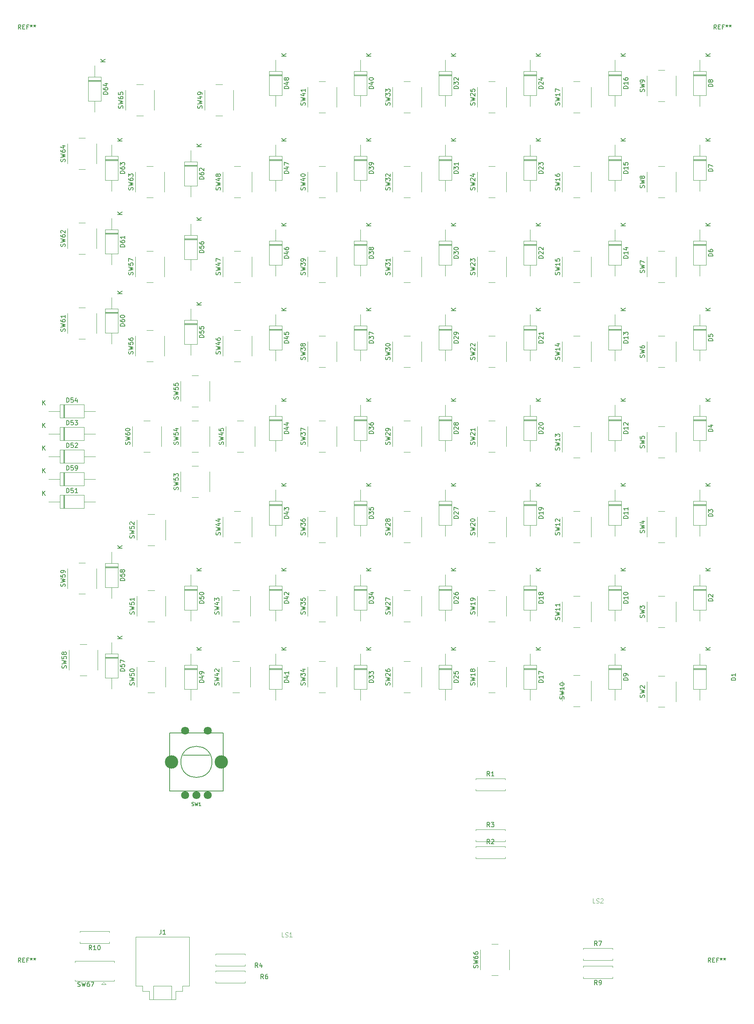
<source format=gbr>
%TF.GenerationSoftware,KiCad,Pcbnew,7.0.8*%
%TF.CreationDate,2023-11-23T10:38:48-06:00*%
%TF.ProjectId,calcvox-rounded,63616c63-766f-4782-9d72-6f756e646564,rev?*%
%TF.SameCoordinates,Original*%
%TF.FileFunction,Legend,Top*%
%TF.FilePolarity,Positive*%
%FSLAX46Y46*%
G04 Gerber Fmt 4.6, Leading zero omitted, Abs format (unit mm)*
G04 Created by KiCad (PCBNEW 7.0.8) date 2023-11-23 10:38:48*
%MOMM*%
%LPD*%
G01*
G04 APERTURE LIST*
%ADD10C,0.150000*%
%ADD11C,0.100000*%
%ADD12C,0.152400*%
%ADD13C,0.120000*%
%ADD14C,0.203200*%
%ADD15C,3.000000*%
%ADD16C,1.800000*%
G04 APERTURE END LIST*
D10*
X246046666Y-342484819D02*
X246046666Y-343199104D01*
X246046666Y-343199104D02*
X245999047Y-343341961D01*
X245999047Y-343341961D02*
X245903809Y-343437200D01*
X245903809Y-343437200D02*
X245760952Y-343484819D01*
X245760952Y-343484819D02*
X245665714Y-343484819D01*
X247046666Y-343484819D02*
X246475238Y-343484819D01*
X246760952Y-343484819D02*
X246760952Y-342484819D01*
X246760952Y-342484819D02*
X246665714Y-342627676D01*
X246665714Y-342627676D02*
X246570476Y-342722914D01*
X246570476Y-342722914D02*
X246475238Y-342770533D01*
X293754819Y-153614285D02*
X292754819Y-153614285D01*
X292754819Y-153614285D02*
X292754819Y-153376190D01*
X292754819Y-153376190D02*
X292802438Y-153233333D01*
X292802438Y-153233333D02*
X292897676Y-153138095D01*
X292897676Y-153138095D02*
X292992914Y-153090476D01*
X292992914Y-153090476D02*
X293183390Y-153042857D01*
X293183390Y-153042857D02*
X293326247Y-153042857D01*
X293326247Y-153042857D02*
X293516723Y-153090476D01*
X293516723Y-153090476D02*
X293611961Y-153138095D01*
X293611961Y-153138095D02*
X293707200Y-153233333D01*
X293707200Y-153233333D02*
X293754819Y-153376190D01*
X293754819Y-153376190D02*
X293754819Y-153614285D01*
X293088152Y-152185714D02*
X293754819Y-152185714D01*
X292707200Y-152423809D02*
X293421485Y-152661904D01*
X293421485Y-152661904D02*
X293421485Y-152042857D01*
X292754819Y-151471428D02*
X292754819Y-151376190D01*
X292754819Y-151376190D02*
X292802438Y-151280952D01*
X292802438Y-151280952D02*
X292850057Y-151233333D01*
X292850057Y-151233333D02*
X292945295Y-151185714D01*
X292945295Y-151185714D02*
X293135771Y-151138095D01*
X293135771Y-151138095D02*
X293373866Y-151138095D01*
X293373866Y-151138095D02*
X293564342Y-151185714D01*
X293564342Y-151185714D02*
X293659580Y-151233333D01*
X293659580Y-151233333D02*
X293707200Y-151280952D01*
X293707200Y-151280952D02*
X293754819Y-151376190D01*
X293754819Y-151376190D02*
X293754819Y-151471428D01*
X293754819Y-151471428D02*
X293707200Y-151566666D01*
X293707200Y-151566666D02*
X293659580Y-151614285D01*
X293659580Y-151614285D02*
X293564342Y-151661904D01*
X293564342Y-151661904D02*
X293373866Y-151709523D01*
X293373866Y-151709523D02*
X293135771Y-151709523D01*
X293135771Y-151709523D02*
X292945295Y-151661904D01*
X292945295Y-151661904D02*
X292850057Y-151614285D01*
X292850057Y-151614285D02*
X292802438Y-151566666D01*
X292802438Y-151566666D02*
X292754819Y-151471428D01*
X293184819Y-146311904D02*
X292184819Y-146311904D01*
X293184819Y-145740476D02*
X292613390Y-146169047D01*
X292184819Y-145740476D02*
X292756247Y-146311904D01*
X224845714Y-229124819D02*
X224845714Y-228124819D01*
X224845714Y-228124819D02*
X225083809Y-228124819D01*
X225083809Y-228124819D02*
X225226666Y-228172438D01*
X225226666Y-228172438D02*
X225321904Y-228267676D01*
X225321904Y-228267676D02*
X225369523Y-228362914D01*
X225369523Y-228362914D02*
X225417142Y-228553390D01*
X225417142Y-228553390D02*
X225417142Y-228696247D01*
X225417142Y-228696247D02*
X225369523Y-228886723D01*
X225369523Y-228886723D02*
X225321904Y-228981961D01*
X225321904Y-228981961D02*
X225226666Y-229077200D01*
X225226666Y-229077200D02*
X225083809Y-229124819D01*
X225083809Y-229124819D02*
X224845714Y-229124819D01*
X226321904Y-228124819D02*
X225845714Y-228124819D01*
X225845714Y-228124819D02*
X225798095Y-228601009D01*
X225798095Y-228601009D02*
X225845714Y-228553390D01*
X225845714Y-228553390D02*
X225940952Y-228505771D01*
X225940952Y-228505771D02*
X226179047Y-228505771D01*
X226179047Y-228505771D02*
X226274285Y-228553390D01*
X226274285Y-228553390D02*
X226321904Y-228601009D01*
X226321904Y-228601009D02*
X226369523Y-228696247D01*
X226369523Y-228696247D02*
X226369523Y-228934342D01*
X226369523Y-228934342D02*
X226321904Y-229029580D01*
X226321904Y-229029580D02*
X226274285Y-229077200D01*
X226274285Y-229077200D02*
X226179047Y-229124819D01*
X226179047Y-229124819D02*
X225940952Y-229124819D01*
X225940952Y-229124819D02*
X225845714Y-229077200D01*
X225845714Y-229077200D02*
X225798095Y-229029580D01*
X226702857Y-228124819D02*
X227321904Y-228124819D01*
X227321904Y-228124819D02*
X226988571Y-228505771D01*
X226988571Y-228505771D02*
X227131428Y-228505771D01*
X227131428Y-228505771D02*
X227226666Y-228553390D01*
X227226666Y-228553390D02*
X227274285Y-228601009D01*
X227274285Y-228601009D02*
X227321904Y-228696247D01*
X227321904Y-228696247D02*
X227321904Y-228934342D01*
X227321904Y-228934342D02*
X227274285Y-229029580D01*
X227274285Y-229029580D02*
X227226666Y-229077200D01*
X227226666Y-229077200D02*
X227131428Y-229124819D01*
X227131428Y-229124819D02*
X226845714Y-229124819D01*
X226845714Y-229124819D02*
X226750476Y-229077200D01*
X226750476Y-229077200D02*
X226702857Y-229029580D01*
X219448095Y-229694819D02*
X219448095Y-228694819D01*
X220019523Y-229694819D02*
X219590952Y-229123390D01*
X220019523Y-228694819D02*
X219448095Y-229266247D01*
X354587200Y-234303332D02*
X354634819Y-234160475D01*
X354634819Y-234160475D02*
X354634819Y-233922380D01*
X354634819Y-233922380D02*
X354587200Y-233827142D01*
X354587200Y-233827142D02*
X354539580Y-233779523D01*
X354539580Y-233779523D02*
X354444342Y-233731904D01*
X354444342Y-233731904D02*
X354349104Y-233731904D01*
X354349104Y-233731904D02*
X354253866Y-233779523D01*
X354253866Y-233779523D02*
X354206247Y-233827142D01*
X354206247Y-233827142D02*
X354158628Y-233922380D01*
X354158628Y-233922380D02*
X354111009Y-234112856D01*
X354111009Y-234112856D02*
X354063390Y-234208094D01*
X354063390Y-234208094D02*
X354015771Y-234255713D01*
X354015771Y-234255713D02*
X353920533Y-234303332D01*
X353920533Y-234303332D02*
X353825295Y-234303332D01*
X353825295Y-234303332D02*
X353730057Y-234255713D01*
X353730057Y-234255713D02*
X353682438Y-234208094D01*
X353682438Y-234208094D02*
X353634819Y-234112856D01*
X353634819Y-234112856D02*
X353634819Y-233874761D01*
X353634819Y-233874761D02*
X353682438Y-233731904D01*
X353634819Y-233398570D02*
X354634819Y-233160475D01*
X354634819Y-233160475D02*
X353920533Y-232969999D01*
X353920533Y-232969999D02*
X354634819Y-232779523D01*
X354634819Y-232779523D02*
X353634819Y-232541428D01*
X353634819Y-231684285D02*
X353634819Y-232160475D01*
X353634819Y-232160475D02*
X354111009Y-232208094D01*
X354111009Y-232208094D02*
X354063390Y-232160475D01*
X354063390Y-232160475D02*
X354015771Y-232065237D01*
X354015771Y-232065237D02*
X354015771Y-231827142D01*
X354015771Y-231827142D02*
X354063390Y-231731904D01*
X354063390Y-231731904D02*
X354111009Y-231684285D01*
X354111009Y-231684285D02*
X354206247Y-231636666D01*
X354206247Y-231636666D02*
X354444342Y-231636666D01*
X354444342Y-231636666D02*
X354539580Y-231684285D01*
X354539580Y-231684285D02*
X354587200Y-231731904D01*
X354587200Y-231731904D02*
X354634819Y-231827142D01*
X354634819Y-231827142D02*
X354634819Y-232065237D01*
X354634819Y-232065237D02*
X354587200Y-232160475D01*
X354587200Y-232160475D02*
X354539580Y-232208094D01*
X255654819Y-286964285D02*
X254654819Y-286964285D01*
X254654819Y-286964285D02*
X254654819Y-286726190D01*
X254654819Y-286726190D02*
X254702438Y-286583333D01*
X254702438Y-286583333D02*
X254797676Y-286488095D01*
X254797676Y-286488095D02*
X254892914Y-286440476D01*
X254892914Y-286440476D02*
X255083390Y-286392857D01*
X255083390Y-286392857D02*
X255226247Y-286392857D01*
X255226247Y-286392857D02*
X255416723Y-286440476D01*
X255416723Y-286440476D02*
X255511961Y-286488095D01*
X255511961Y-286488095D02*
X255607200Y-286583333D01*
X255607200Y-286583333D02*
X255654819Y-286726190D01*
X255654819Y-286726190D02*
X255654819Y-286964285D01*
X254988152Y-285535714D02*
X255654819Y-285535714D01*
X254607200Y-285773809D02*
X255321485Y-286011904D01*
X255321485Y-286011904D02*
X255321485Y-285392857D01*
X255654819Y-284964285D02*
X255654819Y-284773809D01*
X255654819Y-284773809D02*
X255607200Y-284678571D01*
X255607200Y-284678571D02*
X255559580Y-284630952D01*
X255559580Y-284630952D02*
X255416723Y-284535714D01*
X255416723Y-284535714D02*
X255226247Y-284488095D01*
X255226247Y-284488095D02*
X254845295Y-284488095D01*
X254845295Y-284488095D02*
X254750057Y-284535714D01*
X254750057Y-284535714D02*
X254702438Y-284583333D01*
X254702438Y-284583333D02*
X254654819Y-284678571D01*
X254654819Y-284678571D02*
X254654819Y-284869047D01*
X254654819Y-284869047D02*
X254702438Y-284964285D01*
X254702438Y-284964285D02*
X254750057Y-285011904D01*
X254750057Y-285011904D02*
X254845295Y-285059523D01*
X254845295Y-285059523D02*
X255083390Y-285059523D01*
X255083390Y-285059523D02*
X255178628Y-285011904D01*
X255178628Y-285011904D02*
X255226247Y-284964285D01*
X255226247Y-284964285D02*
X255273866Y-284869047D01*
X255273866Y-284869047D02*
X255273866Y-284678571D01*
X255273866Y-284678571D02*
X255226247Y-284583333D01*
X255226247Y-284583333D02*
X255178628Y-284535714D01*
X255178628Y-284535714D02*
X255083390Y-284488095D01*
X255084819Y-279661904D02*
X254084819Y-279661904D01*
X255084819Y-279090476D02*
X254513390Y-279519047D01*
X254084819Y-279090476D02*
X254656247Y-279661904D01*
D11*
X273677142Y-344127419D02*
X273200952Y-344127419D01*
X273200952Y-344127419D02*
X273200952Y-343127419D01*
X273962857Y-344079800D02*
X274105714Y-344127419D01*
X274105714Y-344127419D02*
X274343809Y-344127419D01*
X274343809Y-344127419D02*
X274439047Y-344079800D01*
X274439047Y-344079800D02*
X274486666Y-344032180D01*
X274486666Y-344032180D02*
X274534285Y-343936942D01*
X274534285Y-343936942D02*
X274534285Y-343841704D01*
X274534285Y-343841704D02*
X274486666Y-343746466D01*
X274486666Y-343746466D02*
X274439047Y-343698847D01*
X274439047Y-343698847D02*
X274343809Y-343651228D01*
X274343809Y-343651228D02*
X274153333Y-343603609D01*
X274153333Y-343603609D02*
X274058095Y-343555990D01*
X274058095Y-343555990D02*
X274010476Y-343508371D01*
X274010476Y-343508371D02*
X273962857Y-343413133D01*
X273962857Y-343413133D02*
X273962857Y-343317895D01*
X273962857Y-343317895D02*
X274010476Y-343222657D01*
X274010476Y-343222657D02*
X274058095Y-343175038D01*
X274058095Y-343175038D02*
X274153333Y-343127419D01*
X274153333Y-343127419D02*
X274391428Y-343127419D01*
X274391428Y-343127419D02*
X274534285Y-343175038D01*
X275486666Y-344127419D02*
X274915238Y-344127419D01*
X275200952Y-344127419D02*
X275200952Y-343127419D01*
X275200952Y-343127419D02*
X275105714Y-343270276D01*
X275105714Y-343270276D02*
X275010476Y-343365514D01*
X275010476Y-343365514D02*
X274915238Y-343413133D01*
D10*
X249867200Y-223349523D02*
X249914819Y-223206666D01*
X249914819Y-223206666D02*
X249914819Y-222968571D01*
X249914819Y-222968571D02*
X249867200Y-222873333D01*
X249867200Y-222873333D02*
X249819580Y-222825714D01*
X249819580Y-222825714D02*
X249724342Y-222778095D01*
X249724342Y-222778095D02*
X249629104Y-222778095D01*
X249629104Y-222778095D02*
X249533866Y-222825714D01*
X249533866Y-222825714D02*
X249486247Y-222873333D01*
X249486247Y-222873333D02*
X249438628Y-222968571D01*
X249438628Y-222968571D02*
X249391009Y-223159047D01*
X249391009Y-223159047D02*
X249343390Y-223254285D01*
X249343390Y-223254285D02*
X249295771Y-223301904D01*
X249295771Y-223301904D02*
X249200533Y-223349523D01*
X249200533Y-223349523D02*
X249105295Y-223349523D01*
X249105295Y-223349523D02*
X249010057Y-223301904D01*
X249010057Y-223301904D02*
X248962438Y-223254285D01*
X248962438Y-223254285D02*
X248914819Y-223159047D01*
X248914819Y-223159047D02*
X248914819Y-222920952D01*
X248914819Y-222920952D02*
X248962438Y-222778095D01*
X248914819Y-222444761D02*
X249914819Y-222206666D01*
X249914819Y-222206666D02*
X249200533Y-222016190D01*
X249200533Y-222016190D02*
X249914819Y-221825714D01*
X249914819Y-221825714D02*
X248914819Y-221587619D01*
X248914819Y-220730476D02*
X248914819Y-221206666D01*
X248914819Y-221206666D02*
X249391009Y-221254285D01*
X249391009Y-221254285D02*
X249343390Y-221206666D01*
X249343390Y-221206666D02*
X249295771Y-221111428D01*
X249295771Y-221111428D02*
X249295771Y-220873333D01*
X249295771Y-220873333D02*
X249343390Y-220778095D01*
X249343390Y-220778095D02*
X249391009Y-220730476D01*
X249391009Y-220730476D02*
X249486247Y-220682857D01*
X249486247Y-220682857D02*
X249724342Y-220682857D01*
X249724342Y-220682857D02*
X249819580Y-220730476D01*
X249819580Y-220730476D02*
X249867200Y-220778095D01*
X249867200Y-220778095D02*
X249914819Y-220873333D01*
X249914819Y-220873333D02*
X249914819Y-221111428D01*
X249914819Y-221111428D02*
X249867200Y-221206666D01*
X249867200Y-221206666D02*
X249819580Y-221254285D01*
X248914819Y-219778095D02*
X248914819Y-220254285D01*
X248914819Y-220254285D02*
X249391009Y-220301904D01*
X249391009Y-220301904D02*
X249343390Y-220254285D01*
X249343390Y-220254285D02*
X249295771Y-220159047D01*
X249295771Y-220159047D02*
X249295771Y-219920952D01*
X249295771Y-219920952D02*
X249343390Y-219825714D01*
X249343390Y-219825714D02*
X249391009Y-219778095D01*
X249391009Y-219778095D02*
X249486247Y-219730476D01*
X249486247Y-219730476D02*
X249724342Y-219730476D01*
X249724342Y-219730476D02*
X249819580Y-219778095D01*
X249819580Y-219778095D02*
X249867200Y-219825714D01*
X249867200Y-219825714D02*
X249914819Y-219920952D01*
X249914819Y-219920952D02*
X249914819Y-220159047D01*
X249914819Y-220159047D02*
X249867200Y-220254285D01*
X249867200Y-220254285D02*
X249819580Y-220301904D01*
X234064819Y-154884285D02*
X233064819Y-154884285D01*
X233064819Y-154884285D02*
X233064819Y-154646190D01*
X233064819Y-154646190D02*
X233112438Y-154503333D01*
X233112438Y-154503333D02*
X233207676Y-154408095D01*
X233207676Y-154408095D02*
X233302914Y-154360476D01*
X233302914Y-154360476D02*
X233493390Y-154312857D01*
X233493390Y-154312857D02*
X233636247Y-154312857D01*
X233636247Y-154312857D02*
X233826723Y-154360476D01*
X233826723Y-154360476D02*
X233921961Y-154408095D01*
X233921961Y-154408095D02*
X234017200Y-154503333D01*
X234017200Y-154503333D02*
X234064819Y-154646190D01*
X234064819Y-154646190D02*
X234064819Y-154884285D01*
X233064819Y-153455714D02*
X233064819Y-153646190D01*
X233064819Y-153646190D02*
X233112438Y-153741428D01*
X233112438Y-153741428D02*
X233160057Y-153789047D01*
X233160057Y-153789047D02*
X233302914Y-153884285D01*
X233302914Y-153884285D02*
X233493390Y-153931904D01*
X233493390Y-153931904D02*
X233874342Y-153931904D01*
X233874342Y-153931904D02*
X233969580Y-153884285D01*
X233969580Y-153884285D02*
X234017200Y-153836666D01*
X234017200Y-153836666D02*
X234064819Y-153741428D01*
X234064819Y-153741428D02*
X234064819Y-153550952D01*
X234064819Y-153550952D02*
X234017200Y-153455714D01*
X234017200Y-153455714D02*
X233969580Y-153408095D01*
X233969580Y-153408095D02*
X233874342Y-153360476D01*
X233874342Y-153360476D02*
X233636247Y-153360476D01*
X233636247Y-153360476D02*
X233541009Y-153408095D01*
X233541009Y-153408095D02*
X233493390Y-153455714D01*
X233493390Y-153455714D02*
X233445771Y-153550952D01*
X233445771Y-153550952D02*
X233445771Y-153741428D01*
X233445771Y-153741428D02*
X233493390Y-153836666D01*
X233493390Y-153836666D02*
X233541009Y-153884285D01*
X233541009Y-153884285D02*
X233636247Y-153931904D01*
X233398152Y-152503333D02*
X234064819Y-152503333D01*
X233017200Y-152741428D02*
X233731485Y-152979523D01*
X233731485Y-152979523D02*
X233731485Y-152360476D01*
X233494819Y-147581904D02*
X232494819Y-147581904D01*
X233494819Y-147010476D02*
X232923390Y-147439047D01*
X232494819Y-147010476D02*
X233066247Y-147581904D01*
X237874819Y-189174285D02*
X236874819Y-189174285D01*
X236874819Y-189174285D02*
X236874819Y-188936190D01*
X236874819Y-188936190D02*
X236922438Y-188793333D01*
X236922438Y-188793333D02*
X237017676Y-188698095D01*
X237017676Y-188698095D02*
X237112914Y-188650476D01*
X237112914Y-188650476D02*
X237303390Y-188602857D01*
X237303390Y-188602857D02*
X237446247Y-188602857D01*
X237446247Y-188602857D02*
X237636723Y-188650476D01*
X237636723Y-188650476D02*
X237731961Y-188698095D01*
X237731961Y-188698095D02*
X237827200Y-188793333D01*
X237827200Y-188793333D02*
X237874819Y-188936190D01*
X237874819Y-188936190D02*
X237874819Y-189174285D01*
X236874819Y-187745714D02*
X236874819Y-187936190D01*
X236874819Y-187936190D02*
X236922438Y-188031428D01*
X236922438Y-188031428D02*
X236970057Y-188079047D01*
X236970057Y-188079047D02*
X237112914Y-188174285D01*
X237112914Y-188174285D02*
X237303390Y-188221904D01*
X237303390Y-188221904D02*
X237684342Y-188221904D01*
X237684342Y-188221904D02*
X237779580Y-188174285D01*
X237779580Y-188174285D02*
X237827200Y-188126666D01*
X237827200Y-188126666D02*
X237874819Y-188031428D01*
X237874819Y-188031428D02*
X237874819Y-187840952D01*
X237874819Y-187840952D02*
X237827200Y-187745714D01*
X237827200Y-187745714D02*
X237779580Y-187698095D01*
X237779580Y-187698095D02*
X237684342Y-187650476D01*
X237684342Y-187650476D02*
X237446247Y-187650476D01*
X237446247Y-187650476D02*
X237351009Y-187698095D01*
X237351009Y-187698095D02*
X237303390Y-187745714D01*
X237303390Y-187745714D02*
X237255771Y-187840952D01*
X237255771Y-187840952D02*
X237255771Y-188031428D01*
X237255771Y-188031428D02*
X237303390Y-188126666D01*
X237303390Y-188126666D02*
X237351009Y-188174285D01*
X237351009Y-188174285D02*
X237446247Y-188221904D01*
X237874819Y-186698095D02*
X237874819Y-187269523D01*
X237874819Y-186983809D02*
X236874819Y-186983809D01*
X236874819Y-186983809D02*
X237017676Y-187079047D01*
X237017676Y-187079047D02*
X237112914Y-187174285D01*
X237112914Y-187174285D02*
X237160533Y-187269523D01*
X237304819Y-181871904D02*
X236304819Y-181871904D01*
X237304819Y-181300476D02*
X236733390Y-181729047D01*
X236304819Y-181300476D02*
X236876247Y-181871904D01*
X369954819Y-268708094D02*
X368954819Y-268708094D01*
X368954819Y-268708094D02*
X368954819Y-268469999D01*
X368954819Y-268469999D02*
X369002438Y-268327142D01*
X369002438Y-268327142D02*
X369097676Y-268231904D01*
X369097676Y-268231904D02*
X369192914Y-268184285D01*
X369192914Y-268184285D02*
X369383390Y-268136666D01*
X369383390Y-268136666D02*
X369526247Y-268136666D01*
X369526247Y-268136666D02*
X369716723Y-268184285D01*
X369716723Y-268184285D02*
X369811961Y-268231904D01*
X369811961Y-268231904D02*
X369907200Y-268327142D01*
X369907200Y-268327142D02*
X369954819Y-268469999D01*
X369954819Y-268469999D02*
X369954819Y-268708094D01*
X369050057Y-267755713D02*
X369002438Y-267708094D01*
X369002438Y-267708094D02*
X368954819Y-267612856D01*
X368954819Y-267612856D02*
X368954819Y-267374761D01*
X368954819Y-267374761D02*
X369002438Y-267279523D01*
X369002438Y-267279523D02*
X369050057Y-267231904D01*
X369050057Y-267231904D02*
X369145295Y-267184285D01*
X369145295Y-267184285D02*
X369240533Y-267184285D01*
X369240533Y-267184285D02*
X369383390Y-267231904D01*
X369383390Y-267231904D02*
X369954819Y-267803332D01*
X369954819Y-267803332D02*
X369954819Y-267184285D01*
X369384819Y-261881904D02*
X368384819Y-261881904D01*
X369384819Y-261310476D02*
X368813390Y-261739047D01*
X368384819Y-261310476D02*
X368956247Y-261881904D01*
X274704819Y-172664285D02*
X273704819Y-172664285D01*
X273704819Y-172664285D02*
X273704819Y-172426190D01*
X273704819Y-172426190D02*
X273752438Y-172283333D01*
X273752438Y-172283333D02*
X273847676Y-172188095D01*
X273847676Y-172188095D02*
X273942914Y-172140476D01*
X273942914Y-172140476D02*
X274133390Y-172092857D01*
X274133390Y-172092857D02*
X274276247Y-172092857D01*
X274276247Y-172092857D02*
X274466723Y-172140476D01*
X274466723Y-172140476D02*
X274561961Y-172188095D01*
X274561961Y-172188095D02*
X274657200Y-172283333D01*
X274657200Y-172283333D02*
X274704819Y-172426190D01*
X274704819Y-172426190D02*
X274704819Y-172664285D01*
X274038152Y-171235714D02*
X274704819Y-171235714D01*
X273657200Y-171473809D02*
X274371485Y-171711904D01*
X274371485Y-171711904D02*
X274371485Y-171092857D01*
X273704819Y-170807142D02*
X273704819Y-170140476D01*
X273704819Y-170140476D02*
X274704819Y-170569047D01*
X274134819Y-165361904D02*
X273134819Y-165361904D01*
X274134819Y-164790476D02*
X273563390Y-165219047D01*
X273134819Y-164790476D02*
X273706247Y-165361904D01*
X274704819Y-250134285D02*
X273704819Y-250134285D01*
X273704819Y-250134285D02*
X273704819Y-249896190D01*
X273704819Y-249896190D02*
X273752438Y-249753333D01*
X273752438Y-249753333D02*
X273847676Y-249658095D01*
X273847676Y-249658095D02*
X273942914Y-249610476D01*
X273942914Y-249610476D02*
X274133390Y-249562857D01*
X274133390Y-249562857D02*
X274276247Y-249562857D01*
X274276247Y-249562857D02*
X274466723Y-249610476D01*
X274466723Y-249610476D02*
X274561961Y-249658095D01*
X274561961Y-249658095D02*
X274657200Y-249753333D01*
X274657200Y-249753333D02*
X274704819Y-249896190D01*
X274704819Y-249896190D02*
X274704819Y-250134285D01*
X274038152Y-248705714D02*
X274704819Y-248705714D01*
X273657200Y-248943809D02*
X274371485Y-249181904D01*
X274371485Y-249181904D02*
X274371485Y-248562857D01*
X273704819Y-248277142D02*
X273704819Y-247658095D01*
X273704819Y-247658095D02*
X274085771Y-247991428D01*
X274085771Y-247991428D02*
X274085771Y-247848571D01*
X274085771Y-247848571D02*
X274133390Y-247753333D01*
X274133390Y-247753333D02*
X274181009Y-247705714D01*
X274181009Y-247705714D02*
X274276247Y-247658095D01*
X274276247Y-247658095D02*
X274514342Y-247658095D01*
X274514342Y-247658095D02*
X274609580Y-247705714D01*
X274609580Y-247705714D02*
X274657200Y-247753333D01*
X274657200Y-247753333D02*
X274704819Y-247848571D01*
X274704819Y-247848571D02*
X274704819Y-248134285D01*
X274704819Y-248134285D02*
X274657200Y-248229523D01*
X274657200Y-248229523D02*
X274609580Y-248277142D01*
X274134819Y-242831904D02*
X273134819Y-242831904D01*
X274134819Y-242260476D02*
X273563390Y-242689047D01*
X273134819Y-242260476D02*
X273706247Y-242831904D01*
X293754819Y-210764285D02*
X292754819Y-210764285D01*
X292754819Y-210764285D02*
X292754819Y-210526190D01*
X292754819Y-210526190D02*
X292802438Y-210383333D01*
X292802438Y-210383333D02*
X292897676Y-210288095D01*
X292897676Y-210288095D02*
X292992914Y-210240476D01*
X292992914Y-210240476D02*
X293183390Y-210192857D01*
X293183390Y-210192857D02*
X293326247Y-210192857D01*
X293326247Y-210192857D02*
X293516723Y-210240476D01*
X293516723Y-210240476D02*
X293611961Y-210288095D01*
X293611961Y-210288095D02*
X293707200Y-210383333D01*
X293707200Y-210383333D02*
X293754819Y-210526190D01*
X293754819Y-210526190D02*
X293754819Y-210764285D01*
X292754819Y-209859523D02*
X292754819Y-209240476D01*
X292754819Y-209240476D02*
X293135771Y-209573809D01*
X293135771Y-209573809D02*
X293135771Y-209430952D01*
X293135771Y-209430952D02*
X293183390Y-209335714D01*
X293183390Y-209335714D02*
X293231009Y-209288095D01*
X293231009Y-209288095D02*
X293326247Y-209240476D01*
X293326247Y-209240476D02*
X293564342Y-209240476D01*
X293564342Y-209240476D02*
X293659580Y-209288095D01*
X293659580Y-209288095D02*
X293707200Y-209335714D01*
X293707200Y-209335714D02*
X293754819Y-209430952D01*
X293754819Y-209430952D02*
X293754819Y-209716666D01*
X293754819Y-209716666D02*
X293707200Y-209811904D01*
X293707200Y-209811904D02*
X293659580Y-209859523D01*
X292754819Y-208907142D02*
X292754819Y-208240476D01*
X292754819Y-208240476D02*
X293754819Y-208669047D01*
X293184819Y-203461904D02*
X292184819Y-203461904D01*
X293184819Y-202890476D02*
X292613390Y-203319047D01*
X292184819Y-202890476D02*
X292756247Y-203461904D01*
X239997200Y-254539523D02*
X240044819Y-254396666D01*
X240044819Y-254396666D02*
X240044819Y-254158571D01*
X240044819Y-254158571D02*
X239997200Y-254063333D01*
X239997200Y-254063333D02*
X239949580Y-254015714D01*
X239949580Y-254015714D02*
X239854342Y-253968095D01*
X239854342Y-253968095D02*
X239759104Y-253968095D01*
X239759104Y-253968095D02*
X239663866Y-254015714D01*
X239663866Y-254015714D02*
X239616247Y-254063333D01*
X239616247Y-254063333D02*
X239568628Y-254158571D01*
X239568628Y-254158571D02*
X239521009Y-254349047D01*
X239521009Y-254349047D02*
X239473390Y-254444285D01*
X239473390Y-254444285D02*
X239425771Y-254491904D01*
X239425771Y-254491904D02*
X239330533Y-254539523D01*
X239330533Y-254539523D02*
X239235295Y-254539523D01*
X239235295Y-254539523D02*
X239140057Y-254491904D01*
X239140057Y-254491904D02*
X239092438Y-254444285D01*
X239092438Y-254444285D02*
X239044819Y-254349047D01*
X239044819Y-254349047D02*
X239044819Y-254110952D01*
X239044819Y-254110952D02*
X239092438Y-253968095D01*
X239044819Y-253634761D02*
X240044819Y-253396666D01*
X240044819Y-253396666D02*
X239330533Y-253206190D01*
X239330533Y-253206190D02*
X240044819Y-253015714D01*
X240044819Y-253015714D02*
X239044819Y-252777619D01*
X239044819Y-251920476D02*
X239044819Y-252396666D01*
X239044819Y-252396666D02*
X239521009Y-252444285D01*
X239521009Y-252444285D02*
X239473390Y-252396666D01*
X239473390Y-252396666D02*
X239425771Y-252301428D01*
X239425771Y-252301428D02*
X239425771Y-252063333D01*
X239425771Y-252063333D02*
X239473390Y-251968095D01*
X239473390Y-251968095D02*
X239521009Y-251920476D01*
X239521009Y-251920476D02*
X239616247Y-251872857D01*
X239616247Y-251872857D02*
X239854342Y-251872857D01*
X239854342Y-251872857D02*
X239949580Y-251920476D01*
X239949580Y-251920476D02*
X239997200Y-251968095D01*
X239997200Y-251968095D02*
X240044819Y-252063333D01*
X240044819Y-252063333D02*
X240044819Y-252301428D01*
X240044819Y-252301428D02*
X239997200Y-252396666D01*
X239997200Y-252396666D02*
X239949580Y-252444285D01*
X239140057Y-251491904D02*
X239092438Y-251444285D01*
X239092438Y-251444285D02*
X239044819Y-251349047D01*
X239044819Y-251349047D02*
X239044819Y-251110952D01*
X239044819Y-251110952D02*
X239092438Y-251015714D01*
X239092438Y-251015714D02*
X239140057Y-250968095D01*
X239140057Y-250968095D02*
X239235295Y-250920476D01*
X239235295Y-250920476D02*
X239330533Y-250920476D01*
X239330533Y-250920476D02*
X239473390Y-250968095D01*
X239473390Y-250968095D02*
X240044819Y-251539523D01*
X240044819Y-251539523D02*
X240044819Y-250920476D01*
X369954819Y-191238094D02*
X368954819Y-191238094D01*
X368954819Y-191238094D02*
X368954819Y-190999999D01*
X368954819Y-190999999D02*
X369002438Y-190857142D01*
X369002438Y-190857142D02*
X369097676Y-190761904D01*
X369097676Y-190761904D02*
X369192914Y-190714285D01*
X369192914Y-190714285D02*
X369383390Y-190666666D01*
X369383390Y-190666666D02*
X369526247Y-190666666D01*
X369526247Y-190666666D02*
X369716723Y-190714285D01*
X369716723Y-190714285D02*
X369811961Y-190761904D01*
X369811961Y-190761904D02*
X369907200Y-190857142D01*
X369907200Y-190857142D02*
X369954819Y-190999999D01*
X369954819Y-190999999D02*
X369954819Y-191238094D01*
X368954819Y-189809523D02*
X368954819Y-189999999D01*
X368954819Y-189999999D02*
X369002438Y-190095237D01*
X369002438Y-190095237D02*
X369050057Y-190142856D01*
X369050057Y-190142856D02*
X369192914Y-190238094D01*
X369192914Y-190238094D02*
X369383390Y-190285713D01*
X369383390Y-190285713D02*
X369764342Y-190285713D01*
X369764342Y-190285713D02*
X369859580Y-190238094D01*
X369859580Y-190238094D02*
X369907200Y-190190475D01*
X369907200Y-190190475D02*
X369954819Y-190095237D01*
X369954819Y-190095237D02*
X369954819Y-189904761D01*
X369954819Y-189904761D02*
X369907200Y-189809523D01*
X369907200Y-189809523D02*
X369859580Y-189761904D01*
X369859580Y-189761904D02*
X369764342Y-189714285D01*
X369764342Y-189714285D02*
X369526247Y-189714285D01*
X369526247Y-189714285D02*
X369431009Y-189761904D01*
X369431009Y-189761904D02*
X369383390Y-189809523D01*
X369383390Y-189809523D02*
X369335771Y-189904761D01*
X369335771Y-189904761D02*
X369335771Y-190095237D01*
X369335771Y-190095237D02*
X369383390Y-190190475D01*
X369383390Y-190190475D02*
X369431009Y-190238094D01*
X369431009Y-190238094D02*
X369526247Y-190285713D01*
X369384819Y-184411904D02*
X368384819Y-184411904D01*
X369384819Y-183840476D02*
X368813390Y-184269047D01*
X368384819Y-183840476D02*
X368956247Y-184411904D01*
X274704819Y-231084285D02*
X273704819Y-231084285D01*
X273704819Y-231084285D02*
X273704819Y-230846190D01*
X273704819Y-230846190D02*
X273752438Y-230703333D01*
X273752438Y-230703333D02*
X273847676Y-230608095D01*
X273847676Y-230608095D02*
X273942914Y-230560476D01*
X273942914Y-230560476D02*
X274133390Y-230512857D01*
X274133390Y-230512857D02*
X274276247Y-230512857D01*
X274276247Y-230512857D02*
X274466723Y-230560476D01*
X274466723Y-230560476D02*
X274561961Y-230608095D01*
X274561961Y-230608095D02*
X274657200Y-230703333D01*
X274657200Y-230703333D02*
X274704819Y-230846190D01*
X274704819Y-230846190D02*
X274704819Y-231084285D01*
X274038152Y-229655714D02*
X274704819Y-229655714D01*
X273657200Y-229893809D02*
X274371485Y-230131904D01*
X274371485Y-230131904D02*
X274371485Y-229512857D01*
X274038152Y-228703333D02*
X274704819Y-228703333D01*
X273657200Y-228941428D02*
X274371485Y-229179523D01*
X274371485Y-229179523D02*
X274371485Y-228560476D01*
X274134819Y-223781904D02*
X273134819Y-223781904D01*
X274134819Y-223210476D02*
X273563390Y-223639047D01*
X273134819Y-223210476D02*
X273706247Y-223781904D01*
X267803333Y-350974819D02*
X267470000Y-350498628D01*
X267231905Y-350974819D02*
X267231905Y-349974819D01*
X267231905Y-349974819D02*
X267612857Y-349974819D01*
X267612857Y-349974819D02*
X267708095Y-350022438D01*
X267708095Y-350022438D02*
X267755714Y-350070057D01*
X267755714Y-350070057D02*
X267803333Y-350165295D01*
X267803333Y-350165295D02*
X267803333Y-350308152D01*
X267803333Y-350308152D02*
X267755714Y-350403390D01*
X267755714Y-350403390D02*
X267708095Y-350451009D01*
X267708095Y-350451009D02*
X267612857Y-350498628D01*
X267612857Y-350498628D02*
X267231905Y-350498628D01*
X268660476Y-350308152D02*
X268660476Y-350974819D01*
X268422381Y-349927200D02*
X268184286Y-350641485D01*
X268184286Y-350641485D02*
X268803333Y-350641485D01*
X350904819Y-172664285D02*
X349904819Y-172664285D01*
X349904819Y-172664285D02*
X349904819Y-172426190D01*
X349904819Y-172426190D02*
X349952438Y-172283333D01*
X349952438Y-172283333D02*
X350047676Y-172188095D01*
X350047676Y-172188095D02*
X350142914Y-172140476D01*
X350142914Y-172140476D02*
X350333390Y-172092857D01*
X350333390Y-172092857D02*
X350476247Y-172092857D01*
X350476247Y-172092857D02*
X350666723Y-172140476D01*
X350666723Y-172140476D02*
X350761961Y-172188095D01*
X350761961Y-172188095D02*
X350857200Y-172283333D01*
X350857200Y-172283333D02*
X350904819Y-172426190D01*
X350904819Y-172426190D02*
X350904819Y-172664285D01*
X350904819Y-171140476D02*
X350904819Y-171711904D01*
X350904819Y-171426190D02*
X349904819Y-171426190D01*
X349904819Y-171426190D02*
X350047676Y-171521428D01*
X350047676Y-171521428D02*
X350142914Y-171616666D01*
X350142914Y-171616666D02*
X350190533Y-171711904D01*
X349904819Y-170235714D02*
X349904819Y-170711904D01*
X349904819Y-170711904D02*
X350381009Y-170759523D01*
X350381009Y-170759523D02*
X350333390Y-170711904D01*
X350333390Y-170711904D02*
X350285771Y-170616666D01*
X350285771Y-170616666D02*
X350285771Y-170378571D01*
X350285771Y-170378571D02*
X350333390Y-170283333D01*
X350333390Y-170283333D02*
X350381009Y-170235714D01*
X350381009Y-170235714D02*
X350476247Y-170188095D01*
X350476247Y-170188095D02*
X350714342Y-170188095D01*
X350714342Y-170188095D02*
X350809580Y-170235714D01*
X350809580Y-170235714D02*
X350857200Y-170283333D01*
X350857200Y-170283333D02*
X350904819Y-170378571D01*
X350904819Y-170378571D02*
X350904819Y-170616666D01*
X350904819Y-170616666D02*
X350857200Y-170711904D01*
X350857200Y-170711904D02*
X350809580Y-170759523D01*
X350334819Y-165361904D02*
X349334819Y-165361904D01*
X350334819Y-164790476D02*
X349763390Y-165219047D01*
X349334819Y-164790476D02*
X349906247Y-165361904D01*
X278387200Y-195409523D02*
X278434819Y-195266666D01*
X278434819Y-195266666D02*
X278434819Y-195028571D01*
X278434819Y-195028571D02*
X278387200Y-194933333D01*
X278387200Y-194933333D02*
X278339580Y-194885714D01*
X278339580Y-194885714D02*
X278244342Y-194838095D01*
X278244342Y-194838095D02*
X278149104Y-194838095D01*
X278149104Y-194838095D02*
X278053866Y-194885714D01*
X278053866Y-194885714D02*
X278006247Y-194933333D01*
X278006247Y-194933333D02*
X277958628Y-195028571D01*
X277958628Y-195028571D02*
X277911009Y-195219047D01*
X277911009Y-195219047D02*
X277863390Y-195314285D01*
X277863390Y-195314285D02*
X277815771Y-195361904D01*
X277815771Y-195361904D02*
X277720533Y-195409523D01*
X277720533Y-195409523D02*
X277625295Y-195409523D01*
X277625295Y-195409523D02*
X277530057Y-195361904D01*
X277530057Y-195361904D02*
X277482438Y-195314285D01*
X277482438Y-195314285D02*
X277434819Y-195219047D01*
X277434819Y-195219047D02*
X277434819Y-194980952D01*
X277434819Y-194980952D02*
X277482438Y-194838095D01*
X277434819Y-194504761D02*
X278434819Y-194266666D01*
X278434819Y-194266666D02*
X277720533Y-194076190D01*
X277720533Y-194076190D02*
X278434819Y-193885714D01*
X278434819Y-193885714D02*
X277434819Y-193647619D01*
X277434819Y-193361904D02*
X277434819Y-192742857D01*
X277434819Y-192742857D02*
X277815771Y-193076190D01*
X277815771Y-193076190D02*
X277815771Y-192933333D01*
X277815771Y-192933333D02*
X277863390Y-192838095D01*
X277863390Y-192838095D02*
X277911009Y-192790476D01*
X277911009Y-192790476D02*
X278006247Y-192742857D01*
X278006247Y-192742857D02*
X278244342Y-192742857D01*
X278244342Y-192742857D02*
X278339580Y-192790476D01*
X278339580Y-192790476D02*
X278387200Y-192838095D01*
X278387200Y-192838095D02*
X278434819Y-192933333D01*
X278434819Y-192933333D02*
X278434819Y-193219047D01*
X278434819Y-193219047D02*
X278387200Y-193314285D01*
X278387200Y-193314285D02*
X278339580Y-193361904D01*
X278434819Y-192266666D02*
X278434819Y-192076190D01*
X278434819Y-192076190D02*
X278387200Y-191980952D01*
X278387200Y-191980952D02*
X278339580Y-191933333D01*
X278339580Y-191933333D02*
X278196723Y-191838095D01*
X278196723Y-191838095D02*
X278006247Y-191790476D01*
X278006247Y-191790476D02*
X277625295Y-191790476D01*
X277625295Y-191790476D02*
X277530057Y-191838095D01*
X277530057Y-191838095D02*
X277482438Y-191885714D01*
X277482438Y-191885714D02*
X277434819Y-191980952D01*
X277434819Y-191980952D02*
X277434819Y-192171428D01*
X277434819Y-192171428D02*
X277482438Y-192266666D01*
X277482438Y-192266666D02*
X277530057Y-192314285D01*
X277530057Y-192314285D02*
X277625295Y-192361904D01*
X277625295Y-192361904D02*
X277863390Y-192361904D01*
X277863390Y-192361904D02*
X277958628Y-192314285D01*
X277958628Y-192314285D02*
X278006247Y-192266666D01*
X278006247Y-192266666D02*
X278053866Y-192171428D01*
X278053866Y-192171428D02*
X278053866Y-191980952D01*
X278053866Y-191980952D02*
X278006247Y-191885714D01*
X278006247Y-191885714D02*
X277958628Y-191838095D01*
X277958628Y-191838095D02*
X277863390Y-191790476D01*
X278387200Y-271609523D02*
X278434819Y-271466666D01*
X278434819Y-271466666D02*
X278434819Y-271228571D01*
X278434819Y-271228571D02*
X278387200Y-271133333D01*
X278387200Y-271133333D02*
X278339580Y-271085714D01*
X278339580Y-271085714D02*
X278244342Y-271038095D01*
X278244342Y-271038095D02*
X278149104Y-271038095D01*
X278149104Y-271038095D02*
X278053866Y-271085714D01*
X278053866Y-271085714D02*
X278006247Y-271133333D01*
X278006247Y-271133333D02*
X277958628Y-271228571D01*
X277958628Y-271228571D02*
X277911009Y-271419047D01*
X277911009Y-271419047D02*
X277863390Y-271514285D01*
X277863390Y-271514285D02*
X277815771Y-271561904D01*
X277815771Y-271561904D02*
X277720533Y-271609523D01*
X277720533Y-271609523D02*
X277625295Y-271609523D01*
X277625295Y-271609523D02*
X277530057Y-271561904D01*
X277530057Y-271561904D02*
X277482438Y-271514285D01*
X277482438Y-271514285D02*
X277434819Y-271419047D01*
X277434819Y-271419047D02*
X277434819Y-271180952D01*
X277434819Y-271180952D02*
X277482438Y-271038095D01*
X277434819Y-270704761D02*
X278434819Y-270466666D01*
X278434819Y-270466666D02*
X277720533Y-270276190D01*
X277720533Y-270276190D02*
X278434819Y-270085714D01*
X278434819Y-270085714D02*
X277434819Y-269847619D01*
X277434819Y-269561904D02*
X277434819Y-268942857D01*
X277434819Y-268942857D02*
X277815771Y-269276190D01*
X277815771Y-269276190D02*
X277815771Y-269133333D01*
X277815771Y-269133333D02*
X277863390Y-269038095D01*
X277863390Y-269038095D02*
X277911009Y-268990476D01*
X277911009Y-268990476D02*
X278006247Y-268942857D01*
X278006247Y-268942857D02*
X278244342Y-268942857D01*
X278244342Y-268942857D02*
X278339580Y-268990476D01*
X278339580Y-268990476D02*
X278387200Y-269038095D01*
X278387200Y-269038095D02*
X278434819Y-269133333D01*
X278434819Y-269133333D02*
X278434819Y-269419047D01*
X278434819Y-269419047D02*
X278387200Y-269514285D01*
X278387200Y-269514285D02*
X278339580Y-269561904D01*
X277434819Y-268038095D02*
X277434819Y-268514285D01*
X277434819Y-268514285D02*
X277911009Y-268561904D01*
X277911009Y-268561904D02*
X277863390Y-268514285D01*
X277863390Y-268514285D02*
X277815771Y-268419047D01*
X277815771Y-268419047D02*
X277815771Y-268180952D01*
X277815771Y-268180952D02*
X277863390Y-268085714D01*
X277863390Y-268085714D02*
X277911009Y-268038095D01*
X277911009Y-268038095D02*
X278006247Y-267990476D01*
X278006247Y-267990476D02*
X278244342Y-267990476D01*
X278244342Y-267990476D02*
X278339580Y-268038095D01*
X278339580Y-268038095D02*
X278387200Y-268085714D01*
X278387200Y-268085714D02*
X278434819Y-268180952D01*
X278434819Y-268180952D02*
X278434819Y-268419047D01*
X278434819Y-268419047D02*
X278387200Y-268514285D01*
X278387200Y-268514285D02*
X278339580Y-268561904D01*
X278387200Y-253829523D02*
X278434819Y-253686666D01*
X278434819Y-253686666D02*
X278434819Y-253448571D01*
X278434819Y-253448571D02*
X278387200Y-253353333D01*
X278387200Y-253353333D02*
X278339580Y-253305714D01*
X278339580Y-253305714D02*
X278244342Y-253258095D01*
X278244342Y-253258095D02*
X278149104Y-253258095D01*
X278149104Y-253258095D02*
X278053866Y-253305714D01*
X278053866Y-253305714D02*
X278006247Y-253353333D01*
X278006247Y-253353333D02*
X277958628Y-253448571D01*
X277958628Y-253448571D02*
X277911009Y-253639047D01*
X277911009Y-253639047D02*
X277863390Y-253734285D01*
X277863390Y-253734285D02*
X277815771Y-253781904D01*
X277815771Y-253781904D02*
X277720533Y-253829523D01*
X277720533Y-253829523D02*
X277625295Y-253829523D01*
X277625295Y-253829523D02*
X277530057Y-253781904D01*
X277530057Y-253781904D02*
X277482438Y-253734285D01*
X277482438Y-253734285D02*
X277434819Y-253639047D01*
X277434819Y-253639047D02*
X277434819Y-253400952D01*
X277434819Y-253400952D02*
X277482438Y-253258095D01*
X277434819Y-252924761D02*
X278434819Y-252686666D01*
X278434819Y-252686666D02*
X277720533Y-252496190D01*
X277720533Y-252496190D02*
X278434819Y-252305714D01*
X278434819Y-252305714D02*
X277434819Y-252067619D01*
X277434819Y-251781904D02*
X277434819Y-251162857D01*
X277434819Y-251162857D02*
X277815771Y-251496190D01*
X277815771Y-251496190D02*
X277815771Y-251353333D01*
X277815771Y-251353333D02*
X277863390Y-251258095D01*
X277863390Y-251258095D02*
X277911009Y-251210476D01*
X277911009Y-251210476D02*
X278006247Y-251162857D01*
X278006247Y-251162857D02*
X278244342Y-251162857D01*
X278244342Y-251162857D02*
X278339580Y-251210476D01*
X278339580Y-251210476D02*
X278387200Y-251258095D01*
X278387200Y-251258095D02*
X278434819Y-251353333D01*
X278434819Y-251353333D02*
X278434819Y-251639047D01*
X278434819Y-251639047D02*
X278387200Y-251734285D01*
X278387200Y-251734285D02*
X278339580Y-251781904D01*
X277434819Y-250305714D02*
X277434819Y-250496190D01*
X277434819Y-250496190D02*
X277482438Y-250591428D01*
X277482438Y-250591428D02*
X277530057Y-250639047D01*
X277530057Y-250639047D02*
X277672914Y-250734285D01*
X277672914Y-250734285D02*
X277863390Y-250781904D01*
X277863390Y-250781904D02*
X278244342Y-250781904D01*
X278244342Y-250781904D02*
X278339580Y-250734285D01*
X278339580Y-250734285D02*
X278387200Y-250686666D01*
X278387200Y-250686666D02*
X278434819Y-250591428D01*
X278434819Y-250591428D02*
X278434819Y-250400952D01*
X278434819Y-250400952D02*
X278387200Y-250305714D01*
X278387200Y-250305714D02*
X278339580Y-250258095D01*
X278339580Y-250258095D02*
X278244342Y-250210476D01*
X278244342Y-250210476D02*
X278006247Y-250210476D01*
X278006247Y-250210476D02*
X277911009Y-250258095D01*
X277911009Y-250258095D02*
X277863390Y-250305714D01*
X277863390Y-250305714D02*
X277815771Y-250400952D01*
X277815771Y-250400952D02*
X277815771Y-250591428D01*
X277815771Y-250591428D02*
X277863390Y-250686666D01*
X277863390Y-250686666D02*
X277911009Y-250734285D01*
X277911009Y-250734285D02*
X278006247Y-250781904D01*
X369954819Y-249658094D02*
X368954819Y-249658094D01*
X368954819Y-249658094D02*
X368954819Y-249419999D01*
X368954819Y-249419999D02*
X369002438Y-249277142D01*
X369002438Y-249277142D02*
X369097676Y-249181904D01*
X369097676Y-249181904D02*
X369192914Y-249134285D01*
X369192914Y-249134285D02*
X369383390Y-249086666D01*
X369383390Y-249086666D02*
X369526247Y-249086666D01*
X369526247Y-249086666D02*
X369716723Y-249134285D01*
X369716723Y-249134285D02*
X369811961Y-249181904D01*
X369811961Y-249181904D02*
X369907200Y-249277142D01*
X369907200Y-249277142D02*
X369954819Y-249419999D01*
X369954819Y-249419999D02*
X369954819Y-249658094D01*
X368954819Y-248753332D02*
X368954819Y-248134285D01*
X368954819Y-248134285D02*
X369335771Y-248467618D01*
X369335771Y-248467618D02*
X369335771Y-248324761D01*
X369335771Y-248324761D02*
X369383390Y-248229523D01*
X369383390Y-248229523D02*
X369431009Y-248181904D01*
X369431009Y-248181904D02*
X369526247Y-248134285D01*
X369526247Y-248134285D02*
X369764342Y-248134285D01*
X369764342Y-248134285D02*
X369859580Y-248181904D01*
X369859580Y-248181904D02*
X369907200Y-248229523D01*
X369907200Y-248229523D02*
X369954819Y-248324761D01*
X369954819Y-248324761D02*
X369954819Y-248610475D01*
X369954819Y-248610475D02*
X369907200Y-248705713D01*
X369907200Y-248705713D02*
X369859580Y-248753332D01*
X369384819Y-242831904D02*
X368384819Y-242831904D01*
X369384819Y-242260476D02*
X368813390Y-242689047D01*
X368384819Y-242260476D02*
X368956247Y-242831904D01*
X274704819Y-210764285D02*
X273704819Y-210764285D01*
X273704819Y-210764285D02*
X273704819Y-210526190D01*
X273704819Y-210526190D02*
X273752438Y-210383333D01*
X273752438Y-210383333D02*
X273847676Y-210288095D01*
X273847676Y-210288095D02*
X273942914Y-210240476D01*
X273942914Y-210240476D02*
X274133390Y-210192857D01*
X274133390Y-210192857D02*
X274276247Y-210192857D01*
X274276247Y-210192857D02*
X274466723Y-210240476D01*
X274466723Y-210240476D02*
X274561961Y-210288095D01*
X274561961Y-210288095D02*
X274657200Y-210383333D01*
X274657200Y-210383333D02*
X274704819Y-210526190D01*
X274704819Y-210526190D02*
X274704819Y-210764285D01*
X274038152Y-209335714D02*
X274704819Y-209335714D01*
X273657200Y-209573809D02*
X274371485Y-209811904D01*
X274371485Y-209811904D02*
X274371485Y-209192857D01*
X273704819Y-208335714D02*
X273704819Y-208811904D01*
X273704819Y-208811904D02*
X274181009Y-208859523D01*
X274181009Y-208859523D02*
X274133390Y-208811904D01*
X274133390Y-208811904D02*
X274085771Y-208716666D01*
X274085771Y-208716666D02*
X274085771Y-208478571D01*
X274085771Y-208478571D02*
X274133390Y-208383333D01*
X274133390Y-208383333D02*
X274181009Y-208335714D01*
X274181009Y-208335714D02*
X274276247Y-208288095D01*
X274276247Y-208288095D02*
X274514342Y-208288095D01*
X274514342Y-208288095D02*
X274609580Y-208335714D01*
X274609580Y-208335714D02*
X274657200Y-208383333D01*
X274657200Y-208383333D02*
X274704819Y-208478571D01*
X274704819Y-208478571D02*
X274704819Y-208716666D01*
X274704819Y-208716666D02*
X274657200Y-208811904D01*
X274657200Y-208811904D02*
X274609580Y-208859523D01*
X274134819Y-203461904D02*
X273134819Y-203461904D01*
X274134819Y-202890476D02*
X273563390Y-203319047D01*
X273134819Y-202890476D02*
X273706247Y-203461904D01*
X259337200Y-213189523D02*
X259384819Y-213046666D01*
X259384819Y-213046666D02*
X259384819Y-212808571D01*
X259384819Y-212808571D02*
X259337200Y-212713333D01*
X259337200Y-212713333D02*
X259289580Y-212665714D01*
X259289580Y-212665714D02*
X259194342Y-212618095D01*
X259194342Y-212618095D02*
X259099104Y-212618095D01*
X259099104Y-212618095D02*
X259003866Y-212665714D01*
X259003866Y-212665714D02*
X258956247Y-212713333D01*
X258956247Y-212713333D02*
X258908628Y-212808571D01*
X258908628Y-212808571D02*
X258861009Y-212999047D01*
X258861009Y-212999047D02*
X258813390Y-213094285D01*
X258813390Y-213094285D02*
X258765771Y-213141904D01*
X258765771Y-213141904D02*
X258670533Y-213189523D01*
X258670533Y-213189523D02*
X258575295Y-213189523D01*
X258575295Y-213189523D02*
X258480057Y-213141904D01*
X258480057Y-213141904D02*
X258432438Y-213094285D01*
X258432438Y-213094285D02*
X258384819Y-212999047D01*
X258384819Y-212999047D02*
X258384819Y-212760952D01*
X258384819Y-212760952D02*
X258432438Y-212618095D01*
X258384819Y-212284761D02*
X259384819Y-212046666D01*
X259384819Y-212046666D02*
X258670533Y-211856190D01*
X258670533Y-211856190D02*
X259384819Y-211665714D01*
X259384819Y-211665714D02*
X258384819Y-211427619D01*
X258718152Y-210618095D02*
X259384819Y-210618095D01*
X258337200Y-210856190D02*
X259051485Y-211094285D01*
X259051485Y-211094285D02*
X259051485Y-210475238D01*
X258384819Y-209665714D02*
X258384819Y-209856190D01*
X258384819Y-209856190D02*
X258432438Y-209951428D01*
X258432438Y-209951428D02*
X258480057Y-209999047D01*
X258480057Y-209999047D02*
X258622914Y-210094285D01*
X258622914Y-210094285D02*
X258813390Y-210141904D01*
X258813390Y-210141904D02*
X259194342Y-210141904D01*
X259194342Y-210141904D02*
X259289580Y-210094285D01*
X259289580Y-210094285D02*
X259337200Y-210046666D01*
X259337200Y-210046666D02*
X259384819Y-209951428D01*
X259384819Y-209951428D02*
X259384819Y-209760952D01*
X259384819Y-209760952D02*
X259337200Y-209665714D01*
X259337200Y-209665714D02*
X259289580Y-209618095D01*
X259289580Y-209618095D02*
X259194342Y-209570476D01*
X259194342Y-209570476D02*
X258956247Y-209570476D01*
X258956247Y-209570476D02*
X258861009Y-209618095D01*
X258861009Y-209618095D02*
X258813390Y-209665714D01*
X258813390Y-209665714D02*
X258765771Y-209760952D01*
X258765771Y-209760952D02*
X258765771Y-209951428D01*
X258765771Y-209951428D02*
X258813390Y-210046666D01*
X258813390Y-210046666D02*
X258861009Y-210094285D01*
X258861009Y-210094285D02*
X258956247Y-210141904D01*
X214566666Y-140264819D02*
X214233333Y-139788628D01*
X213995238Y-140264819D02*
X213995238Y-139264819D01*
X213995238Y-139264819D02*
X214376190Y-139264819D01*
X214376190Y-139264819D02*
X214471428Y-139312438D01*
X214471428Y-139312438D02*
X214519047Y-139360057D01*
X214519047Y-139360057D02*
X214566666Y-139455295D01*
X214566666Y-139455295D02*
X214566666Y-139598152D01*
X214566666Y-139598152D02*
X214519047Y-139693390D01*
X214519047Y-139693390D02*
X214471428Y-139741009D01*
X214471428Y-139741009D02*
X214376190Y-139788628D01*
X214376190Y-139788628D02*
X213995238Y-139788628D01*
X214995238Y-139741009D02*
X215328571Y-139741009D01*
X215471428Y-140264819D02*
X214995238Y-140264819D01*
X214995238Y-140264819D02*
X214995238Y-139264819D01*
X214995238Y-139264819D02*
X215471428Y-139264819D01*
X216233333Y-139741009D02*
X215900000Y-139741009D01*
X215900000Y-140264819D02*
X215900000Y-139264819D01*
X215900000Y-139264819D02*
X216376190Y-139264819D01*
X216900000Y-139264819D02*
X216900000Y-139502914D01*
X216661905Y-139407676D02*
X216900000Y-139502914D01*
X216900000Y-139502914D02*
X217138095Y-139407676D01*
X216757143Y-139693390D02*
X216900000Y-139502914D01*
X216900000Y-139502914D02*
X217042857Y-139693390D01*
X217661905Y-139264819D02*
X217661905Y-139502914D01*
X217423810Y-139407676D02*
X217661905Y-139502914D01*
X217661905Y-139502914D02*
X217900000Y-139407676D01*
X217519048Y-139693390D02*
X217661905Y-139502914D01*
X217661905Y-139502914D02*
X217804762Y-139693390D01*
X297437200Y-287559523D02*
X297484819Y-287416666D01*
X297484819Y-287416666D02*
X297484819Y-287178571D01*
X297484819Y-287178571D02*
X297437200Y-287083333D01*
X297437200Y-287083333D02*
X297389580Y-287035714D01*
X297389580Y-287035714D02*
X297294342Y-286988095D01*
X297294342Y-286988095D02*
X297199104Y-286988095D01*
X297199104Y-286988095D02*
X297103866Y-287035714D01*
X297103866Y-287035714D02*
X297056247Y-287083333D01*
X297056247Y-287083333D02*
X297008628Y-287178571D01*
X297008628Y-287178571D02*
X296961009Y-287369047D01*
X296961009Y-287369047D02*
X296913390Y-287464285D01*
X296913390Y-287464285D02*
X296865771Y-287511904D01*
X296865771Y-287511904D02*
X296770533Y-287559523D01*
X296770533Y-287559523D02*
X296675295Y-287559523D01*
X296675295Y-287559523D02*
X296580057Y-287511904D01*
X296580057Y-287511904D02*
X296532438Y-287464285D01*
X296532438Y-287464285D02*
X296484819Y-287369047D01*
X296484819Y-287369047D02*
X296484819Y-287130952D01*
X296484819Y-287130952D02*
X296532438Y-286988095D01*
X296484819Y-286654761D02*
X297484819Y-286416666D01*
X297484819Y-286416666D02*
X296770533Y-286226190D01*
X296770533Y-286226190D02*
X297484819Y-286035714D01*
X297484819Y-286035714D02*
X296484819Y-285797619D01*
X296580057Y-285464285D02*
X296532438Y-285416666D01*
X296532438Y-285416666D02*
X296484819Y-285321428D01*
X296484819Y-285321428D02*
X296484819Y-285083333D01*
X296484819Y-285083333D02*
X296532438Y-284988095D01*
X296532438Y-284988095D02*
X296580057Y-284940476D01*
X296580057Y-284940476D02*
X296675295Y-284892857D01*
X296675295Y-284892857D02*
X296770533Y-284892857D01*
X296770533Y-284892857D02*
X296913390Y-284940476D01*
X296913390Y-284940476D02*
X297484819Y-285511904D01*
X297484819Y-285511904D02*
X297484819Y-284892857D01*
X296484819Y-284035714D02*
X296484819Y-284226190D01*
X296484819Y-284226190D02*
X296532438Y-284321428D01*
X296532438Y-284321428D02*
X296580057Y-284369047D01*
X296580057Y-284369047D02*
X296722914Y-284464285D01*
X296722914Y-284464285D02*
X296913390Y-284511904D01*
X296913390Y-284511904D02*
X297294342Y-284511904D01*
X297294342Y-284511904D02*
X297389580Y-284464285D01*
X297389580Y-284464285D02*
X297437200Y-284416666D01*
X297437200Y-284416666D02*
X297484819Y-284321428D01*
X297484819Y-284321428D02*
X297484819Y-284130952D01*
X297484819Y-284130952D02*
X297437200Y-284035714D01*
X297437200Y-284035714D02*
X297389580Y-283988095D01*
X297389580Y-283988095D02*
X297294342Y-283940476D01*
X297294342Y-283940476D02*
X297056247Y-283940476D01*
X297056247Y-283940476D02*
X296961009Y-283988095D01*
X296961009Y-283988095D02*
X296913390Y-284035714D01*
X296913390Y-284035714D02*
X296865771Y-284130952D01*
X296865771Y-284130952D02*
X296865771Y-284321428D01*
X296865771Y-284321428D02*
X296913390Y-284416666D01*
X296913390Y-284416666D02*
X296961009Y-284464285D01*
X296961009Y-284464285D02*
X297056247Y-284511904D01*
X259337200Y-176359523D02*
X259384819Y-176216666D01*
X259384819Y-176216666D02*
X259384819Y-175978571D01*
X259384819Y-175978571D02*
X259337200Y-175883333D01*
X259337200Y-175883333D02*
X259289580Y-175835714D01*
X259289580Y-175835714D02*
X259194342Y-175788095D01*
X259194342Y-175788095D02*
X259099104Y-175788095D01*
X259099104Y-175788095D02*
X259003866Y-175835714D01*
X259003866Y-175835714D02*
X258956247Y-175883333D01*
X258956247Y-175883333D02*
X258908628Y-175978571D01*
X258908628Y-175978571D02*
X258861009Y-176169047D01*
X258861009Y-176169047D02*
X258813390Y-176264285D01*
X258813390Y-176264285D02*
X258765771Y-176311904D01*
X258765771Y-176311904D02*
X258670533Y-176359523D01*
X258670533Y-176359523D02*
X258575295Y-176359523D01*
X258575295Y-176359523D02*
X258480057Y-176311904D01*
X258480057Y-176311904D02*
X258432438Y-176264285D01*
X258432438Y-176264285D02*
X258384819Y-176169047D01*
X258384819Y-176169047D02*
X258384819Y-175930952D01*
X258384819Y-175930952D02*
X258432438Y-175788095D01*
X258384819Y-175454761D02*
X259384819Y-175216666D01*
X259384819Y-175216666D02*
X258670533Y-175026190D01*
X258670533Y-175026190D02*
X259384819Y-174835714D01*
X259384819Y-174835714D02*
X258384819Y-174597619D01*
X258718152Y-173788095D02*
X259384819Y-173788095D01*
X258337200Y-174026190D02*
X259051485Y-174264285D01*
X259051485Y-174264285D02*
X259051485Y-173645238D01*
X258813390Y-173121428D02*
X258765771Y-173216666D01*
X258765771Y-173216666D02*
X258718152Y-173264285D01*
X258718152Y-173264285D02*
X258622914Y-173311904D01*
X258622914Y-173311904D02*
X258575295Y-173311904D01*
X258575295Y-173311904D02*
X258480057Y-173264285D01*
X258480057Y-173264285D02*
X258432438Y-173216666D01*
X258432438Y-173216666D02*
X258384819Y-173121428D01*
X258384819Y-173121428D02*
X258384819Y-172930952D01*
X258384819Y-172930952D02*
X258432438Y-172835714D01*
X258432438Y-172835714D02*
X258480057Y-172788095D01*
X258480057Y-172788095D02*
X258575295Y-172740476D01*
X258575295Y-172740476D02*
X258622914Y-172740476D01*
X258622914Y-172740476D02*
X258718152Y-172788095D01*
X258718152Y-172788095D02*
X258765771Y-172835714D01*
X258765771Y-172835714D02*
X258813390Y-172930952D01*
X258813390Y-172930952D02*
X258813390Y-173121428D01*
X258813390Y-173121428D02*
X258861009Y-173216666D01*
X258861009Y-173216666D02*
X258908628Y-173264285D01*
X258908628Y-173264285D02*
X259003866Y-173311904D01*
X259003866Y-173311904D02*
X259194342Y-173311904D01*
X259194342Y-173311904D02*
X259289580Y-173264285D01*
X259289580Y-173264285D02*
X259337200Y-173216666D01*
X259337200Y-173216666D02*
X259384819Y-173121428D01*
X259384819Y-173121428D02*
X259384819Y-172930952D01*
X259384819Y-172930952D02*
X259337200Y-172835714D01*
X259337200Y-172835714D02*
X259289580Y-172788095D01*
X259289580Y-172788095D02*
X259194342Y-172740476D01*
X259194342Y-172740476D02*
X259003866Y-172740476D01*
X259003866Y-172740476D02*
X258908628Y-172788095D01*
X258908628Y-172788095D02*
X258861009Y-172835714D01*
X258861009Y-172835714D02*
X258813390Y-172930952D01*
X354587200Y-272403332D02*
X354634819Y-272260475D01*
X354634819Y-272260475D02*
X354634819Y-272022380D01*
X354634819Y-272022380D02*
X354587200Y-271927142D01*
X354587200Y-271927142D02*
X354539580Y-271879523D01*
X354539580Y-271879523D02*
X354444342Y-271831904D01*
X354444342Y-271831904D02*
X354349104Y-271831904D01*
X354349104Y-271831904D02*
X354253866Y-271879523D01*
X354253866Y-271879523D02*
X354206247Y-271927142D01*
X354206247Y-271927142D02*
X354158628Y-272022380D01*
X354158628Y-272022380D02*
X354111009Y-272212856D01*
X354111009Y-272212856D02*
X354063390Y-272308094D01*
X354063390Y-272308094D02*
X354015771Y-272355713D01*
X354015771Y-272355713D02*
X353920533Y-272403332D01*
X353920533Y-272403332D02*
X353825295Y-272403332D01*
X353825295Y-272403332D02*
X353730057Y-272355713D01*
X353730057Y-272355713D02*
X353682438Y-272308094D01*
X353682438Y-272308094D02*
X353634819Y-272212856D01*
X353634819Y-272212856D02*
X353634819Y-271974761D01*
X353634819Y-271974761D02*
X353682438Y-271831904D01*
X353634819Y-271498570D02*
X354634819Y-271260475D01*
X354634819Y-271260475D02*
X353920533Y-271069999D01*
X353920533Y-271069999D02*
X354634819Y-270879523D01*
X354634819Y-270879523D02*
X353634819Y-270641428D01*
X353634819Y-270355713D02*
X353634819Y-269736666D01*
X353634819Y-269736666D02*
X354015771Y-270069999D01*
X354015771Y-270069999D02*
X354015771Y-269927142D01*
X354015771Y-269927142D02*
X354063390Y-269831904D01*
X354063390Y-269831904D02*
X354111009Y-269784285D01*
X354111009Y-269784285D02*
X354206247Y-269736666D01*
X354206247Y-269736666D02*
X354444342Y-269736666D01*
X354444342Y-269736666D02*
X354539580Y-269784285D01*
X354539580Y-269784285D02*
X354587200Y-269831904D01*
X354587200Y-269831904D02*
X354634819Y-269927142D01*
X354634819Y-269927142D02*
X354634819Y-270212856D01*
X354634819Y-270212856D02*
X354587200Y-270308094D01*
X354587200Y-270308094D02*
X354539580Y-270355713D01*
X335537200Y-214459523D02*
X335584819Y-214316666D01*
X335584819Y-214316666D02*
X335584819Y-214078571D01*
X335584819Y-214078571D02*
X335537200Y-213983333D01*
X335537200Y-213983333D02*
X335489580Y-213935714D01*
X335489580Y-213935714D02*
X335394342Y-213888095D01*
X335394342Y-213888095D02*
X335299104Y-213888095D01*
X335299104Y-213888095D02*
X335203866Y-213935714D01*
X335203866Y-213935714D02*
X335156247Y-213983333D01*
X335156247Y-213983333D02*
X335108628Y-214078571D01*
X335108628Y-214078571D02*
X335061009Y-214269047D01*
X335061009Y-214269047D02*
X335013390Y-214364285D01*
X335013390Y-214364285D02*
X334965771Y-214411904D01*
X334965771Y-214411904D02*
X334870533Y-214459523D01*
X334870533Y-214459523D02*
X334775295Y-214459523D01*
X334775295Y-214459523D02*
X334680057Y-214411904D01*
X334680057Y-214411904D02*
X334632438Y-214364285D01*
X334632438Y-214364285D02*
X334584819Y-214269047D01*
X334584819Y-214269047D02*
X334584819Y-214030952D01*
X334584819Y-214030952D02*
X334632438Y-213888095D01*
X334584819Y-213554761D02*
X335584819Y-213316666D01*
X335584819Y-213316666D02*
X334870533Y-213126190D01*
X334870533Y-213126190D02*
X335584819Y-212935714D01*
X335584819Y-212935714D02*
X334584819Y-212697619D01*
X335584819Y-211792857D02*
X335584819Y-212364285D01*
X335584819Y-212078571D02*
X334584819Y-212078571D01*
X334584819Y-212078571D02*
X334727676Y-212173809D01*
X334727676Y-212173809D02*
X334822914Y-212269047D01*
X334822914Y-212269047D02*
X334870533Y-212364285D01*
X334918152Y-210935714D02*
X335584819Y-210935714D01*
X334537200Y-211173809D02*
X335251485Y-211411904D01*
X335251485Y-211411904D02*
X335251485Y-210792857D01*
X331854819Y-153614285D02*
X330854819Y-153614285D01*
X330854819Y-153614285D02*
X330854819Y-153376190D01*
X330854819Y-153376190D02*
X330902438Y-153233333D01*
X330902438Y-153233333D02*
X330997676Y-153138095D01*
X330997676Y-153138095D02*
X331092914Y-153090476D01*
X331092914Y-153090476D02*
X331283390Y-153042857D01*
X331283390Y-153042857D02*
X331426247Y-153042857D01*
X331426247Y-153042857D02*
X331616723Y-153090476D01*
X331616723Y-153090476D02*
X331711961Y-153138095D01*
X331711961Y-153138095D02*
X331807200Y-153233333D01*
X331807200Y-153233333D02*
X331854819Y-153376190D01*
X331854819Y-153376190D02*
X331854819Y-153614285D01*
X330950057Y-152661904D02*
X330902438Y-152614285D01*
X330902438Y-152614285D02*
X330854819Y-152519047D01*
X330854819Y-152519047D02*
X330854819Y-152280952D01*
X330854819Y-152280952D02*
X330902438Y-152185714D01*
X330902438Y-152185714D02*
X330950057Y-152138095D01*
X330950057Y-152138095D02*
X331045295Y-152090476D01*
X331045295Y-152090476D02*
X331140533Y-152090476D01*
X331140533Y-152090476D02*
X331283390Y-152138095D01*
X331283390Y-152138095D02*
X331854819Y-152709523D01*
X331854819Y-152709523D02*
X331854819Y-152090476D01*
X331188152Y-151233333D02*
X331854819Y-151233333D01*
X330807200Y-151471428D02*
X331521485Y-151709523D01*
X331521485Y-151709523D02*
X331521485Y-151090476D01*
X331284819Y-146311904D02*
X330284819Y-146311904D01*
X331284819Y-145740476D02*
X330713390Y-146169047D01*
X330284819Y-145740476D02*
X330856247Y-146311904D01*
X297437200Y-195409523D02*
X297484819Y-195266666D01*
X297484819Y-195266666D02*
X297484819Y-195028571D01*
X297484819Y-195028571D02*
X297437200Y-194933333D01*
X297437200Y-194933333D02*
X297389580Y-194885714D01*
X297389580Y-194885714D02*
X297294342Y-194838095D01*
X297294342Y-194838095D02*
X297199104Y-194838095D01*
X297199104Y-194838095D02*
X297103866Y-194885714D01*
X297103866Y-194885714D02*
X297056247Y-194933333D01*
X297056247Y-194933333D02*
X297008628Y-195028571D01*
X297008628Y-195028571D02*
X296961009Y-195219047D01*
X296961009Y-195219047D02*
X296913390Y-195314285D01*
X296913390Y-195314285D02*
X296865771Y-195361904D01*
X296865771Y-195361904D02*
X296770533Y-195409523D01*
X296770533Y-195409523D02*
X296675295Y-195409523D01*
X296675295Y-195409523D02*
X296580057Y-195361904D01*
X296580057Y-195361904D02*
X296532438Y-195314285D01*
X296532438Y-195314285D02*
X296484819Y-195219047D01*
X296484819Y-195219047D02*
X296484819Y-194980952D01*
X296484819Y-194980952D02*
X296532438Y-194838095D01*
X296484819Y-194504761D02*
X297484819Y-194266666D01*
X297484819Y-194266666D02*
X296770533Y-194076190D01*
X296770533Y-194076190D02*
X297484819Y-193885714D01*
X297484819Y-193885714D02*
X296484819Y-193647619D01*
X296484819Y-193361904D02*
X296484819Y-192742857D01*
X296484819Y-192742857D02*
X296865771Y-193076190D01*
X296865771Y-193076190D02*
X296865771Y-192933333D01*
X296865771Y-192933333D02*
X296913390Y-192838095D01*
X296913390Y-192838095D02*
X296961009Y-192790476D01*
X296961009Y-192790476D02*
X297056247Y-192742857D01*
X297056247Y-192742857D02*
X297294342Y-192742857D01*
X297294342Y-192742857D02*
X297389580Y-192790476D01*
X297389580Y-192790476D02*
X297437200Y-192838095D01*
X297437200Y-192838095D02*
X297484819Y-192933333D01*
X297484819Y-192933333D02*
X297484819Y-193219047D01*
X297484819Y-193219047D02*
X297437200Y-193314285D01*
X297437200Y-193314285D02*
X297389580Y-193361904D01*
X297484819Y-191790476D02*
X297484819Y-192361904D01*
X297484819Y-192076190D02*
X296484819Y-192076190D01*
X296484819Y-192076190D02*
X296627676Y-192171428D01*
X296627676Y-192171428D02*
X296722914Y-192266666D01*
X296722914Y-192266666D02*
X296770533Y-192361904D01*
X237457200Y-158019523D02*
X237504819Y-157876666D01*
X237504819Y-157876666D02*
X237504819Y-157638571D01*
X237504819Y-157638571D02*
X237457200Y-157543333D01*
X237457200Y-157543333D02*
X237409580Y-157495714D01*
X237409580Y-157495714D02*
X237314342Y-157448095D01*
X237314342Y-157448095D02*
X237219104Y-157448095D01*
X237219104Y-157448095D02*
X237123866Y-157495714D01*
X237123866Y-157495714D02*
X237076247Y-157543333D01*
X237076247Y-157543333D02*
X237028628Y-157638571D01*
X237028628Y-157638571D02*
X236981009Y-157829047D01*
X236981009Y-157829047D02*
X236933390Y-157924285D01*
X236933390Y-157924285D02*
X236885771Y-157971904D01*
X236885771Y-157971904D02*
X236790533Y-158019523D01*
X236790533Y-158019523D02*
X236695295Y-158019523D01*
X236695295Y-158019523D02*
X236600057Y-157971904D01*
X236600057Y-157971904D02*
X236552438Y-157924285D01*
X236552438Y-157924285D02*
X236504819Y-157829047D01*
X236504819Y-157829047D02*
X236504819Y-157590952D01*
X236504819Y-157590952D02*
X236552438Y-157448095D01*
X236504819Y-157114761D02*
X237504819Y-156876666D01*
X237504819Y-156876666D02*
X236790533Y-156686190D01*
X236790533Y-156686190D02*
X237504819Y-156495714D01*
X237504819Y-156495714D02*
X236504819Y-156257619D01*
X236504819Y-155448095D02*
X236504819Y-155638571D01*
X236504819Y-155638571D02*
X236552438Y-155733809D01*
X236552438Y-155733809D02*
X236600057Y-155781428D01*
X236600057Y-155781428D02*
X236742914Y-155876666D01*
X236742914Y-155876666D02*
X236933390Y-155924285D01*
X236933390Y-155924285D02*
X237314342Y-155924285D01*
X237314342Y-155924285D02*
X237409580Y-155876666D01*
X237409580Y-155876666D02*
X237457200Y-155829047D01*
X237457200Y-155829047D02*
X237504819Y-155733809D01*
X237504819Y-155733809D02*
X237504819Y-155543333D01*
X237504819Y-155543333D02*
X237457200Y-155448095D01*
X237457200Y-155448095D02*
X237409580Y-155400476D01*
X237409580Y-155400476D02*
X237314342Y-155352857D01*
X237314342Y-155352857D02*
X237076247Y-155352857D01*
X237076247Y-155352857D02*
X236981009Y-155400476D01*
X236981009Y-155400476D02*
X236933390Y-155448095D01*
X236933390Y-155448095D02*
X236885771Y-155543333D01*
X236885771Y-155543333D02*
X236885771Y-155733809D01*
X236885771Y-155733809D02*
X236933390Y-155829047D01*
X236933390Y-155829047D02*
X236981009Y-155876666D01*
X236981009Y-155876666D02*
X237076247Y-155924285D01*
X236504819Y-154448095D02*
X236504819Y-154924285D01*
X236504819Y-154924285D02*
X236981009Y-154971904D01*
X236981009Y-154971904D02*
X236933390Y-154924285D01*
X236933390Y-154924285D02*
X236885771Y-154829047D01*
X236885771Y-154829047D02*
X236885771Y-154590952D01*
X236885771Y-154590952D02*
X236933390Y-154495714D01*
X236933390Y-154495714D02*
X236981009Y-154448095D01*
X236981009Y-154448095D02*
X237076247Y-154400476D01*
X237076247Y-154400476D02*
X237314342Y-154400476D01*
X237314342Y-154400476D02*
X237409580Y-154448095D01*
X237409580Y-154448095D02*
X237457200Y-154495714D01*
X237457200Y-154495714D02*
X237504819Y-154590952D01*
X237504819Y-154590952D02*
X237504819Y-154829047D01*
X237504819Y-154829047D02*
X237457200Y-154924285D01*
X237457200Y-154924285D02*
X237409580Y-154971904D01*
X319873333Y-307964819D02*
X319540000Y-307488628D01*
X319301905Y-307964819D02*
X319301905Y-306964819D01*
X319301905Y-306964819D02*
X319682857Y-306964819D01*
X319682857Y-306964819D02*
X319778095Y-307012438D01*
X319778095Y-307012438D02*
X319825714Y-307060057D01*
X319825714Y-307060057D02*
X319873333Y-307155295D01*
X319873333Y-307155295D02*
X319873333Y-307298152D01*
X319873333Y-307298152D02*
X319825714Y-307393390D01*
X319825714Y-307393390D02*
X319778095Y-307441009D01*
X319778095Y-307441009D02*
X319682857Y-307488628D01*
X319682857Y-307488628D02*
X319301905Y-307488628D01*
X320825714Y-307964819D02*
X320254286Y-307964819D01*
X320540000Y-307964819D02*
X320540000Y-306964819D01*
X320540000Y-306964819D02*
X320444762Y-307107676D01*
X320444762Y-307107676D02*
X320349524Y-307202914D01*
X320349524Y-307202914D02*
X320254286Y-307250533D01*
X312804819Y-269184285D02*
X311804819Y-269184285D01*
X311804819Y-269184285D02*
X311804819Y-268946190D01*
X311804819Y-268946190D02*
X311852438Y-268803333D01*
X311852438Y-268803333D02*
X311947676Y-268708095D01*
X311947676Y-268708095D02*
X312042914Y-268660476D01*
X312042914Y-268660476D02*
X312233390Y-268612857D01*
X312233390Y-268612857D02*
X312376247Y-268612857D01*
X312376247Y-268612857D02*
X312566723Y-268660476D01*
X312566723Y-268660476D02*
X312661961Y-268708095D01*
X312661961Y-268708095D02*
X312757200Y-268803333D01*
X312757200Y-268803333D02*
X312804819Y-268946190D01*
X312804819Y-268946190D02*
X312804819Y-269184285D01*
X311900057Y-268231904D02*
X311852438Y-268184285D01*
X311852438Y-268184285D02*
X311804819Y-268089047D01*
X311804819Y-268089047D02*
X311804819Y-267850952D01*
X311804819Y-267850952D02*
X311852438Y-267755714D01*
X311852438Y-267755714D02*
X311900057Y-267708095D01*
X311900057Y-267708095D02*
X311995295Y-267660476D01*
X311995295Y-267660476D02*
X312090533Y-267660476D01*
X312090533Y-267660476D02*
X312233390Y-267708095D01*
X312233390Y-267708095D02*
X312804819Y-268279523D01*
X312804819Y-268279523D02*
X312804819Y-267660476D01*
X311804819Y-266803333D02*
X311804819Y-266993809D01*
X311804819Y-266993809D02*
X311852438Y-267089047D01*
X311852438Y-267089047D02*
X311900057Y-267136666D01*
X311900057Y-267136666D02*
X312042914Y-267231904D01*
X312042914Y-267231904D02*
X312233390Y-267279523D01*
X312233390Y-267279523D02*
X312614342Y-267279523D01*
X312614342Y-267279523D02*
X312709580Y-267231904D01*
X312709580Y-267231904D02*
X312757200Y-267184285D01*
X312757200Y-267184285D02*
X312804819Y-267089047D01*
X312804819Y-267089047D02*
X312804819Y-266898571D01*
X312804819Y-266898571D02*
X312757200Y-266803333D01*
X312757200Y-266803333D02*
X312709580Y-266755714D01*
X312709580Y-266755714D02*
X312614342Y-266708095D01*
X312614342Y-266708095D02*
X312376247Y-266708095D01*
X312376247Y-266708095D02*
X312281009Y-266755714D01*
X312281009Y-266755714D02*
X312233390Y-266803333D01*
X312233390Y-266803333D02*
X312185771Y-266898571D01*
X312185771Y-266898571D02*
X312185771Y-267089047D01*
X312185771Y-267089047D02*
X312233390Y-267184285D01*
X312233390Y-267184285D02*
X312281009Y-267231904D01*
X312281009Y-267231904D02*
X312376247Y-267279523D01*
X312234819Y-261881904D02*
X311234819Y-261881904D01*
X312234819Y-261310476D02*
X311663390Y-261739047D01*
X311234819Y-261310476D02*
X311806247Y-261881904D01*
X293754819Y-269184285D02*
X292754819Y-269184285D01*
X292754819Y-269184285D02*
X292754819Y-268946190D01*
X292754819Y-268946190D02*
X292802438Y-268803333D01*
X292802438Y-268803333D02*
X292897676Y-268708095D01*
X292897676Y-268708095D02*
X292992914Y-268660476D01*
X292992914Y-268660476D02*
X293183390Y-268612857D01*
X293183390Y-268612857D02*
X293326247Y-268612857D01*
X293326247Y-268612857D02*
X293516723Y-268660476D01*
X293516723Y-268660476D02*
X293611961Y-268708095D01*
X293611961Y-268708095D02*
X293707200Y-268803333D01*
X293707200Y-268803333D02*
X293754819Y-268946190D01*
X293754819Y-268946190D02*
X293754819Y-269184285D01*
X292754819Y-268279523D02*
X292754819Y-267660476D01*
X292754819Y-267660476D02*
X293135771Y-267993809D01*
X293135771Y-267993809D02*
X293135771Y-267850952D01*
X293135771Y-267850952D02*
X293183390Y-267755714D01*
X293183390Y-267755714D02*
X293231009Y-267708095D01*
X293231009Y-267708095D02*
X293326247Y-267660476D01*
X293326247Y-267660476D02*
X293564342Y-267660476D01*
X293564342Y-267660476D02*
X293659580Y-267708095D01*
X293659580Y-267708095D02*
X293707200Y-267755714D01*
X293707200Y-267755714D02*
X293754819Y-267850952D01*
X293754819Y-267850952D02*
X293754819Y-268136666D01*
X293754819Y-268136666D02*
X293707200Y-268231904D01*
X293707200Y-268231904D02*
X293659580Y-268279523D01*
X293088152Y-266803333D02*
X293754819Y-266803333D01*
X292707200Y-267041428D02*
X293421485Y-267279523D01*
X293421485Y-267279523D02*
X293421485Y-266660476D01*
X293184819Y-261881904D02*
X292184819Y-261881904D01*
X293184819Y-261310476D02*
X292613390Y-261739047D01*
X292184819Y-261310476D02*
X292756247Y-261881904D01*
X350904819Y-153614285D02*
X349904819Y-153614285D01*
X349904819Y-153614285D02*
X349904819Y-153376190D01*
X349904819Y-153376190D02*
X349952438Y-153233333D01*
X349952438Y-153233333D02*
X350047676Y-153138095D01*
X350047676Y-153138095D02*
X350142914Y-153090476D01*
X350142914Y-153090476D02*
X350333390Y-153042857D01*
X350333390Y-153042857D02*
X350476247Y-153042857D01*
X350476247Y-153042857D02*
X350666723Y-153090476D01*
X350666723Y-153090476D02*
X350761961Y-153138095D01*
X350761961Y-153138095D02*
X350857200Y-153233333D01*
X350857200Y-153233333D02*
X350904819Y-153376190D01*
X350904819Y-153376190D02*
X350904819Y-153614285D01*
X350904819Y-152090476D02*
X350904819Y-152661904D01*
X350904819Y-152376190D02*
X349904819Y-152376190D01*
X349904819Y-152376190D02*
X350047676Y-152471428D01*
X350047676Y-152471428D02*
X350142914Y-152566666D01*
X350142914Y-152566666D02*
X350190533Y-152661904D01*
X349904819Y-151233333D02*
X349904819Y-151423809D01*
X349904819Y-151423809D02*
X349952438Y-151519047D01*
X349952438Y-151519047D02*
X350000057Y-151566666D01*
X350000057Y-151566666D02*
X350142914Y-151661904D01*
X350142914Y-151661904D02*
X350333390Y-151709523D01*
X350333390Y-151709523D02*
X350714342Y-151709523D01*
X350714342Y-151709523D02*
X350809580Y-151661904D01*
X350809580Y-151661904D02*
X350857200Y-151614285D01*
X350857200Y-151614285D02*
X350904819Y-151519047D01*
X350904819Y-151519047D02*
X350904819Y-151328571D01*
X350904819Y-151328571D02*
X350857200Y-151233333D01*
X350857200Y-151233333D02*
X350809580Y-151185714D01*
X350809580Y-151185714D02*
X350714342Y-151138095D01*
X350714342Y-151138095D02*
X350476247Y-151138095D01*
X350476247Y-151138095D02*
X350381009Y-151185714D01*
X350381009Y-151185714D02*
X350333390Y-151233333D01*
X350333390Y-151233333D02*
X350285771Y-151328571D01*
X350285771Y-151328571D02*
X350285771Y-151519047D01*
X350285771Y-151519047D02*
X350333390Y-151614285D01*
X350333390Y-151614285D02*
X350381009Y-151661904D01*
X350381009Y-151661904D02*
X350476247Y-151709523D01*
X350334819Y-146311904D02*
X349334819Y-146311904D01*
X350334819Y-145740476D02*
X349763390Y-146169047D01*
X349334819Y-145740476D02*
X349906247Y-146311904D01*
X354587200Y-253353332D02*
X354634819Y-253210475D01*
X354634819Y-253210475D02*
X354634819Y-252972380D01*
X354634819Y-252972380D02*
X354587200Y-252877142D01*
X354587200Y-252877142D02*
X354539580Y-252829523D01*
X354539580Y-252829523D02*
X354444342Y-252781904D01*
X354444342Y-252781904D02*
X354349104Y-252781904D01*
X354349104Y-252781904D02*
X354253866Y-252829523D01*
X354253866Y-252829523D02*
X354206247Y-252877142D01*
X354206247Y-252877142D02*
X354158628Y-252972380D01*
X354158628Y-252972380D02*
X354111009Y-253162856D01*
X354111009Y-253162856D02*
X354063390Y-253258094D01*
X354063390Y-253258094D02*
X354015771Y-253305713D01*
X354015771Y-253305713D02*
X353920533Y-253353332D01*
X353920533Y-253353332D02*
X353825295Y-253353332D01*
X353825295Y-253353332D02*
X353730057Y-253305713D01*
X353730057Y-253305713D02*
X353682438Y-253258094D01*
X353682438Y-253258094D02*
X353634819Y-253162856D01*
X353634819Y-253162856D02*
X353634819Y-252924761D01*
X353634819Y-252924761D02*
X353682438Y-252781904D01*
X353634819Y-252448570D02*
X354634819Y-252210475D01*
X354634819Y-252210475D02*
X353920533Y-252019999D01*
X353920533Y-252019999D02*
X354634819Y-251829523D01*
X354634819Y-251829523D02*
X353634819Y-251591428D01*
X353968152Y-250781904D02*
X354634819Y-250781904D01*
X353587200Y-251019999D02*
X354301485Y-251258094D01*
X354301485Y-251258094D02*
X354301485Y-250639047D01*
X297437200Y-176359523D02*
X297484819Y-176216666D01*
X297484819Y-176216666D02*
X297484819Y-175978571D01*
X297484819Y-175978571D02*
X297437200Y-175883333D01*
X297437200Y-175883333D02*
X297389580Y-175835714D01*
X297389580Y-175835714D02*
X297294342Y-175788095D01*
X297294342Y-175788095D02*
X297199104Y-175788095D01*
X297199104Y-175788095D02*
X297103866Y-175835714D01*
X297103866Y-175835714D02*
X297056247Y-175883333D01*
X297056247Y-175883333D02*
X297008628Y-175978571D01*
X297008628Y-175978571D02*
X296961009Y-176169047D01*
X296961009Y-176169047D02*
X296913390Y-176264285D01*
X296913390Y-176264285D02*
X296865771Y-176311904D01*
X296865771Y-176311904D02*
X296770533Y-176359523D01*
X296770533Y-176359523D02*
X296675295Y-176359523D01*
X296675295Y-176359523D02*
X296580057Y-176311904D01*
X296580057Y-176311904D02*
X296532438Y-176264285D01*
X296532438Y-176264285D02*
X296484819Y-176169047D01*
X296484819Y-176169047D02*
X296484819Y-175930952D01*
X296484819Y-175930952D02*
X296532438Y-175788095D01*
X296484819Y-175454761D02*
X297484819Y-175216666D01*
X297484819Y-175216666D02*
X296770533Y-175026190D01*
X296770533Y-175026190D02*
X297484819Y-174835714D01*
X297484819Y-174835714D02*
X296484819Y-174597619D01*
X296484819Y-174311904D02*
X296484819Y-173692857D01*
X296484819Y-173692857D02*
X296865771Y-174026190D01*
X296865771Y-174026190D02*
X296865771Y-173883333D01*
X296865771Y-173883333D02*
X296913390Y-173788095D01*
X296913390Y-173788095D02*
X296961009Y-173740476D01*
X296961009Y-173740476D02*
X297056247Y-173692857D01*
X297056247Y-173692857D02*
X297294342Y-173692857D01*
X297294342Y-173692857D02*
X297389580Y-173740476D01*
X297389580Y-173740476D02*
X297437200Y-173788095D01*
X297437200Y-173788095D02*
X297484819Y-173883333D01*
X297484819Y-173883333D02*
X297484819Y-174169047D01*
X297484819Y-174169047D02*
X297437200Y-174264285D01*
X297437200Y-174264285D02*
X297389580Y-174311904D01*
X296580057Y-173311904D02*
X296532438Y-173264285D01*
X296532438Y-173264285D02*
X296484819Y-173169047D01*
X296484819Y-173169047D02*
X296484819Y-172930952D01*
X296484819Y-172930952D02*
X296532438Y-172835714D01*
X296532438Y-172835714D02*
X296580057Y-172788095D01*
X296580057Y-172788095D02*
X296675295Y-172740476D01*
X296675295Y-172740476D02*
X296770533Y-172740476D01*
X296770533Y-172740476D02*
X296913390Y-172788095D01*
X296913390Y-172788095D02*
X297484819Y-173359523D01*
X297484819Y-173359523D02*
X297484819Y-172740476D01*
X312804819Y-210764285D02*
X311804819Y-210764285D01*
X311804819Y-210764285D02*
X311804819Y-210526190D01*
X311804819Y-210526190D02*
X311852438Y-210383333D01*
X311852438Y-210383333D02*
X311947676Y-210288095D01*
X311947676Y-210288095D02*
X312042914Y-210240476D01*
X312042914Y-210240476D02*
X312233390Y-210192857D01*
X312233390Y-210192857D02*
X312376247Y-210192857D01*
X312376247Y-210192857D02*
X312566723Y-210240476D01*
X312566723Y-210240476D02*
X312661961Y-210288095D01*
X312661961Y-210288095D02*
X312757200Y-210383333D01*
X312757200Y-210383333D02*
X312804819Y-210526190D01*
X312804819Y-210526190D02*
X312804819Y-210764285D01*
X311900057Y-209811904D02*
X311852438Y-209764285D01*
X311852438Y-209764285D02*
X311804819Y-209669047D01*
X311804819Y-209669047D02*
X311804819Y-209430952D01*
X311804819Y-209430952D02*
X311852438Y-209335714D01*
X311852438Y-209335714D02*
X311900057Y-209288095D01*
X311900057Y-209288095D02*
X311995295Y-209240476D01*
X311995295Y-209240476D02*
X312090533Y-209240476D01*
X312090533Y-209240476D02*
X312233390Y-209288095D01*
X312233390Y-209288095D02*
X312804819Y-209859523D01*
X312804819Y-209859523D02*
X312804819Y-209240476D01*
X312804819Y-208764285D02*
X312804819Y-208573809D01*
X312804819Y-208573809D02*
X312757200Y-208478571D01*
X312757200Y-208478571D02*
X312709580Y-208430952D01*
X312709580Y-208430952D02*
X312566723Y-208335714D01*
X312566723Y-208335714D02*
X312376247Y-208288095D01*
X312376247Y-208288095D02*
X311995295Y-208288095D01*
X311995295Y-208288095D02*
X311900057Y-208335714D01*
X311900057Y-208335714D02*
X311852438Y-208383333D01*
X311852438Y-208383333D02*
X311804819Y-208478571D01*
X311804819Y-208478571D02*
X311804819Y-208669047D01*
X311804819Y-208669047D02*
X311852438Y-208764285D01*
X311852438Y-208764285D02*
X311900057Y-208811904D01*
X311900057Y-208811904D02*
X311995295Y-208859523D01*
X311995295Y-208859523D02*
X312233390Y-208859523D01*
X312233390Y-208859523D02*
X312328628Y-208811904D01*
X312328628Y-208811904D02*
X312376247Y-208764285D01*
X312376247Y-208764285D02*
X312423866Y-208669047D01*
X312423866Y-208669047D02*
X312423866Y-208478571D01*
X312423866Y-208478571D02*
X312376247Y-208383333D01*
X312376247Y-208383333D02*
X312328628Y-208335714D01*
X312328628Y-208335714D02*
X312233390Y-208288095D01*
X312234819Y-203461904D02*
X311234819Y-203461904D01*
X312234819Y-202890476D02*
X311663390Y-203319047D01*
X311234819Y-202890476D02*
X311806247Y-203461904D01*
X331854819Y-191714285D02*
X330854819Y-191714285D01*
X330854819Y-191714285D02*
X330854819Y-191476190D01*
X330854819Y-191476190D02*
X330902438Y-191333333D01*
X330902438Y-191333333D02*
X330997676Y-191238095D01*
X330997676Y-191238095D02*
X331092914Y-191190476D01*
X331092914Y-191190476D02*
X331283390Y-191142857D01*
X331283390Y-191142857D02*
X331426247Y-191142857D01*
X331426247Y-191142857D02*
X331616723Y-191190476D01*
X331616723Y-191190476D02*
X331711961Y-191238095D01*
X331711961Y-191238095D02*
X331807200Y-191333333D01*
X331807200Y-191333333D02*
X331854819Y-191476190D01*
X331854819Y-191476190D02*
X331854819Y-191714285D01*
X330950057Y-190761904D02*
X330902438Y-190714285D01*
X330902438Y-190714285D02*
X330854819Y-190619047D01*
X330854819Y-190619047D02*
X330854819Y-190380952D01*
X330854819Y-190380952D02*
X330902438Y-190285714D01*
X330902438Y-190285714D02*
X330950057Y-190238095D01*
X330950057Y-190238095D02*
X331045295Y-190190476D01*
X331045295Y-190190476D02*
X331140533Y-190190476D01*
X331140533Y-190190476D02*
X331283390Y-190238095D01*
X331283390Y-190238095D02*
X331854819Y-190809523D01*
X331854819Y-190809523D02*
X331854819Y-190190476D01*
X330950057Y-189809523D02*
X330902438Y-189761904D01*
X330902438Y-189761904D02*
X330854819Y-189666666D01*
X330854819Y-189666666D02*
X330854819Y-189428571D01*
X330854819Y-189428571D02*
X330902438Y-189333333D01*
X330902438Y-189333333D02*
X330950057Y-189285714D01*
X330950057Y-189285714D02*
X331045295Y-189238095D01*
X331045295Y-189238095D02*
X331140533Y-189238095D01*
X331140533Y-189238095D02*
X331283390Y-189285714D01*
X331283390Y-189285714D02*
X331854819Y-189857142D01*
X331854819Y-189857142D02*
X331854819Y-189238095D01*
X331284819Y-184411904D02*
X330284819Y-184411904D01*
X331284819Y-183840476D02*
X330713390Y-184269047D01*
X330284819Y-183840476D02*
X330856247Y-184411904D01*
X316487200Y-157309523D02*
X316534819Y-157166666D01*
X316534819Y-157166666D02*
X316534819Y-156928571D01*
X316534819Y-156928571D02*
X316487200Y-156833333D01*
X316487200Y-156833333D02*
X316439580Y-156785714D01*
X316439580Y-156785714D02*
X316344342Y-156738095D01*
X316344342Y-156738095D02*
X316249104Y-156738095D01*
X316249104Y-156738095D02*
X316153866Y-156785714D01*
X316153866Y-156785714D02*
X316106247Y-156833333D01*
X316106247Y-156833333D02*
X316058628Y-156928571D01*
X316058628Y-156928571D02*
X316011009Y-157119047D01*
X316011009Y-157119047D02*
X315963390Y-157214285D01*
X315963390Y-157214285D02*
X315915771Y-157261904D01*
X315915771Y-157261904D02*
X315820533Y-157309523D01*
X315820533Y-157309523D02*
X315725295Y-157309523D01*
X315725295Y-157309523D02*
X315630057Y-157261904D01*
X315630057Y-157261904D02*
X315582438Y-157214285D01*
X315582438Y-157214285D02*
X315534819Y-157119047D01*
X315534819Y-157119047D02*
X315534819Y-156880952D01*
X315534819Y-156880952D02*
X315582438Y-156738095D01*
X315534819Y-156404761D02*
X316534819Y-156166666D01*
X316534819Y-156166666D02*
X315820533Y-155976190D01*
X315820533Y-155976190D02*
X316534819Y-155785714D01*
X316534819Y-155785714D02*
X315534819Y-155547619D01*
X315630057Y-155214285D02*
X315582438Y-155166666D01*
X315582438Y-155166666D02*
X315534819Y-155071428D01*
X315534819Y-155071428D02*
X315534819Y-154833333D01*
X315534819Y-154833333D02*
X315582438Y-154738095D01*
X315582438Y-154738095D02*
X315630057Y-154690476D01*
X315630057Y-154690476D02*
X315725295Y-154642857D01*
X315725295Y-154642857D02*
X315820533Y-154642857D01*
X315820533Y-154642857D02*
X315963390Y-154690476D01*
X315963390Y-154690476D02*
X316534819Y-155261904D01*
X316534819Y-155261904D02*
X316534819Y-154642857D01*
X315534819Y-153738095D02*
X315534819Y-154214285D01*
X315534819Y-154214285D02*
X316011009Y-154261904D01*
X316011009Y-154261904D02*
X315963390Y-154214285D01*
X315963390Y-154214285D02*
X315915771Y-154119047D01*
X315915771Y-154119047D02*
X315915771Y-153880952D01*
X315915771Y-153880952D02*
X315963390Y-153785714D01*
X315963390Y-153785714D02*
X316011009Y-153738095D01*
X316011009Y-153738095D02*
X316106247Y-153690476D01*
X316106247Y-153690476D02*
X316344342Y-153690476D01*
X316344342Y-153690476D02*
X316439580Y-153738095D01*
X316439580Y-153738095D02*
X316487200Y-153785714D01*
X316487200Y-153785714D02*
X316534819Y-153880952D01*
X316534819Y-153880952D02*
X316534819Y-154119047D01*
X316534819Y-154119047D02*
X316487200Y-154214285D01*
X316487200Y-154214285D02*
X316439580Y-154261904D01*
X249867200Y-233509523D02*
X249914819Y-233366666D01*
X249914819Y-233366666D02*
X249914819Y-233128571D01*
X249914819Y-233128571D02*
X249867200Y-233033333D01*
X249867200Y-233033333D02*
X249819580Y-232985714D01*
X249819580Y-232985714D02*
X249724342Y-232938095D01*
X249724342Y-232938095D02*
X249629104Y-232938095D01*
X249629104Y-232938095D02*
X249533866Y-232985714D01*
X249533866Y-232985714D02*
X249486247Y-233033333D01*
X249486247Y-233033333D02*
X249438628Y-233128571D01*
X249438628Y-233128571D02*
X249391009Y-233319047D01*
X249391009Y-233319047D02*
X249343390Y-233414285D01*
X249343390Y-233414285D02*
X249295771Y-233461904D01*
X249295771Y-233461904D02*
X249200533Y-233509523D01*
X249200533Y-233509523D02*
X249105295Y-233509523D01*
X249105295Y-233509523D02*
X249010057Y-233461904D01*
X249010057Y-233461904D02*
X248962438Y-233414285D01*
X248962438Y-233414285D02*
X248914819Y-233319047D01*
X248914819Y-233319047D02*
X248914819Y-233080952D01*
X248914819Y-233080952D02*
X248962438Y-232938095D01*
X248914819Y-232604761D02*
X249914819Y-232366666D01*
X249914819Y-232366666D02*
X249200533Y-232176190D01*
X249200533Y-232176190D02*
X249914819Y-231985714D01*
X249914819Y-231985714D02*
X248914819Y-231747619D01*
X248914819Y-230890476D02*
X248914819Y-231366666D01*
X248914819Y-231366666D02*
X249391009Y-231414285D01*
X249391009Y-231414285D02*
X249343390Y-231366666D01*
X249343390Y-231366666D02*
X249295771Y-231271428D01*
X249295771Y-231271428D02*
X249295771Y-231033333D01*
X249295771Y-231033333D02*
X249343390Y-230938095D01*
X249343390Y-230938095D02*
X249391009Y-230890476D01*
X249391009Y-230890476D02*
X249486247Y-230842857D01*
X249486247Y-230842857D02*
X249724342Y-230842857D01*
X249724342Y-230842857D02*
X249819580Y-230890476D01*
X249819580Y-230890476D02*
X249867200Y-230938095D01*
X249867200Y-230938095D02*
X249914819Y-231033333D01*
X249914819Y-231033333D02*
X249914819Y-231271428D01*
X249914819Y-231271428D02*
X249867200Y-231366666D01*
X249867200Y-231366666D02*
X249819580Y-231414285D01*
X249248152Y-229985714D02*
X249914819Y-229985714D01*
X248867200Y-230223809D02*
X249581485Y-230461904D01*
X249581485Y-230461904D02*
X249581485Y-229842857D01*
X350904819Y-231084285D02*
X349904819Y-231084285D01*
X349904819Y-231084285D02*
X349904819Y-230846190D01*
X349904819Y-230846190D02*
X349952438Y-230703333D01*
X349952438Y-230703333D02*
X350047676Y-230608095D01*
X350047676Y-230608095D02*
X350142914Y-230560476D01*
X350142914Y-230560476D02*
X350333390Y-230512857D01*
X350333390Y-230512857D02*
X350476247Y-230512857D01*
X350476247Y-230512857D02*
X350666723Y-230560476D01*
X350666723Y-230560476D02*
X350761961Y-230608095D01*
X350761961Y-230608095D02*
X350857200Y-230703333D01*
X350857200Y-230703333D02*
X350904819Y-230846190D01*
X350904819Y-230846190D02*
X350904819Y-231084285D01*
X350904819Y-229560476D02*
X350904819Y-230131904D01*
X350904819Y-229846190D02*
X349904819Y-229846190D01*
X349904819Y-229846190D02*
X350047676Y-229941428D01*
X350047676Y-229941428D02*
X350142914Y-230036666D01*
X350142914Y-230036666D02*
X350190533Y-230131904D01*
X350000057Y-229179523D02*
X349952438Y-229131904D01*
X349952438Y-229131904D02*
X349904819Y-229036666D01*
X349904819Y-229036666D02*
X349904819Y-228798571D01*
X349904819Y-228798571D02*
X349952438Y-228703333D01*
X349952438Y-228703333D02*
X350000057Y-228655714D01*
X350000057Y-228655714D02*
X350095295Y-228608095D01*
X350095295Y-228608095D02*
X350190533Y-228608095D01*
X350190533Y-228608095D02*
X350333390Y-228655714D01*
X350333390Y-228655714D02*
X350904819Y-229227142D01*
X350904819Y-229227142D02*
X350904819Y-228608095D01*
X350334819Y-223781904D02*
X349334819Y-223781904D01*
X350334819Y-223210476D02*
X349763390Y-223639047D01*
X349334819Y-223210476D02*
X349906247Y-223781904D01*
X293754819Y-250134285D02*
X292754819Y-250134285D01*
X292754819Y-250134285D02*
X292754819Y-249896190D01*
X292754819Y-249896190D02*
X292802438Y-249753333D01*
X292802438Y-249753333D02*
X292897676Y-249658095D01*
X292897676Y-249658095D02*
X292992914Y-249610476D01*
X292992914Y-249610476D02*
X293183390Y-249562857D01*
X293183390Y-249562857D02*
X293326247Y-249562857D01*
X293326247Y-249562857D02*
X293516723Y-249610476D01*
X293516723Y-249610476D02*
X293611961Y-249658095D01*
X293611961Y-249658095D02*
X293707200Y-249753333D01*
X293707200Y-249753333D02*
X293754819Y-249896190D01*
X293754819Y-249896190D02*
X293754819Y-250134285D01*
X292754819Y-249229523D02*
X292754819Y-248610476D01*
X292754819Y-248610476D02*
X293135771Y-248943809D01*
X293135771Y-248943809D02*
X293135771Y-248800952D01*
X293135771Y-248800952D02*
X293183390Y-248705714D01*
X293183390Y-248705714D02*
X293231009Y-248658095D01*
X293231009Y-248658095D02*
X293326247Y-248610476D01*
X293326247Y-248610476D02*
X293564342Y-248610476D01*
X293564342Y-248610476D02*
X293659580Y-248658095D01*
X293659580Y-248658095D02*
X293707200Y-248705714D01*
X293707200Y-248705714D02*
X293754819Y-248800952D01*
X293754819Y-248800952D02*
X293754819Y-249086666D01*
X293754819Y-249086666D02*
X293707200Y-249181904D01*
X293707200Y-249181904D02*
X293659580Y-249229523D01*
X292754819Y-247705714D02*
X292754819Y-248181904D01*
X292754819Y-248181904D02*
X293231009Y-248229523D01*
X293231009Y-248229523D02*
X293183390Y-248181904D01*
X293183390Y-248181904D02*
X293135771Y-248086666D01*
X293135771Y-248086666D02*
X293135771Y-247848571D01*
X293135771Y-247848571D02*
X293183390Y-247753333D01*
X293183390Y-247753333D02*
X293231009Y-247705714D01*
X293231009Y-247705714D02*
X293326247Y-247658095D01*
X293326247Y-247658095D02*
X293564342Y-247658095D01*
X293564342Y-247658095D02*
X293659580Y-247705714D01*
X293659580Y-247705714D02*
X293707200Y-247753333D01*
X293707200Y-247753333D02*
X293754819Y-247848571D01*
X293754819Y-247848571D02*
X293754819Y-248086666D01*
X293754819Y-248086666D02*
X293707200Y-248181904D01*
X293707200Y-248181904D02*
X293659580Y-248229523D01*
X293184819Y-242831904D02*
X292184819Y-242831904D01*
X293184819Y-242260476D02*
X292613390Y-242689047D01*
X292184819Y-242260476D02*
X292756247Y-242831904D01*
X312804819Y-172664285D02*
X311804819Y-172664285D01*
X311804819Y-172664285D02*
X311804819Y-172426190D01*
X311804819Y-172426190D02*
X311852438Y-172283333D01*
X311852438Y-172283333D02*
X311947676Y-172188095D01*
X311947676Y-172188095D02*
X312042914Y-172140476D01*
X312042914Y-172140476D02*
X312233390Y-172092857D01*
X312233390Y-172092857D02*
X312376247Y-172092857D01*
X312376247Y-172092857D02*
X312566723Y-172140476D01*
X312566723Y-172140476D02*
X312661961Y-172188095D01*
X312661961Y-172188095D02*
X312757200Y-172283333D01*
X312757200Y-172283333D02*
X312804819Y-172426190D01*
X312804819Y-172426190D02*
X312804819Y-172664285D01*
X311804819Y-171759523D02*
X311804819Y-171140476D01*
X311804819Y-171140476D02*
X312185771Y-171473809D01*
X312185771Y-171473809D02*
X312185771Y-171330952D01*
X312185771Y-171330952D02*
X312233390Y-171235714D01*
X312233390Y-171235714D02*
X312281009Y-171188095D01*
X312281009Y-171188095D02*
X312376247Y-171140476D01*
X312376247Y-171140476D02*
X312614342Y-171140476D01*
X312614342Y-171140476D02*
X312709580Y-171188095D01*
X312709580Y-171188095D02*
X312757200Y-171235714D01*
X312757200Y-171235714D02*
X312804819Y-171330952D01*
X312804819Y-171330952D02*
X312804819Y-171616666D01*
X312804819Y-171616666D02*
X312757200Y-171711904D01*
X312757200Y-171711904D02*
X312709580Y-171759523D01*
X312804819Y-170188095D02*
X312804819Y-170759523D01*
X312804819Y-170473809D02*
X311804819Y-170473809D01*
X311804819Y-170473809D02*
X311947676Y-170569047D01*
X311947676Y-170569047D02*
X312042914Y-170664285D01*
X312042914Y-170664285D02*
X312090533Y-170759523D01*
X312234819Y-165361904D02*
X311234819Y-165361904D01*
X312234819Y-164790476D02*
X311663390Y-165219047D01*
X311234819Y-164790476D02*
X311806247Y-165361904D01*
D12*
X252984000Y-314608305D02*
X253092858Y-314644590D01*
X253092858Y-314644590D02*
X253274286Y-314644590D01*
X253274286Y-314644590D02*
X253346858Y-314608305D01*
X253346858Y-314608305D02*
X253383143Y-314572019D01*
X253383143Y-314572019D02*
X253419429Y-314499447D01*
X253419429Y-314499447D02*
X253419429Y-314426876D01*
X253419429Y-314426876D02*
X253383143Y-314354305D01*
X253383143Y-314354305D02*
X253346858Y-314318019D01*
X253346858Y-314318019D02*
X253274286Y-314281733D01*
X253274286Y-314281733D02*
X253129143Y-314245447D01*
X253129143Y-314245447D02*
X253056572Y-314209162D01*
X253056572Y-314209162D02*
X253020286Y-314172876D01*
X253020286Y-314172876D02*
X252984000Y-314100305D01*
X252984000Y-314100305D02*
X252984000Y-314027733D01*
X252984000Y-314027733D02*
X253020286Y-313955162D01*
X253020286Y-313955162D02*
X253056572Y-313918876D01*
X253056572Y-313918876D02*
X253129143Y-313882590D01*
X253129143Y-313882590D02*
X253310572Y-313882590D01*
X253310572Y-313882590D02*
X253419429Y-313918876D01*
X253673429Y-313882590D02*
X253854857Y-314644590D01*
X253854857Y-314644590D02*
X254000000Y-314100305D01*
X254000000Y-314100305D02*
X254145143Y-314644590D01*
X254145143Y-314644590D02*
X254326572Y-313882590D01*
X255016000Y-314644590D02*
X254580571Y-314644590D01*
X254798286Y-314644590D02*
X254798286Y-313882590D01*
X254798286Y-313882590D02*
X254725714Y-313991447D01*
X254725714Y-313991447D02*
X254653143Y-314064019D01*
X254653143Y-314064019D02*
X254580571Y-314100305D01*
D10*
X255654819Y-190444285D02*
X254654819Y-190444285D01*
X254654819Y-190444285D02*
X254654819Y-190206190D01*
X254654819Y-190206190D02*
X254702438Y-190063333D01*
X254702438Y-190063333D02*
X254797676Y-189968095D01*
X254797676Y-189968095D02*
X254892914Y-189920476D01*
X254892914Y-189920476D02*
X255083390Y-189872857D01*
X255083390Y-189872857D02*
X255226247Y-189872857D01*
X255226247Y-189872857D02*
X255416723Y-189920476D01*
X255416723Y-189920476D02*
X255511961Y-189968095D01*
X255511961Y-189968095D02*
X255607200Y-190063333D01*
X255607200Y-190063333D02*
X255654819Y-190206190D01*
X255654819Y-190206190D02*
X255654819Y-190444285D01*
X254654819Y-188968095D02*
X254654819Y-189444285D01*
X254654819Y-189444285D02*
X255131009Y-189491904D01*
X255131009Y-189491904D02*
X255083390Y-189444285D01*
X255083390Y-189444285D02*
X255035771Y-189349047D01*
X255035771Y-189349047D02*
X255035771Y-189110952D01*
X255035771Y-189110952D02*
X255083390Y-189015714D01*
X255083390Y-189015714D02*
X255131009Y-188968095D01*
X255131009Y-188968095D02*
X255226247Y-188920476D01*
X255226247Y-188920476D02*
X255464342Y-188920476D01*
X255464342Y-188920476D02*
X255559580Y-188968095D01*
X255559580Y-188968095D02*
X255607200Y-189015714D01*
X255607200Y-189015714D02*
X255654819Y-189110952D01*
X255654819Y-189110952D02*
X255654819Y-189349047D01*
X255654819Y-189349047D02*
X255607200Y-189444285D01*
X255607200Y-189444285D02*
X255559580Y-189491904D01*
X254654819Y-188063333D02*
X254654819Y-188253809D01*
X254654819Y-188253809D02*
X254702438Y-188349047D01*
X254702438Y-188349047D02*
X254750057Y-188396666D01*
X254750057Y-188396666D02*
X254892914Y-188491904D01*
X254892914Y-188491904D02*
X255083390Y-188539523D01*
X255083390Y-188539523D02*
X255464342Y-188539523D01*
X255464342Y-188539523D02*
X255559580Y-188491904D01*
X255559580Y-188491904D02*
X255607200Y-188444285D01*
X255607200Y-188444285D02*
X255654819Y-188349047D01*
X255654819Y-188349047D02*
X255654819Y-188158571D01*
X255654819Y-188158571D02*
X255607200Y-188063333D01*
X255607200Y-188063333D02*
X255559580Y-188015714D01*
X255559580Y-188015714D02*
X255464342Y-187968095D01*
X255464342Y-187968095D02*
X255226247Y-187968095D01*
X255226247Y-187968095D02*
X255131009Y-188015714D01*
X255131009Y-188015714D02*
X255083390Y-188063333D01*
X255083390Y-188063333D02*
X255035771Y-188158571D01*
X255035771Y-188158571D02*
X255035771Y-188349047D01*
X255035771Y-188349047D02*
X255083390Y-188444285D01*
X255083390Y-188444285D02*
X255131009Y-188491904D01*
X255131009Y-188491904D02*
X255226247Y-188539523D01*
X255084819Y-183141904D02*
X254084819Y-183141904D01*
X255084819Y-182570476D02*
X254513390Y-182999047D01*
X254084819Y-182570476D02*
X254656247Y-183141904D01*
X278387200Y-214459523D02*
X278434819Y-214316666D01*
X278434819Y-214316666D02*
X278434819Y-214078571D01*
X278434819Y-214078571D02*
X278387200Y-213983333D01*
X278387200Y-213983333D02*
X278339580Y-213935714D01*
X278339580Y-213935714D02*
X278244342Y-213888095D01*
X278244342Y-213888095D02*
X278149104Y-213888095D01*
X278149104Y-213888095D02*
X278053866Y-213935714D01*
X278053866Y-213935714D02*
X278006247Y-213983333D01*
X278006247Y-213983333D02*
X277958628Y-214078571D01*
X277958628Y-214078571D02*
X277911009Y-214269047D01*
X277911009Y-214269047D02*
X277863390Y-214364285D01*
X277863390Y-214364285D02*
X277815771Y-214411904D01*
X277815771Y-214411904D02*
X277720533Y-214459523D01*
X277720533Y-214459523D02*
X277625295Y-214459523D01*
X277625295Y-214459523D02*
X277530057Y-214411904D01*
X277530057Y-214411904D02*
X277482438Y-214364285D01*
X277482438Y-214364285D02*
X277434819Y-214269047D01*
X277434819Y-214269047D02*
X277434819Y-214030952D01*
X277434819Y-214030952D02*
X277482438Y-213888095D01*
X277434819Y-213554761D02*
X278434819Y-213316666D01*
X278434819Y-213316666D02*
X277720533Y-213126190D01*
X277720533Y-213126190D02*
X278434819Y-212935714D01*
X278434819Y-212935714D02*
X277434819Y-212697619D01*
X277434819Y-212411904D02*
X277434819Y-211792857D01*
X277434819Y-211792857D02*
X277815771Y-212126190D01*
X277815771Y-212126190D02*
X277815771Y-211983333D01*
X277815771Y-211983333D02*
X277863390Y-211888095D01*
X277863390Y-211888095D02*
X277911009Y-211840476D01*
X277911009Y-211840476D02*
X278006247Y-211792857D01*
X278006247Y-211792857D02*
X278244342Y-211792857D01*
X278244342Y-211792857D02*
X278339580Y-211840476D01*
X278339580Y-211840476D02*
X278387200Y-211888095D01*
X278387200Y-211888095D02*
X278434819Y-211983333D01*
X278434819Y-211983333D02*
X278434819Y-212269047D01*
X278434819Y-212269047D02*
X278387200Y-212364285D01*
X278387200Y-212364285D02*
X278339580Y-212411904D01*
X277863390Y-211221428D02*
X277815771Y-211316666D01*
X277815771Y-211316666D02*
X277768152Y-211364285D01*
X277768152Y-211364285D02*
X277672914Y-211411904D01*
X277672914Y-211411904D02*
X277625295Y-211411904D01*
X277625295Y-211411904D02*
X277530057Y-211364285D01*
X277530057Y-211364285D02*
X277482438Y-211316666D01*
X277482438Y-211316666D02*
X277434819Y-211221428D01*
X277434819Y-211221428D02*
X277434819Y-211030952D01*
X277434819Y-211030952D02*
X277482438Y-210935714D01*
X277482438Y-210935714D02*
X277530057Y-210888095D01*
X277530057Y-210888095D02*
X277625295Y-210840476D01*
X277625295Y-210840476D02*
X277672914Y-210840476D01*
X277672914Y-210840476D02*
X277768152Y-210888095D01*
X277768152Y-210888095D02*
X277815771Y-210935714D01*
X277815771Y-210935714D02*
X277863390Y-211030952D01*
X277863390Y-211030952D02*
X277863390Y-211221428D01*
X277863390Y-211221428D02*
X277911009Y-211316666D01*
X277911009Y-211316666D02*
X277958628Y-211364285D01*
X277958628Y-211364285D02*
X278053866Y-211411904D01*
X278053866Y-211411904D02*
X278244342Y-211411904D01*
X278244342Y-211411904D02*
X278339580Y-211364285D01*
X278339580Y-211364285D02*
X278387200Y-211316666D01*
X278387200Y-211316666D02*
X278434819Y-211221428D01*
X278434819Y-211221428D02*
X278434819Y-211030952D01*
X278434819Y-211030952D02*
X278387200Y-210935714D01*
X278387200Y-210935714D02*
X278339580Y-210888095D01*
X278339580Y-210888095D02*
X278244342Y-210840476D01*
X278244342Y-210840476D02*
X278053866Y-210840476D01*
X278053866Y-210840476D02*
X277958628Y-210888095D01*
X277958628Y-210888095D02*
X277911009Y-210935714D01*
X277911009Y-210935714D02*
X277863390Y-211030952D01*
X293754819Y-231084285D02*
X292754819Y-231084285D01*
X292754819Y-231084285D02*
X292754819Y-230846190D01*
X292754819Y-230846190D02*
X292802438Y-230703333D01*
X292802438Y-230703333D02*
X292897676Y-230608095D01*
X292897676Y-230608095D02*
X292992914Y-230560476D01*
X292992914Y-230560476D02*
X293183390Y-230512857D01*
X293183390Y-230512857D02*
X293326247Y-230512857D01*
X293326247Y-230512857D02*
X293516723Y-230560476D01*
X293516723Y-230560476D02*
X293611961Y-230608095D01*
X293611961Y-230608095D02*
X293707200Y-230703333D01*
X293707200Y-230703333D02*
X293754819Y-230846190D01*
X293754819Y-230846190D02*
X293754819Y-231084285D01*
X292754819Y-230179523D02*
X292754819Y-229560476D01*
X292754819Y-229560476D02*
X293135771Y-229893809D01*
X293135771Y-229893809D02*
X293135771Y-229750952D01*
X293135771Y-229750952D02*
X293183390Y-229655714D01*
X293183390Y-229655714D02*
X293231009Y-229608095D01*
X293231009Y-229608095D02*
X293326247Y-229560476D01*
X293326247Y-229560476D02*
X293564342Y-229560476D01*
X293564342Y-229560476D02*
X293659580Y-229608095D01*
X293659580Y-229608095D02*
X293707200Y-229655714D01*
X293707200Y-229655714D02*
X293754819Y-229750952D01*
X293754819Y-229750952D02*
X293754819Y-230036666D01*
X293754819Y-230036666D02*
X293707200Y-230131904D01*
X293707200Y-230131904D02*
X293659580Y-230179523D01*
X292754819Y-228703333D02*
X292754819Y-228893809D01*
X292754819Y-228893809D02*
X292802438Y-228989047D01*
X292802438Y-228989047D02*
X292850057Y-229036666D01*
X292850057Y-229036666D02*
X292992914Y-229131904D01*
X292992914Y-229131904D02*
X293183390Y-229179523D01*
X293183390Y-229179523D02*
X293564342Y-229179523D01*
X293564342Y-229179523D02*
X293659580Y-229131904D01*
X293659580Y-229131904D02*
X293707200Y-229084285D01*
X293707200Y-229084285D02*
X293754819Y-228989047D01*
X293754819Y-228989047D02*
X293754819Y-228798571D01*
X293754819Y-228798571D02*
X293707200Y-228703333D01*
X293707200Y-228703333D02*
X293659580Y-228655714D01*
X293659580Y-228655714D02*
X293564342Y-228608095D01*
X293564342Y-228608095D02*
X293326247Y-228608095D01*
X293326247Y-228608095D02*
X293231009Y-228655714D01*
X293231009Y-228655714D02*
X293183390Y-228703333D01*
X293183390Y-228703333D02*
X293135771Y-228798571D01*
X293135771Y-228798571D02*
X293135771Y-228989047D01*
X293135771Y-228989047D02*
X293183390Y-229084285D01*
X293183390Y-229084285D02*
X293231009Y-229131904D01*
X293231009Y-229131904D02*
X293326247Y-229179523D01*
X293184819Y-223781904D02*
X292184819Y-223781904D01*
X293184819Y-223210476D02*
X292613390Y-223639047D01*
X292184819Y-223210476D02*
X292756247Y-223781904D01*
X255654819Y-269184285D02*
X254654819Y-269184285D01*
X254654819Y-269184285D02*
X254654819Y-268946190D01*
X254654819Y-268946190D02*
X254702438Y-268803333D01*
X254702438Y-268803333D02*
X254797676Y-268708095D01*
X254797676Y-268708095D02*
X254892914Y-268660476D01*
X254892914Y-268660476D02*
X255083390Y-268612857D01*
X255083390Y-268612857D02*
X255226247Y-268612857D01*
X255226247Y-268612857D02*
X255416723Y-268660476D01*
X255416723Y-268660476D02*
X255511961Y-268708095D01*
X255511961Y-268708095D02*
X255607200Y-268803333D01*
X255607200Y-268803333D02*
X255654819Y-268946190D01*
X255654819Y-268946190D02*
X255654819Y-269184285D01*
X254654819Y-267708095D02*
X254654819Y-268184285D01*
X254654819Y-268184285D02*
X255131009Y-268231904D01*
X255131009Y-268231904D02*
X255083390Y-268184285D01*
X255083390Y-268184285D02*
X255035771Y-268089047D01*
X255035771Y-268089047D02*
X255035771Y-267850952D01*
X255035771Y-267850952D02*
X255083390Y-267755714D01*
X255083390Y-267755714D02*
X255131009Y-267708095D01*
X255131009Y-267708095D02*
X255226247Y-267660476D01*
X255226247Y-267660476D02*
X255464342Y-267660476D01*
X255464342Y-267660476D02*
X255559580Y-267708095D01*
X255559580Y-267708095D02*
X255607200Y-267755714D01*
X255607200Y-267755714D02*
X255654819Y-267850952D01*
X255654819Y-267850952D02*
X255654819Y-268089047D01*
X255654819Y-268089047D02*
X255607200Y-268184285D01*
X255607200Y-268184285D02*
X255559580Y-268231904D01*
X254654819Y-267041428D02*
X254654819Y-266946190D01*
X254654819Y-266946190D02*
X254702438Y-266850952D01*
X254702438Y-266850952D02*
X254750057Y-266803333D01*
X254750057Y-266803333D02*
X254845295Y-266755714D01*
X254845295Y-266755714D02*
X255035771Y-266708095D01*
X255035771Y-266708095D02*
X255273866Y-266708095D01*
X255273866Y-266708095D02*
X255464342Y-266755714D01*
X255464342Y-266755714D02*
X255559580Y-266803333D01*
X255559580Y-266803333D02*
X255607200Y-266850952D01*
X255607200Y-266850952D02*
X255654819Y-266946190D01*
X255654819Y-266946190D02*
X255654819Y-267041428D01*
X255654819Y-267041428D02*
X255607200Y-267136666D01*
X255607200Y-267136666D02*
X255559580Y-267184285D01*
X255559580Y-267184285D02*
X255464342Y-267231904D01*
X255464342Y-267231904D02*
X255273866Y-267279523D01*
X255273866Y-267279523D02*
X255035771Y-267279523D01*
X255035771Y-267279523D02*
X254845295Y-267231904D01*
X254845295Y-267231904D02*
X254750057Y-267184285D01*
X254750057Y-267184285D02*
X254702438Y-267136666D01*
X254702438Y-267136666D02*
X254654819Y-267041428D01*
X255084819Y-261881904D02*
X254084819Y-261881904D01*
X255084819Y-261310476D02*
X254513390Y-261739047D01*
X254084819Y-261310476D02*
X254656247Y-261881904D01*
X336537200Y-290659523D02*
X336584819Y-290516666D01*
X336584819Y-290516666D02*
X336584819Y-290278571D01*
X336584819Y-290278571D02*
X336537200Y-290183333D01*
X336537200Y-290183333D02*
X336489580Y-290135714D01*
X336489580Y-290135714D02*
X336394342Y-290088095D01*
X336394342Y-290088095D02*
X336299104Y-290088095D01*
X336299104Y-290088095D02*
X336203866Y-290135714D01*
X336203866Y-290135714D02*
X336156247Y-290183333D01*
X336156247Y-290183333D02*
X336108628Y-290278571D01*
X336108628Y-290278571D02*
X336061009Y-290469047D01*
X336061009Y-290469047D02*
X336013390Y-290564285D01*
X336013390Y-290564285D02*
X335965771Y-290611904D01*
X335965771Y-290611904D02*
X335870533Y-290659523D01*
X335870533Y-290659523D02*
X335775295Y-290659523D01*
X335775295Y-290659523D02*
X335680057Y-290611904D01*
X335680057Y-290611904D02*
X335632438Y-290564285D01*
X335632438Y-290564285D02*
X335584819Y-290469047D01*
X335584819Y-290469047D02*
X335584819Y-290230952D01*
X335584819Y-290230952D02*
X335632438Y-290088095D01*
X335584819Y-289754761D02*
X336584819Y-289516666D01*
X336584819Y-289516666D02*
X335870533Y-289326190D01*
X335870533Y-289326190D02*
X336584819Y-289135714D01*
X336584819Y-289135714D02*
X335584819Y-288897619D01*
X336584819Y-287992857D02*
X336584819Y-288564285D01*
X336584819Y-288278571D02*
X335584819Y-288278571D01*
X335584819Y-288278571D02*
X335727676Y-288373809D01*
X335727676Y-288373809D02*
X335822914Y-288469047D01*
X335822914Y-288469047D02*
X335870533Y-288564285D01*
X335584819Y-287373809D02*
X335584819Y-287278571D01*
X335584819Y-287278571D02*
X335632438Y-287183333D01*
X335632438Y-287183333D02*
X335680057Y-287135714D01*
X335680057Y-287135714D02*
X335775295Y-287088095D01*
X335775295Y-287088095D02*
X335965771Y-287040476D01*
X335965771Y-287040476D02*
X336203866Y-287040476D01*
X336203866Y-287040476D02*
X336394342Y-287088095D01*
X336394342Y-287088095D02*
X336489580Y-287135714D01*
X336489580Y-287135714D02*
X336537200Y-287183333D01*
X336537200Y-287183333D02*
X336584819Y-287278571D01*
X336584819Y-287278571D02*
X336584819Y-287373809D01*
X336584819Y-287373809D02*
X336537200Y-287469047D01*
X336537200Y-287469047D02*
X336489580Y-287516666D01*
X336489580Y-287516666D02*
X336394342Y-287564285D01*
X336394342Y-287564285D02*
X336203866Y-287611904D01*
X336203866Y-287611904D02*
X335965771Y-287611904D01*
X335965771Y-287611904D02*
X335775295Y-287564285D01*
X335775295Y-287564285D02*
X335680057Y-287516666D01*
X335680057Y-287516666D02*
X335632438Y-287469047D01*
X335632438Y-287469047D02*
X335584819Y-287373809D01*
X354587200Y-194933332D02*
X354634819Y-194790475D01*
X354634819Y-194790475D02*
X354634819Y-194552380D01*
X354634819Y-194552380D02*
X354587200Y-194457142D01*
X354587200Y-194457142D02*
X354539580Y-194409523D01*
X354539580Y-194409523D02*
X354444342Y-194361904D01*
X354444342Y-194361904D02*
X354349104Y-194361904D01*
X354349104Y-194361904D02*
X354253866Y-194409523D01*
X354253866Y-194409523D02*
X354206247Y-194457142D01*
X354206247Y-194457142D02*
X354158628Y-194552380D01*
X354158628Y-194552380D02*
X354111009Y-194742856D01*
X354111009Y-194742856D02*
X354063390Y-194838094D01*
X354063390Y-194838094D02*
X354015771Y-194885713D01*
X354015771Y-194885713D02*
X353920533Y-194933332D01*
X353920533Y-194933332D02*
X353825295Y-194933332D01*
X353825295Y-194933332D02*
X353730057Y-194885713D01*
X353730057Y-194885713D02*
X353682438Y-194838094D01*
X353682438Y-194838094D02*
X353634819Y-194742856D01*
X353634819Y-194742856D02*
X353634819Y-194504761D01*
X353634819Y-194504761D02*
X353682438Y-194361904D01*
X353634819Y-194028570D02*
X354634819Y-193790475D01*
X354634819Y-193790475D02*
X353920533Y-193599999D01*
X353920533Y-193599999D02*
X354634819Y-193409523D01*
X354634819Y-193409523D02*
X353634819Y-193171428D01*
X353634819Y-192885713D02*
X353634819Y-192219047D01*
X353634819Y-192219047D02*
X354634819Y-192647618D01*
X224845714Y-239284819D02*
X224845714Y-238284819D01*
X224845714Y-238284819D02*
X225083809Y-238284819D01*
X225083809Y-238284819D02*
X225226666Y-238332438D01*
X225226666Y-238332438D02*
X225321904Y-238427676D01*
X225321904Y-238427676D02*
X225369523Y-238522914D01*
X225369523Y-238522914D02*
X225417142Y-238713390D01*
X225417142Y-238713390D02*
X225417142Y-238856247D01*
X225417142Y-238856247D02*
X225369523Y-239046723D01*
X225369523Y-239046723D02*
X225321904Y-239141961D01*
X225321904Y-239141961D02*
X225226666Y-239237200D01*
X225226666Y-239237200D02*
X225083809Y-239284819D01*
X225083809Y-239284819D02*
X224845714Y-239284819D01*
X226321904Y-238284819D02*
X225845714Y-238284819D01*
X225845714Y-238284819D02*
X225798095Y-238761009D01*
X225798095Y-238761009D02*
X225845714Y-238713390D01*
X225845714Y-238713390D02*
X225940952Y-238665771D01*
X225940952Y-238665771D02*
X226179047Y-238665771D01*
X226179047Y-238665771D02*
X226274285Y-238713390D01*
X226274285Y-238713390D02*
X226321904Y-238761009D01*
X226321904Y-238761009D02*
X226369523Y-238856247D01*
X226369523Y-238856247D02*
X226369523Y-239094342D01*
X226369523Y-239094342D02*
X226321904Y-239189580D01*
X226321904Y-239189580D02*
X226274285Y-239237200D01*
X226274285Y-239237200D02*
X226179047Y-239284819D01*
X226179047Y-239284819D02*
X225940952Y-239284819D01*
X225940952Y-239284819D02*
X225845714Y-239237200D01*
X225845714Y-239237200D02*
X225798095Y-239189580D01*
X226845714Y-239284819D02*
X227036190Y-239284819D01*
X227036190Y-239284819D02*
X227131428Y-239237200D01*
X227131428Y-239237200D02*
X227179047Y-239189580D01*
X227179047Y-239189580D02*
X227274285Y-239046723D01*
X227274285Y-239046723D02*
X227321904Y-238856247D01*
X227321904Y-238856247D02*
X227321904Y-238475295D01*
X227321904Y-238475295D02*
X227274285Y-238380057D01*
X227274285Y-238380057D02*
X227226666Y-238332438D01*
X227226666Y-238332438D02*
X227131428Y-238284819D01*
X227131428Y-238284819D02*
X226940952Y-238284819D01*
X226940952Y-238284819D02*
X226845714Y-238332438D01*
X226845714Y-238332438D02*
X226798095Y-238380057D01*
X226798095Y-238380057D02*
X226750476Y-238475295D01*
X226750476Y-238475295D02*
X226750476Y-238713390D01*
X226750476Y-238713390D02*
X226798095Y-238808628D01*
X226798095Y-238808628D02*
X226845714Y-238856247D01*
X226845714Y-238856247D02*
X226940952Y-238903866D01*
X226940952Y-238903866D02*
X227131428Y-238903866D01*
X227131428Y-238903866D02*
X227226666Y-238856247D01*
X227226666Y-238856247D02*
X227274285Y-238808628D01*
X227274285Y-238808628D02*
X227321904Y-238713390D01*
X219448095Y-239854819D02*
X219448095Y-238854819D01*
X220019523Y-239854819D02*
X219590952Y-239283390D01*
X220019523Y-238854819D02*
X219448095Y-239426247D01*
X224467200Y-265409523D02*
X224514819Y-265266666D01*
X224514819Y-265266666D02*
X224514819Y-265028571D01*
X224514819Y-265028571D02*
X224467200Y-264933333D01*
X224467200Y-264933333D02*
X224419580Y-264885714D01*
X224419580Y-264885714D02*
X224324342Y-264838095D01*
X224324342Y-264838095D02*
X224229104Y-264838095D01*
X224229104Y-264838095D02*
X224133866Y-264885714D01*
X224133866Y-264885714D02*
X224086247Y-264933333D01*
X224086247Y-264933333D02*
X224038628Y-265028571D01*
X224038628Y-265028571D02*
X223991009Y-265219047D01*
X223991009Y-265219047D02*
X223943390Y-265314285D01*
X223943390Y-265314285D02*
X223895771Y-265361904D01*
X223895771Y-265361904D02*
X223800533Y-265409523D01*
X223800533Y-265409523D02*
X223705295Y-265409523D01*
X223705295Y-265409523D02*
X223610057Y-265361904D01*
X223610057Y-265361904D02*
X223562438Y-265314285D01*
X223562438Y-265314285D02*
X223514819Y-265219047D01*
X223514819Y-265219047D02*
X223514819Y-264980952D01*
X223514819Y-264980952D02*
X223562438Y-264838095D01*
X223514819Y-264504761D02*
X224514819Y-264266666D01*
X224514819Y-264266666D02*
X223800533Y-264076190D01*
X223800533Y-264076190D02*
X224514819Y-263885714D01*
X224514819Y-263885714D02*
X223514819Y-263647619D01*
X223514819Y-262790476D02*
X223514819Y-263266666D01*
X223514819Y-263266666D02*
X223991009Y-263314285D01*
X223991009Y-263314285D02*
X223943390Y-263266666D01*
X223943390Y-263266666D02*
X223895771Y-263171428D01*
X223895771Y-263171428D02*
X223895771Y-262933333D01*
X223895771Y-262933333D02*
X223943390Y-262838095D01*
X223943390Y-262838095D02*
X223991009Y-262790476D01*
X223991009Y-262790476D02*
X224086247Y-262742857D01*
X224086247Y-262742857D02*
X224324342Y-262742857D01*
X224324342Y-262742857D02*
X224419580Y-262790476D01*
X224419580Y-262790476D02*
X224467200Y-262838095D01*
X224467200Y-262838095D02*
X224514819Y-262933333D01*
X224514819Y-262933333D02*
X224514819Y-263171428D01*
X224514819Y-263171428D02*
X224467200Y-263266666D01*
X224467200Y-263266666D02*
X224419580Y-263314285D01*
X224514819Y-262266666D02*
X224514819Y-262076190D01*
X224514819Y-262076190D02*
X224467200Y-261980952D01*
X224467200Y-261980952D02*
X224419580Y-261933333D01*
X224419580Y-261933333D02*
X224276723Y-261838095D01*
X224276723Y-261838095D02*
X224086247Y-261790476D01*
X224086247Y-261790476D02*
X223705295Y-261790476D01*
X223705295Y-261790476D02*
X223610057Y-261838095D01*
X223610057Y-261838095D02*
X223562438Y-261885714D01*
X223562438Y-261885714D02*
X223514819Y-261980952D01*
X223514819Y-261980952D02*
X223514819Y-262171428D01*
X223514819Y-262171428D02*
X223562438Y-262266666D01*
X223562438Y-262266666D02*
X223610057Y-262314285D01*
X223610057Y-262314285D02*
X223705295Y-262361904D01*
X223705295Y-262361904D02*
X223943390Y-262361904D01*
X223943390Y-262361904D02*
X224038628Y-262314285D01*
X224038628Y-262314285D02*
X224086247Y-262266666D01*
X224086247Y-262266666D02*
X224133866Y-262171428D01*
X224133866Y-262171428D02*
X224133866Y-261980952D01*
X224133866Y-261980952D02*
X224086247Y-261885714D01*
X224086247Y-261885714D02*
X224038628Y-261838095D01*
X224038628Y-261838095D02*
X223943390Y-261790476D01*
X369955819Y-153138094D02*
X368955819Y-153138094D01*
X368955819Y-153138094D02*
X368955819Y-152899999D01*
X368955819Y-152899999D02*
X369003438Y-152757142D01*
X369003438Y-152757142D02*
X369098676Y-152661904D01*
X369098676Y-152661904D02*
X369193914Y-152614285D01*
X369193914Y-152614285D02*
X369384390Y-152566666D01*
X369384390Y-152566666D02*
X369527247Y-152566666D01*
X369527247Y-152566666D02*
X369717723Y-152614285D01*
X369717723Y-152614285D02*
X369812961Y-152661904D01*
X369812961Y-152661904D02*
X369908200Y-152757142D01*
X369908200Y-152757142D02*
X369955819Y-152899999D01*
X369955819Y-152899999D02*
X369955819Y-153138094D01*
X369384390Y-151995237D02*
X369336771Y-152090475D01*
X369336771Y-152090475D02*
X369289152Y-152138094D01*
X369289152Y-152138094D02*
X369193914Y-152185713D01*
X369193914Y-152185713D02*
X369146295Y-152185713D01*
X369146295Y-152185713D02*
X369051057Y-152138094D01*
X369051057Y-152138094D02*
X369003438Y-152090475D01*
X369003438Y-152090475D02*
X368955819Y-151995237D01*
X368955819Y-151995237D02*
X368955819Y-151804761D01*
X368955819Y-151804761D02*
X369003438Y-151709523D01*
X369003438Y-151709523D02*
X369051057Y-151661904D01*
X369051057Y-151661904D02*
X369146295Y-151614285D01*
X369146295Y-151614285D02*
X369193914Y-151614285D01*
X369193914Y-151614285D02*
X369289152Y-151661904D01*
X369289152Y-151661904D02*
X369336771Y-151709523D01*
X369336771Y-151709523D02*
X369384390Y-151804761D01*
X369384390Y-151804761D02*
X369384390Y-151995237D01*
X369384390Y-151995237D02*
X369432009Y-152090475D01*
X369432009Y-152090475D02*
X369479628Y-152138094D01*
X369479628Y-152138094D02*
X369574866Y-152185713D01*
X369574866Y-152185713D02*
X369765342Y-152185713D01*
X369765342Y-152185713D02*
X369860580Y-152138094D01*
X369860580Y-152138094D02*
X369908200Y-152090475D01*
X369908200Y-152090475D02*
X369955819Y-151995237D01*
X369955819Y-151995237D02*
X369955819Y-151804761D01*
X369955819Y-151804761D02*
X369908200Y-151709523D01*
X369908200Y-151709523D02*
X369860580Y-151661904D01*
X369860580Y-151661904D02*
X369765342Y-151614285D01*
X369765342Y-151614285D02*
X369574866Y-151614285D01*
X369574866Y-151614285D02*
X369479628Y-151661904D01*
X369479628Y-151661904D02*
X369432009Y-151709523D01*
X369432009Y-151709523D02*
X369384390Y-151804761D01*
X369385819Y-146311904D02*
X368385819Y-146311904D01*
X369385819Y-145740476D02*
X368814390Y-146169047D01*
X368385819Y-145740476D02*
X368957247Y-146311904D01*
X269073333Y-353514819D02*
X268740000Y-353038628D01*
X268501905Y-353514819D02*
X268501905Y-352514819D01*
X268501905Y-352514819D02*
X268882857Y-352514819D01*
X268882857Y-352514819D02*
X268978095Y-352562438D01*
X268978095Y-352562438D02*
X269025714Y-352610057D01*
X269025714Y-352610057D02*
X269073333Y-352705295D01*
X269073333Y-352705295D02*
X269073333Y-352848152D01*
X269073333Y-352848152D02*
X269025714Y-352943390D01*
X269025714Y-352943390D02*
X268978095Y-352991009D01*
X268978095Y-352991009D02*
X268882857Y-353038628D01*
X268882857Y-353038628D02*
X268501905Y-353038628D01*
X269930476Y-352514819D02*
X269740000Y-352514819D01*
X269740000Y-352514819D02*
X269644762Y-352562438D01*
X269644762Y-352562438D02*
X269597143Y-352610057D01*
X269597143Y-352610057D02*
X269501905Y-352752914D01*
X269501905Y-352752914D02*
X269454286Y-352943390D01*
X269454286Y-352943390D02*
X269454286Y-353324342D01*
X269454286Y-353324342D02*
X269501905Y-353419580D01*
X269501905Y-353419580D02*
X269549524Y-353467200D01*
X269549524Y-353467200D02*
X269644762Y-353514819D01*
X269644762Y-353514819D02*
X269835238Y-353514819D01*
X269835238Y-353514819D02*
X269930476Y-353467200D01*
X269930476Y-353467200D02*
X269978095Y-353419580D01*
X269978095Y-353419580D02*
X270025714Y-353324342D01*
X270025714Y-353324342D02*
X270025714Y-353086247D01*
X270025714Y-353086247D02*
X269978095Y-352991009D01*
X269978095Y-352991009D02*
X269930476Y-352943390D01*
X269930476Y-352943390D02*
X269835238Y-352895771D01*
X269835238Y-352895771D02*
X269644762Y-352895771D01*
X269644762Y-352895771D02*
X269549524Y-352943390D01*
X269549524Y-352943390D02*
X269501905Y-352991009D01*
X269501905Y-352991009D02*
X269454286Y-353086247D01*
X239707200Y-195409523D02*
X239754819Y-195266666D01*
X239754819Y-195266666D02*
X239754819Y-195028571D01*
X239754819Y-195028571D02*
X239707200Y-194933333D01*
X239707200Y-194933333D02*
X239659580Y-194885714D01*
X239659580Y-194885714D02*
X239564342Y-194838095D01*
X239564342Y-194838095D02*
X239469104Y-194838095D01*
X239469104Y-194838095D02*
X239373866Y-194885714D01*
X239373866Y-194885714D02*
X239326247Y-194933333D01*
X239326247Y-194933333D02*
X239278628Y-195028571D01*
X239278628Y-195028571D02*
X239231009Y-195219047D01*
X239231009Y-195219047D02*
X239183390Y-195314285D01*
X239183390Y-195314285D02*
X239135771Y-195361904D01*
X239135771Y-195361904D02*
X239040533Y-195409523D01*
X239040533Y-195409523D02*
X238945295Y-195409523D01*
X238945295Y-195409523D02*
X238850057Y-195361904D01*
X238850057Y-195361904D02*
X238802438Y-195314285D01*
X238802438Y-195314285D02*
X238754819Y-195219047D01*
X238754819Y-195219047D02*
X238754819Y-194980952D01*
X238754819Y-194980952D02*
X238802438Y-194838095D01*
X238754819Y-194504761D02*
X239754819Y-194266666D01*
X239754819Y-194266666D02*
X239040533Y-194076190D01*
X239040533Y-194076190D02*
X239754819Y-193885714D01*
X239754819Y-193885714D02*
X238754819Y-193647619D01*
X238754819Y-192790476D02*
X238754819Y-193266666D01*
X238754819Y-193266666D02*
X239231009Y-193314285D01*
X239231009Y-193314285D02*
X239183390Y-193266666D01*
X239183390Y-193266666D02*
X239135771Y-193171428D01*
X239135771Y-193171428D02*
X239135771Y-192933333D01*
X239135771Y-192933333D02*
X239183390Y-192838095D01*
X239183390Y-192838095D02*
X239231009Y-192790476D01*
X239231009Y-192790476D02*
X239326247Y-192742857D01*
X239326247Y-192742857D02*
X239564342Y-192742857D01*
X239564342Y-192742857D02*
X239659580Y-192790476D01*
X239659580Y-192790476D02*
X239707200Y-192838095D01*
X239707200Y-192838095D02*
X239754819Y-192933333D01*
X239754819Y-192933333D02*
X239754819Y-193171428D01*
X239754819Y-193171428D02*
X239707200Y-193266666D01*
X239707200Y-193266666D02*
X239659580Y-193314285D01*
X238754819Y-192409523D02*
X238754819Y-191742857D01*
X238754819Y-191742857D02*
X239754819Y-192171428D01*
X259047200Y-271609523D02*
X259094819Y-271466666D01*
X259094819Y-271466666D02*
X259094819Y-271228571D01*
X259094819Y-271228571D02*
X259047200Y-271133333D01*
X259047200Y-271133333D02*
X258999580Y-271085714D01*
X258999580Y-271085714D02*
X258904342Y-271038095D01*
X258904342Y-271038095D02*
X258809104Y-271038095D01*
X258809104Y-271038095D02*
X258713866Y-271085714D01*
X258713866Y-271085714D02*
X258666247Y-271133333D01*
X258666247Y-271133333D02*
X258618628Y-271228571D01*
X258618628Y-271228571D02*
X258571009Y-271419047D01*
X258571009Y-271419047D02*
X258523390Y-271514285D01*
X258523390Y-271514285D02*
X258475771Y-271561904D01*
X258475771Y-271561904D02*
X258380533Y-271609523D01*
X258380533Y-271609523D02*
X258285295Y-271609523D01*
X258285295Y-271609523D02*
X258190057Y-271561904D01*
X258190057Y-271561904D02*
X258142438Y-271514285D01*
X258142438Y-271514285D02*
X258094819Y-271419047D01*
X258094819Y-271419047D02*
X258094819Y-271180952D01*
X258094819Y-271180952D02*
X258142438Y-271038095D01*
X258094819Y-270704761D02*
X259094819Y-270466666D01*
X259094819Y-270466666D02*
X258380533Y-270276190D01*
X258380533Y-270276190D02*
X259094819Y-270085714D01*
X259094819Y-270085714D02*
X258094819Y-269847619D01*
X258428152Y-269038095D02*
X259094819Y-269038095D01*
X258047200Y-269276190D02*
X258761485Y-269514285D01*
X258761485Y-269514285D02*
X258761485Y-268895238D01*
X258094819Y-268609523D02*
X258094819Y-267990476D01*
X258094819Y-267990476D02*
X258475771Y-268323809D01*
X258475771Y-268323809D02*
X258475771Y-268180952D01*
X258475771Y-268180952D02*
X258523390Y-268085714D01*
X258523390Y-268085714D02*
X258571009Y-268038095D01*
X258571009Y-268038095D02*
X258666247Y-267990476D01*
X258666247Y-267990476D02*
X258904342Y-267990476D01*
X258904342Y-267990476D02*
X258999580Y-268038095D01*
X258999580Y-268038095D02*
X259047200Y-268085714D01*
X259047200Y-268085714D02*
X259094819Y-268180952D01*
X259094819Y-268180952D02*
X259094819Y-268466666D01*
X259094819Y-268466666D02*
X259047200Y-268561904D01*
X259047200Y-268561904D02*
X258999580Y-268609523D01*
X260027200Y-233509523D02*
X260074819Y-233366666D01*
X260074819Y-233366666D02*
X260074819Y-233128571D01*
X260074819Y-233128571D02*
X260027200Y-233033333D01*
X260027200Y-233033333D02*
X259979580Y-232985714D01*
X259979580Y-232985714D02*
X259884342Y-232938095D01*
X259884342Y-232938095D02*
X259789104Y-232938095D01*
X259789104Y-232938095D02*
X259693866Y-232985714D01*
X259693866Y-232985714D02*
X259646247Y-233033333D01*
X259646247Y-233033333D02*
X259598628Y-233128571D01*
X259598628Y-233128571D02*
X259551009Y-233319047D01*
X259551009Y-233319047D02*
X259503390Y-233414285D01*
X259503390Y-233414285D02*
X259455771Y-233461904D01*
X259455771Y-233461904D02*
X259360533Y-233509523D01*
X259360533Y-233509523D02*
X259265295Y-233509523D01*
X259265295Y-233509523D02*
X259170057Y-233461904D01*
X259170057Y-233461904D02*
X259122438Y-233414285D01*
X259122438Y-233414285D02*
X259074819Y-233319047D01*
X259074819Y-233319047D02*
X259074819Y-233080952D01*
X259074819Y-233080952D02*
X259122438Y-232938095D01*
X259074819Y-232604761D02*
X260074819Y-232366666D01*
X260074819Y-232366666D02*
X259360533Y-232176190D01*
X259360533Y-232176190D02*
X260074819Y-231985714D01*
X260074819Y-231985714D02*
X259074819Y-231747619D01*
X259408152Y-230938095D02*
X260074819Y-230938095D01*
X259027200Y-231176190D02*
X259741485Y-231414285D01*
X259741485Y-231414285D02*
X259741485Y-230795238D01*
X259074819Y-229938095D02*
X259074819Y-230414285D01*
X259074819Y-230414285D02*
X259551009Y-230461904D01*
X259551009Y-230461904D02*
X259503390Y-230414285D01*
X259503390Y-230414285D02*
X259455771Y-230319047D01*
X259455771Y-230319047D02*
X259455771Y-230080952D01*
X259455771Y-230080952D02*
X259503390Y-229985714D01*
X259503390Y-229985714D02*
X259551009Y-229938095D01*
X259551009Y-229938095D02*
X259646247Y-229890476D01*
X259646247Y-229890476D02*
X259884342Y-229890476D01*
X259884342Y-229890476D02*
X259979580Y-229938095D01*
X259979580Y-229938095D02*
X260027200Y-229985714D01*
X260027200Y-229985714D02*
X260074819Y-230080952D01*
X260074819Y-230080952D02*
X260074819Y-230319047D01*
X260074819Y-230319047D02*
X260027200Y-230414285D01*
X260027200Y-230414285D02*
X259979580Y-230461904D01*
X319873333Y-319394819D02*
X319540000Y-318918628D01*
X319301905Y-319394819D02*
X319301905Y-318394819D01*
X319301905Y-318394819D02*
X319682857Y-318394819D01*
X319682857Y-318394819D02*
X319778095Y-318442438D01*
X319778095Y-318442438D02*
X319825714Y-318490057D01*
X319825714Y-318490057D02*
X319873333Y-318585295D01*
X319873333Y-318585295D02*
X319873333Y-318728152D01*
X319873333Y-318728152D02*
X319825714Y-318823390D01*
X319825714Y-318823390D02*
X319778095Y-318871009D01*
X319778095Y-318871009D02*
X319682857Y-318918628D01*
X319682857Y-318918628D02*
X319301905Y-318918628D01*
X320206667Y-318394819D02*
X320825714Y-318394819D01*
X320825714Y-318394819D02*
X320492381Y-318775771D01*
X320492381Y-318775771D02*
X320635238Y-318775771D01*
X320635238Y-318775771D02*
X320730476Y-318823390D01*
X320730476Y-318823390D02*
X320778095Y-318871009D01*
X320778095Y-318871009D02*
X320825714Y-318966247D01*
X320825714Y-318966247D02*
X320825714Y-319204342D01*
X320825714Y-319204342D02*
X320778095Y-319299580D01*
X320778095Y-319299580D02*
X320730476Y-319347200D01*
X320730476Y-319347200D02*
X320635238Y-319394819D01*
X320635238Y-319394819D02*
X320349524Y-319394819D01*
X320349524Y-319394819D02*
X320254286Y-319347200D01*
X320254286Y-319347200D02*
X320206667Y-319299580D01*
X331854819Y-210764285D02*
X330854819Y-210764285D01*
X330854819Y-210764285D02*
X330854819Y-210526190D01*
X330854819Y-210526190D02*
X330902438Y-210383333D01*
X330902438Y-210383333D02*
X330997676Y-210288095D01*
X330997676Y-210288095D02*
X331092914Y-210240476D01*
X331092914Y-210240476D02*
X331283390Y-210192857D01*
X331283390Y-210192857D02*
X331426247Y-210192857D01*
X331426247Y-210192857D02*
X331616723Y-210240476D01*
X331616723Y-210240476D02*
X331711961Y-210288095D01*
X331711961Y-210288095D02*
X331807200Y-210383333D01*
X331807200Y-210383333D02*
X331854819Y-210526190D01*
X331854819Y-210526190D02*
X331854819Y-210764285D01*
X330950057Y-209811904D02*
X330902438Y-209764285D01*
X330902438Y-209764285D02*
X330854819Y-209669047D01*
X330854819Y-209669047D02*
X330854819Y-209430952D01*
X330854819Y-209430952D02*
X330902438Y-209335714D01*
X330902438Y-209335714D02*
X330950057Y-209288095D01*
X330950057Y-209288095D02*
X331045295Y-209240476D01*
X331045295Y-209240476D02*
X331140533Y-209240476D01*
X331140533Y-209240476D02*
X331283390Y-209288095D01*
X331283390Y-209288095D02*
X331854819Y-209859523D01*
X331854819Y-209859523D02*
X331854819Y-209240476D01*
X331854819Y-208288095D02*
X331854819Y-208859523D01*
X331854819Y-208573809D02*
X330854819Y-208573809D01*
X330854819Y-208573809D02*
X330997676Y-208669047D01*
X330997676Y-208669047D02*
X331092914Y-208764285D01*
X331092914Y-208764285D02*
X331140533Y-208859523D01*
X331284819Y-203461904D02*
X330284819Y-203461904D01*
X331284819Y-202890476D02*
X330713390Y-203319047D01*
X330284819Y-202890476D02*
X330856247Y-203461904D01*
X354587200Y-175883332D02*
X354634819Y-175740475D01*
X354634819Y-175740475D02*
X354634819Y-175502380D01*
X354634819Y-175502380D02*
X354587200Y-175407142D01*
X354587200Y-175407142D02*
X354539580Y-175359523D01*
X354539580Y-175359523D02*
X354444342Y-175311904D01*
X354444342Y-175311904D02*
X354349104Y-175311904D01*
X354349104Y-175311904D02*
X354253866Y-175359523D01*
X354253866Y-175359523D02*
X354206247Y-175407142D01*
X354206247Y-175407142D02*
X354158628Y-175502380D01*
X354158628Y-175502380D02*
X354111009Y-175692856D01*
X354111009Y-175692856D02*
X354063390Y-175788094D01*
X354063390Y-175788094D02*
X354015771Y-175835713D01*
X354015771Y-175835713D02*
X353920533Y-175883332D01*
X353920533Y-175883332D02*
X353825295Y-175883332D01*
X353825295Y-175883332D02*
X353730057Y-175835713D01*
X353730057Y-175835713D02*
X353682438Y-175788094D01*
X353682438Y-175788094D02*
X353634819Y-175692856D01*
X353634819Y-175692856D02*
X353634819Y-175454761D01*
X353634819Y-175454761D02*
X353682438Y-175311904D01*
X353634819Y-174978570D02*
X354634819Y-174740475D01*
X354634819Y-174740475D02*
X353920533Y-174549999D01*
X353920533Y-174549999D02*
X354634819Y-174359523D01*
X354634819Y-174359523D02*
X353634819Y-174121428D01*
X354063390Y-173597618D02*
X354015771Y-173692856D01*
X354015771Y-173692856D02*
X353968152Y-173740475D01*
X353968152Y-173740475D02*
X353872914Y-173788094D01*
X353872914Y-173788094D02*
X353825295Y-173788094D01*
X353825295Y-173788094D02*
X353730057Y-173740475D01*
X353730057Y-173740475D02*
X353682438Y-173692856D01*
X353682438Y-173692856D02*
X353634819Y-173597618D01*
X353634819Y-173597618D02*
X353634819Y-173407142D01*
X353634819Y-173407142D02*
X353682438Y-173311904D01*
X353682438Y-173311904D02*
X353730057Y-173264285D01*
X353730057Y-173264285D02*
X353825295Y-173216666D01*
X353825295Y-173216666D02*
X353872914Y-173216666D01*
X353872914Y-173216666D02*
X353968152Y-173264285D01*
X353968152Y-173264285D02*
X354015771Y-173311904D01*
X354015771Y-173311904D02*
X354063390Y-173407142D01*
X354063390Y-173407142D02*
X354063390Y-173597618D01*
X354063390Y-173597618D02*
X354111009Y-173692856D01*
X354111009Y-173692856D02*
X354158628Y-173740475D01*
X354158628Y-173740475D02*
X354253866Y-173788094D01*
X354253866Y-173788094D02*
X354444342Y-173788094D01*
X354444342Y-173788094D02*
X354539580Y-173740475D01*
X354539580Y-173740475D02*
X354587200Y-173692856D01*
X354587200Y-173692856D02*
X354634819Y-173597618D01*
X354634819Y-173597618D02*
X354634819Y-173407142D01*
X354634819Y-173407142D02*
X354587200Y-173311904D01*
X354587200Y-173311904D02*
X354539580Y-173264285D01*
X354539580Y-173264285D02*
X354444342Y-173216666D01*
X354444342Y-173216666D02*
X354253866Y-173216666D01*
X354253866Y-173216666D02*
X354158628Y-173264285D01*
X354158628Y-173264285D02*
X354111009Y-173311904D01*
X354111009Y-173311904D02*
X354063390Y-173407142D01*
X319873333Y-323204819D02*
X319540000Y-322728628D01*
X319301905Y-323204819D02*
X319301905Y-322204819D01*
X319301905Y-322204819D02*
X319682857Y-322204819D01*
X319682857Y-322204819D02*
X319778095Y-322252438D01*
X319778095Y-322252438D02*
X319825714Y-322300057D01*
X319825714Y-322300057D02*
X319873333Y-322395295D01*
X319873333Y-322395295D02*
X319873333Y-322538152D01*
X319873333Y-322538152D02*
X319825714Y-322633390D01*
X319825714Y-322633390D02*
X319778095Y-322681009D01*
X319778095Y-322681009D02*
X319682857Y-322728628D01*
X319682857Y-322728628D02*
X319301905Y-322728628D01*
X320254286Y-322300057D02*
X320301905Y-322252438D01*
X320301905Y-322252438D02*
X320397143Y-322204819D01*
X320397143Y-322204819D02*
X320635238Y-322204819D01*
X320635238Y-322204819D02*
X320730476Y-322252438D01*
X320730476Y-322252438D02*
X320778095Y-322300057D01*
X320778095Y-322300057D02*
X320825714Y-322395295D01*
X320825714Y-322395295D02*
X320825714Y-322490533D01*
X320825714Y-322490533D02*
X320778095Y-322633390D01*
X320778095Y-322633390D02*
X320206667Y-323204819D01*
X320206667Y-323204819D02*
X320825714Y-323204819D01*
X369954819Y-230608094D02*
X368954819Y-230608094D01*
X368954819Y-230608094D02*
X368954819Y-230369999D01*
X368954819Y-230369999D02*
X369002438Y-230227142D01*
X369002438Y-230227142D02*
X369097676Y-230131904D01*
X369097676Y-230131904D02*
X369192914Y-230084285D01*
X369192914Y-230084285D02*
X369383390Y-230036666D01*
X369383390Y-230036666D02*
X369526247Y-230036666D01*
X369526247Y-230036666D02*
X369716723Y-230084285D01*
X369716723Y-230084285D02*
X369811961Y-230131904D01*
X369811961Y-230131904D02*
X369907200Y-230227142D01*
X369907200Y-230227142D02*
X369954819Y-230369999D01*
X369954819Y-230369999D02*
X369954819Y-230608094D01*
X369288152Y-229179523D02*
X369954819Y-229179523D01*
X368907200Y-229417618D02*
X369621485Y-229655713D01*
X369621485Y-229655713D02*
X369621485Y-229036666D01*
X369384819Y-223781904D02*
X368384819Y-223781904D01*
X369384819Y-223210476D02*
X368813390Y-223639047D01*
X368384819Y-223210476D02*
X368956247Y-223781904D01*
X237874819Y-172664285D02*
X236874819Y-172664285D01*
X236874819Y-172664285D02*
X236874819Y-172426190D01*
X236874819Y-172426190D02*
X236922438Y-172283333D01*
X236922438Y-172283333D02*
X237017676Y-172188095D01*
X237017676Y-172188095D02*
X237112914Y-172140476D01*
X237112914Y-172140476D02*
X237303390Y-172092857D01*
X237303390Y-172092857D02*
X237446247Y-172092857D01*
X237446247Y-172092857D02*
X237636723Y-172140476D01*
X237636723Y-172140476D02*
X237731961Y-172188095D01*
X237731961Y-172188095D02*
X237827200Y-172283333D01*
X237827200Y-172283333D02*
X237874819Y-172426190D01*
X237874819Y-172426190D02*
X237874819Y-172664285D01*
X236874819Y-171235714D02*
X236874819Y-171426190D01*
X236874819Y-171426190D02*
X236922438Y-171521428D01*
X236922438Y-171521428D02*
X236970057Y-171569047D01*
X236970057Y-171569047D02*
X237112914Y-171664285D01*
X237112914Y-171664285D02*
X237303390Y-171711904D01*
X237303390Y-171711904D02*
X237684342Y-171711904D01*
X237684342Y-171711904D02*
X237779580Y-171664285D01*
X237779580Y-171664285D02*
X237827200Y-171616666D01*
X237827200Y-171616666D02*
X237874819Y-171521428D01*
X237874819Y-171521428D02*
X237874819Y-171330952D01*
X237874819Y-171330952D02*
X237827200Y-171235714D01*
X237827200Y-171235714D02*
X237779580Y-171188095D01*
X237779580Y-171188095D02*
X237684342Y-171140476D01*
X237684342Y-171140476D02*
X237446247Y-171140476D01*
X237446247Y-171140476D02*
X237351009Y-171188095D01*
X237351009Y-171188095D02*
X237303390Y-171235714D01*
X237303390Y-171235714D02*
X237255771Y-171330952D01*
X237255771Y-171330952D02*
X237255771Y-171521428D01*
X237255771Y-171521428D02*
X237303390Y-171616666D01*
X237303390Y-171616666D02*
X237351009Y-171664285D01*
X237351009Y-171664285D02*
X237446247Y-171711904D01*
X236874819Y-170807142D02*
X236874819Y-170188095D01*
X236874819Y-170188095D02*
X237255771Y-170521428D01*
X237255771Y-170521428D02*
X237255771Y-170378571D01*
X237255771Y-170378571D02*
X237303390Y-170283333D01*
X237303390Y-170283333D02*
X237351009Y-170235714D01*
X237351009Y-170235714D02*
X237446247Y-170188095D01*
X237446247Y-170188095D02*
X237684342Y-170188095D01*
X237684342Y-170188095D02*
X237779580Y-170235714D01*
X237779580Y-170235714D02*
X237827200Y-170283333D01*
X237827200Y-170283333D02*
X237874819Y-170378571D01*
X237874819Y-170378571D02*
X237874819Y-170664285D01*
X237874819Y-170664285D02*
X237827200Y-170759523D01*
X237827200Y-170759523D02*
X237779580Y-170807142D01*
X237304819Y-165361904D02*
X236304819Y-165361904D01*
X237304819Y-164790476D02*
X236733390Y-165219047D01*
X236304819Y-164790476D02*
X236876247Y-165361904D01*
X259337200Y-253829523D02*
X259384819Y-253686666D01*
X259384819Y-253686666D02*
X259384819Y-253448571D01*
X259384819Y-253448571D02*
X259337200Y-253353333D01*
X259337200Y-253353333D02*
X259289580Y-253305714D01*
X259289580Y-253305714D02*
X259194342Y-253258095D01*
X259194342Y-253258095D02*
X259099104Y-253258095D01*
X259099104Y-253258095D02*
X259003866Y-253305714D01*
X259003866Y-253305714D02*
X258956247Y-253353333D01*
X258956247Y-253353333D02*
X258908628Y-253448571D01*
X258908628Y-253448571D02*
X258861009Y-253639047D01*
X258861009Y-253639047D02*
X258813390Y-253734285D01*
X258813390Y-253734285D02*
X258765771Y-253781904D01*
X258765771Y-253781904D02*
X258670533Y-253829523D01*
X258670533Y-253829523D02*
X258575295Y-253829523D01*
X258575295Y-253829523D02*
X258480057Y-253781904D01*
X258480057Y-253781904D02*
X258432438Y-253734285D01*
X258432438Y-253734285D02*
X258384819Y-253639047D01*
X258384819Y-253639047D02*
X258384819Y-253400952D01*
X258384819Y-253400952D02*
X258432438Y-253258095D01*
X258384819Y-252924761D02*
X259384819Y-252686666D01*
X259384819Y-252686666D02*
X258670533Y-252496190D01*
X258670533Y-252496190D02*
X259384819Y-252305714D01*
X259384819Y-252305714D02*
X258384819Y-252067619D01*
X258718152Y-251258095D02*
X259384819Y-251258095D01*
X258337200Y-251496190D02*
X259051485Y-251734285D01*
X259051485Y-251734285D02*
X259051485Y-251115238D01*
X258718152Y-250305714D02*
X259384819Y-250305714D01*
X258337200Y-250543809D02*
X259051485Y-250781904D01*
X259051485Y-250781904D02*
X259051485Y-250162857D01*
X274704819Y-153614285D02*
X273704819Y-153614285D01*
X273704819Y-153614285D02*
X273704819Y-153376190D01*
X273704819Y-153376190D02*
X273752438Y-153233333D01*
X273752438Y-153233333D02*
X273847676Y-153138095D01*
X273847676Y-153138095D02*
X273942914Y-153090476D01*
X273942914Y-153090476D02*
X274133390Y-153042857D01*
X274133390Y-153042857D02*
X274276247Y-153042857D01*
X274276247Y-153042857D02*
X274466723Y-153090476D01*
X274466723Y-153090476D02*
X274561961Y-153138095D01*
X274561961Y-153138095D02*
X274657200Y-153233333D01*
X274657200Y-153233333D02*
X274704819Y-153376190D01*
X274704819Y-153376190D02*
X274704819Y-153614285D01*
X274038152Y-152185714D02*
X274704819Y-152185714D01*
X273657200Y-152423809D02*
X274371485Y-152661904D01*
X274371485Y-152661904D02*
X274371485Y-152042857D01*
X274133390Y-151519047D02*
X274085771Y-151614285D01*
X274085771Y-151614285D02*
X274038152Y-151661904D01*
X274038152Y-151661904D02*
X273942914Y-151709523D01*
X273942914Y-151709523D02*
X273895295Y-151709523D01*
X273895295Y-151709523D02*
X273800057Y-151661904D01*
X273800057Y-151661904D02*
X273752438Y-151614285D01*
X273752438Y-151614285D02*
X273704819Y-151519047D01*
X273704819Y-151519047D02*
X273704819Y-151328571D01*
X273704819Y-151328571D02*
X273752438Y-151233333D01*
X273752438Y-151233333D02*
X273800057Y-151185714D01*
X273800057Y-151185714D02*
X273895295Y-151138095D01*
X273895295Y-151138095D02*
X273942914Y-151138095D01*
X273942914Y-151138095D02*
X274038152Y-151185714D01*
X274038152Y-151185714D02*
X274085771Y-151233333D01*
X274085771Y-151233333D02*
X274133390Y-151328571D01*
X274133390Y-151328571D02*
X274133390Y-151519047D01*
X274133390Y-151519047D02*
X274181009Y-151614285D01*
X274181009Y-151614285D02*
X274228628Y-151661904D01*
X274228628Y-151661904D02*
X274323866Y-151709523D01*
X274323866Y-151709523D02*
X274514342Y-151709523D01*
X274514342Y-151709523D02*
X274609580Y-151661904D01*
X274609580Y-151661904D02*
X274657200Y-151614285D01*
X274657200Y-151614285D02*
X274704819Y-151519047D01*
X274704819Y-151519047D02*
X274704819Y-151328571D01*
X274704819Y-151328571D02*
X274657200Y-151233333D01*
X274657200Y-151233333D02*
X274609580Y-151185714D01*
X274609580Y-151185714D02*
X274514342Y-151138095D01*
X274514342Y-151138095D02*
X274323866Y-151138095D01*
X274323866Y-151138095D02*
X274228628Y-151185714D01*
X274228628Y-151185714D02*
X274181009Y-151233333D01*
X274181009Y-151233333D02*
X274133390Y-151328571D01*
X274134819Y-146311904D02*
X273134819Y-146311904D01*
X274134819Y-145740476D02*
X273563390Y-146169047D01*
X273134819Y-145740476D02*
X273706247Y-146311904D01*
X354587200Y-290333332D02*
X354634819Y-290190475D01*
X354634819Y-290190475D02*
X354634819Y-289952380D01*
X354634819Y-289952380D02*
X354587200Y-289857142D01*
X354587200Y-289857142D02*
X354539580Y-289809523D01*
X354539580Y-289809523D02*
X354444342Y-289761904D01*
X354444342Y-289761904D02*
X354349104Y-289761904D01*
X354349104Y-289761904D02*
X354253866Y-289809523D01*
X354253866Y-289809523D02*
X354206247Y-289857142D01*
X354206247Y-289857142D02*
X354158628Y-289952380D01*
X354158628Y-289952380D02*
X354111009Y-290142856D01*
X354111009Y-290142856D02*
X354063390Y-290238094D01*
X354063390Y-290238094D02*
X354015771Y-290285713D01*
X354015771Y-290285713D02*
X353920533Y-290333332D01*
X353920533Y-290333332D02*
X353825295Y-290333332D01*
X353825295Y-290333332D02*
X353730057Y-290285713D01*
X353730057Y-290285713D02*
X353682438Y-290238094D01*
X353682438Y-290238094D02*
X353634819Y-290142856D01*
X353634819Y-290142856D02*
X353634819Y-289904761D01*
X353634819Y-289904761D02*
X353682438Y-289761904D01*
X353634819Y-289428570D02*
X354634819Y-289190475D01*
X354634819Y-289190475D02*
X353920533Y-288999999D01*
X353920533Y-288999999D02*
X354634819Y-288809523D01*
X354634819Y-288809523D02*
X353634819Y-288571428D01*
X353730057Y-288238094D02*
X353682438Y-288190475D01*
X353682438Y-288190475D02*
X353634819Y-288095237D01*
X353634819Y-288095237D02*
X353634819Y-287857142D01*
X353634819Y-287857142D02*
X353682438Y-287761904D01*
X353682438Y-287761904D02*
X353730057Y-287714285D01*
X353730057Y-287714285D02*
X353825295Y-287666666D01*
X353825295Y-287666666D02*
X353920533Y-287666666D01*
X353920533Y-287666666D02*
X354063390Y-287714285D01*
X354063390Y-287714285D02*
X354634819Y-288285713D01*
X354634819Y-288285713D02*
X354634819Y-287666666D01*
X293754819Y-191714285D02*
X292754819Y-191714285D01*
X292754819Y-191714285D02*
X292754819Y-191476190D01*
X292754819Y-191476190D02*
X292802438Y-191333333D01*
X292802438Y-191333333D02*
X292897676Y-191238095D01*
X292897676Y-191238095D02*
X292992914Y-191190476D01*
X292992914Y-191190476D02*
X293183390Y-191142857D01*
X293183390Y-191142857D02*
X293326247Y-191142857D01*
X293326247Y-191142857D02*
X293516723Y-191190476D01*
X293516723Y-191190476D02*
X293611961Y-191238095D01*
X293611961Y-191238095D02*
X293707200Y-191333333D01*
X293707200Y-191333333D02*
X293754819Y-191476190D01*
X293754819Y-191476190D02*
X293754819Y-191714285D01*
X292754819Y-190809523D02*
X292754819Y-190190476D01*
X292754819Y-190190476D02*
X293135771Y-190523809D01*
X293135771Y-190523809D02*
X293135771Y-190380952D01*
X293135771Y-190380952D02*
X293183390Y-190285714D01*
X293183390Y-190285714D02*
X293231009Y-190238095D01*
X293231009Y-190238095D02*
X293326247Y-190190476D01*
X293326247Y-190190476D02*
X293564342Y-190190476D01*
X293564342Y-190190476D02*
X293659580Y-190238095D01*
X293659580Y-190238095D02*
X293707200Y-190285714D01*
X293707200Y-190285714D02*
X293754819Y-190380952D01*
X293754819Y-190380952D02*
X293754819Y-190666666D01*
X293754819Y-190666666D02*
X293707200Y-190761904D01*
X293707200Y-190761904D02*
X293659580Y-190809523D01*
X293183390Y-189619047D02*
X293135771Y-189714285D01*
X293135771Y-189714285D02*
X293088152Y-189761904D01*
X293088152Y-189761904D02*
X292992914Y-189809523D01*
X292992914Y-189809523D02*
X292945295Y-189809523D01*
X292945295Y-189809523D02*
X292850057Y-189761904D01*
X292850057Y-189761904D02*
X292802438Y-189714285D01*
X292802438Y-189714285D02*
X292754819Y-189619047D01*
X292754819Y-189619047D02*
X292754819Y-189428571D01*
X292754819Y-189428571D02*
X292802438Y-189333333D01*
X292802438Y-189333333D02*
X292850057Y-189285714D01*
X292850057Y-189285714D02*
X292945295Y-189238095D01*
X292945295Y-189238095D02*
X292992914Y-189238095D01*
X292992914Y-189238095D02*
X293088152Y-189285714D01*
X293088152Y-189285714D02*
X293135771Y-189333333D01*
X293135771Y-189333333D02*
X293183390Y-189428571D01*
X293183390Y-189428571D02*
X293183390Y-189619047D01*
X293183390Y-189619047D02*
X293231009Y-189714285D01*
X293231009Y-189714285D02*
X293278628Y-189761904D01*
X293278628Y-189761904D02*
X293373866Y-189809523D01*
X293373866Y-189809523D02*
X293564342Y-189809523D01*
X293564342Y-189809523D02*
X293659580Y-189761904D01*
X293659580Y-189761904D02*
X293707200Y-189714285D01*
X293707200Y-189714285D02*
X293754819Y-189619047D01*
X293754819Y-189619047D02*
X293754819Y-189428571D01*
X293754819Y-189428571D02*
X293707200Y-189333333D01*
X293707200Y-189333333D02*
X293659580Y-189285714D01*
X293659580Y-189285714D02*
X293564342Y-189238095D01*
X293564342Y-189238095D02*
X293373866Y-189238095D01*
X293373866Y-189238095D02*
X293278628Y-189285714D01*
X293278628Y-189285714D02*
X293231009Y-189333333D01*
X293231009Y-189333333D02*
X293183390Y-189428571D01*
X293184819Y-184411904D02*
X292184819Y-184411904D01*
X293184819Y-183840476D02*
X292613390Y-184269047D01*
X292184819Y-183840476D02*
X292756247Y-184411904D01*
X255654819Y-209494285D02*
X254654819Y-209494285D01*
X254654819Y-209494285D02*
X254654819Y-209256190D01*
X254654819Y-209256190D02*
X254702438Y-209113333D01*
X254702438Y-209113333D02*
X254797676Y-209018095D01*
X254797676Y-209018095D02*
X254892914Y-208970476D01*
X254892914Y-208970476D02*
X255083390Y-208922857D01*
X255083390Y-208922857D02*
X255226247Y-208922857D01*
X255226247Y-208922857D02*
X255416723Y-208970476D01*
X255416723Y-208970476D02*
X255511961Y-209018095D01*
X255511961Y-209018095D02*
X255607200Y-209113333D01*
X255607200Y-209113333D02*
X255654819Y-209256190D01*
X255654819Y-209256190D02*
X255654819Y-209494285D01*
X254654819Y-208018095D02*
X254654819Y-208494285D01*
X254654819Y-208494285D02*
X255131009Y-208541904D01*
X255131009Y-208541904D02*
X255083390Y-208494285D01*
X255083390Y-208494285D02*
X255035771Y-208399047D01*
X255035771Y-208399047D02*
X255035771Y-208160952D01*
X255035771Y-208160952D02*
X255083390Y-208065714D01*
X255083390Y-208065714D02*
X255131009Y-208018095D01*
X255131009Y-208018095D02*
X255226247Y-207970476D01*
X255226247Y-207970476D02*
X255464342Y-207970476D01*
X255464342Y-207970476D02*
X255559580Y-208018095D01*
X255559580Y-208018095D02*
X255607200Y-208065714D01*
X255607200Y-208065714D02*
X255654819Y-208160952D01*
X255654819Y-208160952D02*
X255654819Y-208399047D01*
X255654819Y-208399047D02*
X255607200Y-208494285D01*
X255607200Y-208494285D02*
X255559580Y-208541904D01*
X254654819Y-207065714D02*
X254654819Y-207541904D01*
X254654819Y-207541904D02*
X255131009Y-207589523D01*
X255131009Y-207589523D02*
X255083390Y-207541904D01*
X255083390Y-207541904D02*
X255035771Y-207446666D01*
X255035771Y-207446666D02*
X255035771Y-207208571D01*
X255035771Y-207208571D02*
X255083390Y-207113333D01*
X255083390Y-207113333D02*
X255131009Y-207065714D01*
X255131009Y-207065714D02*
X255226247Y-207018095D01*
X255226247Y-207018095D02*
X255464342Y-207018095D01*
X255464342Y-207018095D02*
X255559580Y-207065714D01*
X255559580Y-207065714D02*
X255607200Y-207113333D01*
X255607200Y-207113333D02*
X255654819Y-207208571D01*
X255654819Y-207208571D02*
X255654819Y-207446666D01*
X255654819Y-207446666D02*
X255607200Y-207541904D01*
X255607200Y-207541904D02*
X255559580Y-207589523D01*
X255084819Y-202191904D02*
X254084819Y-202191904D01*
X255084819Y-201620476D02*
X254513390Y-202049047D01*
X254084819Y-201620476D02*
X254656247Y-202191904D01*
X239707200Y-176359523D02*
X239754819Y-176216666D01*
X239754819Y-176216666D02*
X239754819Y-175978571D01*
X239754819Y-175978571D02*
X239707200Y-175883333D01*
X239707200Y-175883333D02*
X239659580Y-175835714D01*
X239659580Y-175835714D02*
X239564342Y-175788095D01*
X239564342Y-175788095D02*
X239469104Y-175788095D01*
X239469104Y-175788095D02*
X239373866Y-175835714D01*
X239373866Y-175835714D02*
X239326247Y-175883333D01*
X239326247Y-175883333D02*
X239278628Y-175978571D01*
X239278628Y-175978571D02*
X239231009Y-176169047D01*
X239231009Y-176169047D02*
X239183390Y-176264285D01*
X239183390Y-176264285D02*
X239135771Y-176311904D01*
X239135771Y-176311904D02*
X239040533Y-176359523D01*
X239040533Y-176359523D02*
X238945295Y-176359523D01*
X238945295Y-176359523D02*
X238850057Y-176311904D01*
X238850057Y-176311904D02*
X238802438Y-176264285D01*
X238802438Y-176264285D02*
X238754819Y-176169047D01*
X238754819Y-176169047D02*
X238754819Y-175930952D01*
X238754819Y-175930952D02*
X238802438Y-175788095D01*
X238754819Y-175454761D02*
X239754819Y-175216666D01*
X239754819Y-175216666D02*
X239040533Y-175026190D01*
X239040533Y-175026190D02*
X239754819Y-174835714D01*
X239754819Y-174835714D02*
X238754819Y-174597619D01*
X238754819Y-173788095D02*
X238754819Y-173978571D01*
X238754819Y-173978571D02*
X238802438Y-174073809D01*
X238802438Y-174073809D02*
X238850057Y-174121428D01*
X238850057Y-174121428D02*
X238992914Y-174216666D01*
X238992914Y-174216666D02*
X239183390Y-174264285D01*
X239183390Y-174264285D02*
X239564342Y-174264285D01*
X239564342Y-174264285D02*
X239659580Y-174216666D01*
X239659580Y-174216666D02*
X239707200Y-174169047D01*
X239707200Y-174169047D02*
X239754819Y-174073809D01*
X239754819Y-174073809D02*
X239754819Y-173883333D01*
X239754819Y-173883333D02*
X239707200Y-173788095D01*
X239707200Y-173788095D02*
X239659580Y-173740476D01*
X239659580Y-173740476D02*
X239564342Y-173692857D01*
X239564342Y-173692857D02*
X239326247Y-173692857D01*
X239326247Y-173692857D02*
X239231009Y-173740476D01*
X239231009Y-173740476D02*
X239183390Y-173788095D01*
X239183390Y-173788095D02*
X239135771Y-173883333D01*
X239135771Y-173883333D02*
X239135771Y-174073809D01*
X239135771Y-174073809D02*
X239183390Y-174169047D01*
X239183390Y-174169047D02*
X239231009Y-174216666D01*
X239231009Y-174216666D02*
X239326247Y-174264285D01*
X238754819Y-173359523D02*
X238754819Y-172740476D01*
X238754819Y-172740476D02*
X239135771Y-173073809D01*
X239135771Y-173073809D02*
X239135771Y-172930952D01*
X239135771Y-172930952D02*
X239183390Y-172835714D01*
X239183390Y-172835714D02*
X239231009Y-172788095D01*
X239231009Y-172788095D02*
X239326247Y-172740476D01*
X239326247Y-172740476D02*
X239564342Y-172740476D01*
X239564342Y-172740476D02*
X239659580Y-172788095D01*
X239659580Y-172788095D02*
X239707200Y-172835714D01*
X239707200Y-172835714D02*
X239754819Y-172930952D01*
X239754819Y-172930952D02*
X239754819Y-173216666D01*
X239754819Y-173216666D02*
X239707200Y-173311904D01*
X239707200Y-173311904D02*
X239659580Y-173359523D01*
X297437200Y-253829523D02*
X297484819Y-253686666D01*
X297484819Y-253686666D02*
X297484819Y-253448571D01*
X297484819Y-253448571D02*
X297437200Y-253353333D01*
X297437200Y-253353333D02*
X297389580Y-253305714D01*
X297389580Y-253305714D02*
X297294342Y-253258095D01*
X297294342Y-253258095D02*
X297199104Y-253258095D01*
X297199104Y-253258095D02*
X297103866Y-253305714D01*
X297103866Y-253305714D02*
X297056247Y-253353333D01*
X297056247Y-253353333D02*
X297008628Y-253448571D01*
X297008628Y-253448571D02*
X296961009Y-253639047D01*
X296961009Y-253639047D02*
X296913390Y-253734285D01*
X296913390Y-253734285D02*
X296865771Y-253781904D01*
X296865771Y-253781904D02*
X296770533Y-253829523D01*
X296770533Y-253829523D02*
X296675295Y-253829523D01*
X296675295Y-253829523D02*
X296580057Y-253781904D01*
X296580057Y-253781904D02*
X296532438Y-253734285D01*
X296532438Y-253734285D02*
X296484819Y-253639047D01*
X296484819Y-253639047D02*
X296484819Y-253400952D01*
X296484819Y-253400952D02*
X296532438Y-253258095D01*
X296484819Y-252924761D02*
X297484819Y-252686666D01*
X297484819Y-252686666D02*
X296770533Y-252496190D01*
X296770533Y-252496190D02*
X297484819Y-252305714D01*
X297484819Y-252305714D02*
X296484819Y-252067619D01*
X296580057Y-251734285D02*
X296532438Y-251686666D01*
X296532438Y-251686666D02*
X296484819Y-251591428D01*
X296484819Y-251591428D02*
X296484819Y-251353333D01*
X296484819Y-251353333D02*
X296532438Y-251258095D01*
X296532438Y-251258095D02*
X296580057Y-251210476D01*
X296580057Y-251210476D02*
X296675295Y-251162857D01*
X296675295Y-251162857D02*
X296770533Y-251162857D01*
X296770533Y-251162857D02*
X296913390Y-251210476D01*
X296913390Y-251210476D02*
X297484819Y-251781904D01*
X297484819Y-251781904D02*
X297484819Y-251162857D01*
X296913390Y-250591428D02*
X296865771Y-250686666D01*
X296865771Y-250686666D02*
X296818152Y-250734285D01*
X296818152Y-250734285D02*
X296722914Y-250781904D01*
X296722914Y-250781904D02*
X296675295Y-250781904D01*
X296675295Y-250781904D02*
X296580057Y-250734285D01*
X296580057Y-250734285D02*
X296532438Y-250686666D01*
X296532438Y-250686666D02*
X296484819Y-250591428D01*
X296484819Y-250591428D02*
X296484819Y-250400952D01*
X296484819Y-250400952D02*
X296532438Y-250305714D01*
X296532438Y-250305714D02*
X296580057Y-250258095D01*
X296580057Y-250258095D02*
X296675295Y-250210476D01*
X296675295Y-250210476D02*
X296722914Y-250210476D01*
X296722914Y-250210476D02*
X296818152Y-250258095D01*
X296818152Y-250258095D02*
X296865771Y-250305714D01*
X296865771Y-250305714D02*
X296913390Y-250400952D01*
X296913390Y-250400952D02*
X296913390Y-250591428D01*
X296913390Y-250591428D02*
X296961009Y-250686666D01*
X296961009Y-250686666D02*
X297008628Y-250734285D01*
X297008628Y-250734285D02*
X297103866Y-250781904D01*
X297103866Y-250781904D02*
X297294342Y-250781904D01*
X297294342Y-250781904D02*
X297389580Y-250734285D01*
X297389580Y-250734285D02*
X297437200Y-250686666D01*
X297437200Y-250686666D02*
X297484819Y-250591428D01*
X297484819Y-250591428D02*
X297484819Y-250400952D01*
X297484819Y-250400952D02*
X297437200Y-250305714D01*
X297437200Y-250305714D02*
X297389580Y-250258095D01*
X297389580Y-250258095D02*
X297294342Y-250210476D01*
X297294342Y-250210476D02*
X297103866Y-250210476D01*
X297103866Y-250210476D02*
X297008628Y-250258095D01*
X297008628Y-250258095D02*
X296961009Y-250305714D01*
X296961009Y-250305714D02*
X296913390Y-250400952D01*
X369954819Y-172188094D02*
X368954819Y-172188094D01*
X368954819Y-172188094D02*
X368954819Y-171949999D01*
X368954819Y-171949999D02*
X369002438Y-171807142D01*
X369002438Y-171807142D02*
X369097676Y-171711904D01*
X369097676Y-171711904D02*
X369192914Y-171664285D01*
X369192914Y-171664285D02*
X369383390Y-171616666D01*
X369383390Y-171616666D02*
X369526247Y-171616666D01*
X369526247Y-171616666D02*
X369716723Y-171664285D01*
X369716723Y-171664285D02*
X369811961Y-171711904D01*
X369811961Y-171711904D02*
X369907200Y-171807142D01*
X369907200Y-171807142D02*
X369954819Y-171949999D01*
X369954819Y-171949999D02*
X369954819Y-172188094D01*
X368954819Y-171283332D02*
X368954819Y-170616666D01*
X368954819Y-170616666D02*
X369954819Y-171045237D01*
X369384819Y-165361904D02*
X368384819Y-165361904D01*
X369384819Y-164790476D02*
X368813390Y-165219047D01*
X368384819Y-164790476D02*
X368956247Y-165361904D01*
X224467200Y-170009523D02*
X224514819Y-169866666D01*
X224514819Y-169866666D02*
X224514819Y-169628571D01*
X224514819Y-169628571D02*
X224467200Y-169533333D01*
X224467200Y-169533333D02*
X224419580Y-169485714D01*
X224419580Y-169485714D02*
X224324342Y-169438095D01*
X224324342Y-169438095D02*
X224229104Y-169438095D01*
X224229104Y-169438095D02*
X224133866Y-169485714D01*
X224133866Y-169485714D02*
X224086247Y-169533333D01*
X224086247Y-169533333D02*
X224038628Y-169628571D01*
X224038628Y-169628571D02*
X223991009Y-169819047D01*
X223991009Y-169819047D02*
X223943390Y-169914285D01*
X223943390Y-169914285D02*
X223895771Y-169961904D01*
X223895771Y-169961904D02*
X223800533Y-170009523D01*
X223800533Y-170009523D02*
X223705295Y-170009523D01*
X223705295Y-170009523D02*
X223610057Y-169961904D01*
X223610057Y-169961904D02*
X223562438Y-169914285D01*
X223562438Y-169914285D02*
X223514819Y-169819047D01*
X223514819Y-169819047D02*
X223514819Y-169580952D01*
X223514819Y-169580952D02*
X223562438Y-169438095D01*
X223514819Y-169104761D02*
X224514819Y-168866666D01*
X224514819Y-168866666D02*
X223800533Y-168676190D01*
X223800533Y-168676190D02*
X224514819Y-168485714D01*
X224514819Y-168485714D02*
X223514819Y-168247619D01*
X223514819Y-167438095D02*
X223514819Y-167628571D01*
X223514819Y-167628571D02*
X223562438Y-167723809D01*
X223562438Y-167723809D02*
X223610057Y-167771428D01*
X223610057Y-167771428D02*
X223752914Y-167866666D01*
X223752914Y-167866666D02*
X223943390Y-167914285D01*
X223943390Y-167914285D02*
X224324342Y-167914285D01*
X224324342Y-167914285D02*
X224419580Y-167866666D01*
X224419580Y-167866666D02*
X224467200Y-167819047D01*
X224467200Y-167819047D02*
X224514819Y-167723809D01*
X224514819Y-167723809D02*
X224514819Y-167533333D01*
X224514819Y-167533333D02*
X224467200Y-167438095D01*
X224467200Y-167438095D02*
X224419580Y-167390476D01*
X224419580Y-167390476D02*
X224324342Y-167342857D01*
X224324342Y-167342857D02*
X224086247Y-167342857D01*
X224086247Y-167342857D02*
X223991009Y-167390476D01*
X223991009Y-167390476D02*
X223943390Y-167438095D01*
X223943390Y-167438095D02*
X223895771Y-167533333D01*
X223895771Y-167533333D02*
X223895771Y-167723809D01*
X223895771Y-167723809D02*
X223943390Y-167819047D01*
X223943390Y-167819047D02*
X223991009Y-167866666D01*
X223991009Y-167866666D02*
X224086247Y-167914285D01*
X223848152Y-166485714D02*
X224514819Y-166485714D01*
X223467200Y-166723809D02*
X224181485Y-166961904D01*
X224181485Y-166961904D02*
X224181485Y-166342857D01*
X350904819Y-210764285D02*
X349904819Y-210764285D01*
X349904819Y-210764285D02*
X349904819Y-210526190D01*
X349904819Y-210526190D02*
X349952438Y-210383333D01*
X349952438Y-210383333D02*
X350047676Y-210288095D01*
X350047676Y-210288095D02*
X350142914Y-210240476D01*
X350142914Y-210240476D02*
X350333390Y-210192857D01*
X350333390Y-210192857D02*
X350476247Y-210192857D01*
X350476247Y-210192857D02*
X350666723Y-210240476D01*
X350666723Y-210240476D02*
X350761961Y-210288095D01*
X350761961Y-210288095D02*
X350857200Y-210383333D01*
X350857200Y-210383333D02*
X350904819Y-210526190D01*
X350904819Y-210526190D02*
X350904819Y-210764285D01*
X350904819Y-209240476D02*
X350904819Y-209811904D01*
X350904819Y-209526190D02*
X349904819Y-209526190D01*
X349904819Y-209526190D02*
X350047676Y-209621428D01*
X350047676Y-209621428D02*
X350142914Y-209716666D01*
X350142914Y-209716666D02*
X350190533Y-209811904D01*
X349904819Y-208907142D02*
X349904819Y-208288095D01*
X349904819Y-208288095D02*
X350285771Y-208621428D01*
X350285771Y-208621428D02*
X350285771Y-208478571D01*
X350285771Y-208478571D02*
X350333390Y-208383333D01*
X350333390Y-208383333D02*
X350381009Y-208335714D01*
X350381009Y-208335714D02*
X350476247Y-208288095D01*
X350476247Y-208288095D02*
X350714342Y-208288095D01*
X350714342Y-208288095D02*
X350809580Y-208335714D01*
X350809580Y-208335714D02*
X350857200Y-208383333D01*
X350857200Y-208383333D02*
X350904819Y-208478571D01*
X350904819Y-208478571D02*
X350904819Y-208764285D01*
X350904819Y-208764285D02*
X350857200Y-208859523D01*
X350857200Y-208859523D02*
X350809580Y-208907142D01*
X350334819Y-203461904D02*
X349334819Y-203461904D01*
X350334819Y-202890476D02*
X349763390Y-203319047D01*
X349334819Y-202890476D02*
X349906247Y-203461904D01*
X297437200Y-157309523D02*
X297484819Y-157166666D01*
X297484819Y-157166666D02*
X297484819Y-156928571D01*
X297484819Y-156928571D02*
X297437200Y-156833333D01*
X297437200Y-156833333D02*
X297389580Y-156785714D01*
X297389580Y-156785714D02*
X297294342Y-156738095D01*
X297294342Y-156738095D02*
X297199104Y-156738095D01*
X297199104Y-156738095D02*
X297103866Y-156785714D01*
X297103866Y-156785714D02*
X297056247Y-156833333D01*
X297056247Y-156833333D02*
X297008628Y-156928571D01*
X297008628Y-156928571D02*
X296961009Y-157119047D01*
X296961009Y-157119047D02*
X296913390Y-157214285D01*
X296913390Y-157214285D02*
X296865771Y-157261904D01*
X296865771Y-157261904D02*
X296770533Y-157309523D01*
X296770533Y-157309523D02*
X296675295Y-157309523D01*
X296675295Y-157309523D02*
X296580057Y-157261904D01*
X296580057Y-157261904D02*
X296532438Y-157214285D01*
X296532438Y-157214285D02*
X296484819Y-157119047D01*
X296484819Y-157119047D02*
X296484819Y-156880952D01*
X296484819Y-156880952D02*
X296532438Y-156738095D01*
X296484819Y-156404761D02*
X297484819Y-156166666D01*
X297484819Y-156166666D02*
X296770533Y-155976190D01*
X296770533Y-155976190D02*
X297484819Y-155785714D01*
X297484819Y-155785714D02*
X296484819Y-155547619D01*
X296484819Y-155261904D02*
X296484819Y-154642857D01*
X296484819Y-154642857D02*
X296865771Y-154976190D01*
X296865771Y-154976190D02*
X296865771Y-154833333D01*
X296865771Y-154833333D02*
X296913390Y-154738095D01*
X296913390Y-154738095D02*
X296961009Y-154690476D01*
X296961009Y-154690476D02*
X297056247Y-154642857D01*
X297056247Y-154642857D02*
X297294342Y-154642857D01*
X297294342Y-154642857D02*
X297389580Y-154690476D01*
X297389580Y-154690476D02*
X297437200Y-154738095D01*
X297437200Y-154738095D02*
X297484819Y-154833333D01*
X297484819Y-154833333D02*
X297484819Y-155119047D01*
X297484819Y-155119047D02*
X297437200Y-155214285D01*
X297437200Y-155214285D02*
X297389580Y-155261904D01*
X296484819Y-154309523D02*
X296484819Y-153690476D01*
X296484819Y-153690476D02*
X296865771Y-154023809D01*
X296865771Y-154023809D02*
X296865771Y-153880952D01*
X296865771Y-153880952D02*
X296913390Y-153785714D01*
X296913390Y-153785714D02*
X296961009Y-153738095D01*
X296961009Y-153738095D02*
X297056247Y-153690476D01*
X297056247Y-153690476D02*
X297294342Y-153690476D01*
X297294342Y-153690476D02*
X297389580Y-153738095D01*
X297389580Y-153738095D02*
X297437200Y-153785714D01*
X297437200Y-153785714D02*
X297484819Y-153880952D01*
X297484819Y-153880952D02*
X297484819Y-154166666D01*
X297484819Y-154166666D02*
X297437200Y-154261904D01*
X297437200Y-154261904D02*
X297389580Y-154309523D01*
X350904819Y-250134285D02*
X349904819Y-250134285D01*
X349904819Y-250134285D02*
X349904819Y-249896190D01*
X349904819Y-249896190D02*
X349952438Y-249753333D01*
X349952438Y-249753333D02*
X350047676Y-249658095D01*
X350047676Y-249658095D02*
X350142914Y-249610476D01*
X350142914Y-249610476D02*
X350333390Y-249562857D01*
X350333390Y-249562857D02*
X350476247Y-249562857D01*
X350476247Y-249562857D02*
X350666723Y-249610476D01*
X350666723Y-249610476D02*
X350761961Y-249658095D01*
X350761961Y-249658095D02*
X350857200Y-249753333D01*
X350857200Y-249753333D02*
X350904819Y-249896190D01*
X350904819Y-249896190D02*
X350904819Y-250134285D01*
X350904819Y-248610476D02*
X350904819Y-249181904D01*
X350904819Y-248896190D02*
X349904819Y-248896190D01*
X349904819Y-248896190D02*
X350047676Y-248991428D01*
X350047676Y-248991428D02*
X350142914Y-249086666D01*
X350142914Y-249086666D02*
X350190533Y-249181904D01*
X350904819Y-247658095D02*
X350904819Y-248229523D01*
X350904819Y-247943809D02*
X349904819Y-247943809D01*
X349904819Y-247943809D02*
X350047676Y-248039047D01*
X350047676Y-248039047D02*
X350142914Y-248134285D01*
X350142914Y-248134285D02*
X350190533Y-248229523D01*
X350334819Y-242831904D02*
X349334819Y-242831904D01*
X350334819Y-242260476D02*
X349763390Y-242689047D01*
X349334819Y-242260476D02*
X349906247Y-242831904D01*
X316487200Y-233509523D02*
X316534819Y-233366666D01*
X316534819Y-233366666D02*
X316534819Y-233128571D01*
X316534819Y-233128571D02*
X316487200Y-233033333D01*
X316487200Y-233033333D02*
X316439580Y-232985714D01*
X316439580Y-232985714D02*
X316344342Y-232938095D01*
X316344342Y-232938095D02*
X316249104Y-232938095D01*
X316249104Y-232938095D02*
X316153866Y-232985714D01*
X316153866Y-232985714D02*
X316106247Y-233033333D01*
X316106247Y-233033333D02*
X316058628Y-233128571D01*
X316058628Y-233128571D02*
X316011009Y-233319047D01*
X316011009Y-233319047D02*
X315963390Y-233414285D01*
X315963390Y-233414285D02*
X315915771Y-233461904D01*
X315915771Y-233461904D02*
X315820533Y-233509523D01*
X315820533Y-233509523D02*
X315725295Y-233509523D01*
X315725295Y-233509523D02*
X315630057Y-233461904D01*
X315630057Y-233461904D02*
X315582438Y-233414285D01*
X315582438Y-233414285D02*
X315534819Y-233319047D01*
X315534819Y-233319047D02*
X315534819Y-233080952D01*
X315534819Y-233080952D02*
X315582438Y-232938095D01*
X315534819Y-232604761D02*
X316534819Y-232366666D01*
X316534819Y-232366666D02*
X315820533Y-232176190D01*
X315820533Y-232176190D02*
X316534819Y-231985714D01*
X316534819Y-231985714D02*
X315534819Y-231747619D01*
X315630057Y-231414285D02*
X315582438Y-231366666D01*
X315582438Y-231366666D02*
X315534819Y-231271428D01*
X315534819Y-231271428D02*
X315534819Y-231033333D01*
X315534819Y-231033333D02*
X315582438Y-230938095D01*
X315582438Y-230938095D02*
X315630057Y-230890476D01*
X315630057Y-230890476D02*
X315725295Y-230842857D01*
X315725295Y-230842857D02*
X315820533Y-230842857D01*
X315820533Y-230842857D02*
X315963390Y-230890476D01*
X315963390Y-230890476D02*
X316534819Y-231461904D01*
X316534819Y-231461904D02*
X316534819Y-230842857D01*
X316534819Y-229890476D02*
X316534819Y-230461904D01*
X316534819Y-230176190D02*
X315534819Y-230176190D01*
X315534819Y-230176190D02*
X315677676Y-230271428D01*
X315677676Y-230271428D02*
X315772914Y-230366666D01*
X315772914Y-230366666D02*
X315820533Y-230461904D01*
X278387200Y-157309523D02*
X278434819Y-157166666D01*
X278434819Y-157166666D02*
X278434819Y-156928571D01*
X278434819Y-156928571D02*
X278387200Y-156833333D01*
X278387200Y-156833333D02*
X278339580Y-156785714D01*
X278339580Y-156785714D02*
X278244342Y-156738095D01*
X278244342Y-156738095D02*
X278149104Y-156738095D01*
X278149104Y-156738095D02*
X278053866Y-156785714D01*
X278053866Y-156785714D02*
X278006247Y-156833333D01*
X278006247Y-156833333D02*
X277958628Y-156928571D01*
X277958628Y-156928571D02*
X277911009Y-157119047D01*
X277911009Y-157119047D02*
X277863390Y-157214285D01*
X277863390Y-157214285D02*
X277815771Y-157261904D01*
X277815771Y-157261904D02*
X277720533Y-157309523D01*
X277720533Y-157309523D02*
X277625295Y-157309523D01*
X277625295Y-157309523D02*
X277530057Y-157261904D01*
X277530057Y-157261904D02*
X277482438Y-157214285D01*
X277482438Y-157214285D02*
X277434819Y-157119047D01*
X277434819Y-157119047D02*
X277434819Y-156880952D01*
X277434819Y-156880952D02*
X277482438Y-156738095D01*
X277434819Y-156404761D02*
X278434819Y-156166666D01*
X278434819Y-156166666D02*
X277720533Y-155976190D01*
X277720533Y-155976190D02*
X278434819Y-155785714D01*
X278434819Y-155785714D02*
X277434819Y-155547619D01*
X277768152Y-154738095D02*
X278434819Y-154738095D01*
X277387200Y-154976190D02*
X278101485Y-155214285D01*
X278101485Y-155214285D02*
X278101485Y-154595238D01*
X278434819Y-153690476D02*
X278434819Y-154261904D01*
X278434819Y-153976190D02*
X277434819Y-153976190D01*
X277434819Y-153976190D02*
X277577676Y-154071428D01*
X277577676Y-154071428D02*
X277672914Y-154166666D01*
X277672914Y-154166666D02*
X277720533Y-154261904D01*
X350904819Y-269184285D02*
X349904819Y-269184285D01*
X349904819Y-269184285D02*
X349904819Y-268946190D01*
X349904819Y-268946190D02*
X349952438Y-268803333D01*
X349952438Y-268803333D02*
X350047676Y-268708095D01*
X350047676Y-268708095D02*
X350142914Y-268660476D01*
X350142914Y-268660476D02*
X350333390Y-268612857D01*
X350333390Y-268612857D02*
X350476247Y-268612857D01*
X350476247Y-268612857D02*
X350666723Y-268660476D01*
X350666723Y-268660476D02*
X350761961Y-268708095D01*
X350761961Y-268708095D02*
X350857200Y-268803333D01*
X350857200Y-268803333D02*
X350904819Y-268946190D01*
X350904819Y-268946190D02*
X350904819Y-269184285D01*
X350904819Y-267660476D02*
X350904819Y-268231904D01*
X350904819Y-267946190D02*
X349904819Y-267946190D01*
X349904819Y-267946190D02*
X350047676Y-268041428D01*
X350047676Y-268041428D02*
X350142914Y-268136666D01*
X350142914Y-268136666D02*
X350190533Y-268231904D01*
X349904819Y-267041428D02*
X349904819Y-266946190D01*
X349904819Y-266946190D02*
X349952438Y-266850952D01*
X349952438Y-266850952D02*
X350000057Y-266803333D01*
X350000057Y-266803333D02*
X350095295Y-266755714D01*
X350095295Y-266755714D02*
X350285771Y-266708095D01*
X350285771Y-266708095D02*
X350523866Y-266708095D01*
X350523866Y-266708095D02*
X350714342Y-266755714D01*
X350714342Y-266755714D02*
X350809580Y-266803333D01*
X350809580Y-266803333D02*
X350857200Y-266850952D01*
X350857200Y-266850952D02*
X350904819Y-266946190D01*
X350904819Y-266946190D02*
X350904819Y-267041428D01*
X350904819Y-267041428D02*
X350857200Y-267136666D01*
X350857200Y-267136666D02*
X350809580Y-267184285D01*
X350809580Y-267184285D02*
X350714342Y-267231904D01*
X350714342Y-267231904D02*
X350523866Y-267279523D01*
X350523866Y-267279523D02*
X350285771Y-267279523D01*
X350285771Y-267279523D02*
X350095295Y-267231904D01*
X350095295Y-267231904D02*
X350000057Y-267184285D01*
X350000057Y-267184285D02*
X349952438Y-267136666D01*
X349952438Y-267136666D02*
X349904819Y-267041428D01*
X350334819Y-261881904D02*
X349334819Y-261881904D01*
X350334819Y-261310476D02*
X349763390Y-261739047D01*
X349334819Y-261310476D02*
X349906247Y-261881904D01*
X350904819Y-191714285D02*
X349904819Y-191714285D01*
X349904819Y-191714285D02*
X349904819Y-191476190D01*
X349904819Y-191476190D02*
X349952438Y-191333333D01*
X349952438Y-191333333D02*
X350047676Y-191238095D01*
X350047676Y-191238095D02*
X350142914Y-191190476D01*
X350142914Y-191190476D02*
X350333390Y-191142857D01*
X350333390Y-191142857D02*
X350476247Y-191142857D01*
X350476247Y-191142857D02*
X350666723Y-191190476D01*
X350666723Y-191190476D02*
X350761961Y-191238095D01*
X350761961Y-191238095D02*
X350857200Y-191333333D01*
X350857200Y-191333333D02*
X350904819Y-191476190D01*
X350904819Y-191476190D02*
X350904819Y-191714285D01*
X350904819Y-190190476D02*
X350904819Y-190761904D01*
X350904819Y-190476190D02*
X349904819Y-190476190D01*
X349904819Y-190476190D02*
X350047676Y-190571428D01*
X350047676Y-190571428D02*
X350142914Y-190666666D01*
X350142914Y-190666666D02*
X350190533Y-190761904D01*
X350238152Y-189333333D02*
X350904819Y-189333333D01*
X349857200Y-189571428D02*
X350571485Y-189809523D01*
X350571485Y-189809523D02*
X350571485Y-189190476D01*
X350334819Y-184411904D02*
X349334819Y-184411904D01*
X350334819Y-183840476D02*
X349763390Y-184269047D01*
X349334819Y-183840476D02*
X349906247Y-184411904D01*
X259337200Y-195409523D02*
X259384819Y-195266666D01*
X259384819Y-195266666D02*
X259384819Y-195028571D01*
X259384819Y-195028571D02*
X259337200Y-194933333D01*
X259337200Y-194933333D02*
X259289580Y-194885714D01*
X259289580Y-194885714D02*
X259194342Y-194838095D01*
X259194342Y-194838095D02*
X259099104Y-194838095D01*
X259099104Y-194838095D02*
X259003866Y-194885714D01*
X259003866Y-194885714D02*
X258956247Y-194933333D01*
X258956247Y-194933333D02*
X258908628Y-195028571D01*
X258908628Y-195028571D02*
X258861009Y-195219047D01*
X258861009Y-195219047D02*
X258813390Y-195314285D01*
X258813390Y-195314285D02*
X258765771Y-195361904D01*
X258765771Y-195361904D02*
X258670533Y-195409523D01*
X258670533Y-195409523D02*
X258575295Y-195409523D01*
X258575295Y-195409523D02*
X258480057Y-195361904D01*
X258480057Y-195361904D02*
X258432438Y-195314285D01*
X258432438Y-195314285D02*
X258384819Y-195219047D01*
X258384819Y-195219047D02*
X258384819Y-194980952D01*
X258384819Y-194980952D02*
X258432438Y-194838095D01*
X258384819Y-194504761D02*
X259384819Y-194266666D01*
X259384819Y-194266666D02*
X258670533Y-194076190D01*
X258670533Y-194076190D02*
X259384819Y-193885714D01*
X259384819Y-193885714D02*
X258384819Y-193647619D01*
X258718152Y-192838095D02*
X259384819Y-192838095D01*
X258337200Y-193076190D02*
X259051485Y-193314285D01*
X259051485Y-193314285D02*
X259051485Y-192695238D01*
X258384819Y-192409523D02*
X258384819Y-191742857D01*
X258384819Y-191742857D02*
X259384819Y-192171428D01*
X335537200Y-272879523D02*
X335584819Y-272736666D01*
X335584819Y-272736666D02*
X335584819Y-272498571D01*
X335584819Y-272498571D02*
X335537200Y-272403333D01*
X335537200Y-272403333D02*
X335489580Y-272355714D01*
X335489580Y-272355714D02*
X335394342Y-272308095D01*
X335394342Y-272308095D02*
X335299104Y-272308095D01*
X335299104Y-272308095D02*
X335203866Y-272355714D01*
X335203866Y-272355714D02*
X335156247Y-272403333D01*
X335156247Y-272403333D02*
X335108628Y-272498571D01*
X335108628Y-272498571D02*
X335061009Y-272689047D01*
X335061009Y-272689047D02*
X335013390Y-272784285D01*
X335013390Y-272784285D02*
X334965771Y-272831904D01*
X334965771Y-272831904D02*
X334870533Y-272879523D01*
X334870533Y-272879523D02*
X334775295Y-272879523D01*
X334775295Y-272879523D02*
X334680057Y-272831904D01*
X334680057Y-272831904D02*
X334632438Y-272784285D01*
X334632438Y-272784285D02*
X334584819Y-272689047D01*
X334584819Y-272689047D02*
X334584819Y-272450952D01*
X334584819Y-272450952D02*
X334632438Y-272308095D01*
X334584819Y-271974761D02*
X335584819Y-271736666D01*
X335584819Y-271736666D02*
X334870533Y-271546190D01*
X334870533Y-271546190D02*
X335584819Y-271355714D01*
X335584819Y-271355714D02*
X334584819Y-271117619D01*
X335584819Y-270212857D02*
X335584819Y-270784285D01*
X335584819Y-270498571D02*
X334584819Y-270498571D01*
X334584819Y-270498571D02*
X334727676Y-270593809D01*
X334727676Y-270593809D02*
X334822914Y-270689047D01*
X334822914Y-270689047D02*
X334870533Y-270784285D01*
X335584819Y-269260476D02*
X335584819Y-269831904D01*
X335584819Y-269546190D02*
X334584819Y-269546190D01*
X334584819Y-269546190D02*
X334727676Y-269641428D01*
X334727676Y-269641428D02*
X334822914Y-269736666D01*
X334822914Y-269736666D02*
X334870533Y-269831904D01*
X274704819Y-286964285D02*
X273704819Y-286964285D01*
X273704819Y-286964285D02*
X273704819Y-286726190D01*
X273704819Y-286726190D02*
X273752438Y-286583333D01*
X273752438Y-286583333D02*
X273847676Y-286488095D01*
X273847676Y-286488095D02*
X273942914Y-286440476D01*
X273942914Y-286440476D02*
X274133390Y-286392857D01*
X274133390Y-286392857D02*
X274276247Y-286392857D01*
X274276247Y-286392857D02*
X274466723Y-286440476D01*
X274466723Y-286440476D02*
X274561961Y-286488095D01*
X274561961Y-286488095D02*
X274657200Y-286583333D01*
X274657200Y-286583333D02*
X274704819Y-286726190D01*
X274704819Y-286726190D02*
X274704819Y-286964285D01*
X274038152Y-285535714D02*
X274704819Y-285535714D01*
X273657200Y-285773809D02*
X274371485Y-286011904D01*
X274371485Y-286011904D02*
X274371485Y-285392857D01*
X274704819Y-284488095D02*
X274704819Y-285059523D01*
X274704819Y-284773809D02*
X273704819Y-284773809D01*
X273704819Y-284773809D02*
X273847676Y-284869047D01*
X273847676Y-284869047D02*
X273942914Y-284964285D01*
X273942914Y-284964285D02*
X273990533Y-285059523D01*
X274134819Y-279661904D02*
X273134819Y-279661904D01*
X274134819Y-279090476D02*
X273563390Y-279519047D01*
X273134819Y-279090476D02*
X273706247Y-279661904D01*
X370776666Y-140264819D02*
X370443333Y-139788628D01*
X370205238Y-140264819D02*
X370205238Y-139264819D01*
X370205238Y-139264819D02*
X370586190Y-139264819D01*
X370586190Y-139264819D02*
X370681428Y-139312438D01*
X370681428Y-139312438D02*
X370729047Y-139360057D01*
X370729047Y-139360057D02*
X370776666Y-139455295D01*
X370776666Y-139455295D02*
X370776666Y-139598152D01*
X370776666Y-139598152D02*
X370729047Y-139693390D01*
X370729047Y-139693390D02*
X370681428Y-139741009D01*
X370681428Y-139741009D02*
X370586190Y-139788628D01*
X370586190Y-139788628D02*
X370205238Y-139788628D01*
X371205238Y-139741009D02*
X371538571Y-139741009D01*
X371681428Y-140264819D02*
X371205238Y-140264819D01*
X371205238Y-140264819D02*
X371205238Y-139264819D01*
X371205238Y-139264819D02*
X371681428Y-139264819D01*
X372443333Y-139741009D02*
X372110000Y-139741009D01*
X372110000Y-140264819D02*
X372110000Y-139264819D01*
X372110000Y-139264819D02*
X372586190Y-139264819D01*
X373110000Y-139264819D02*
X373110000Y-139502914D01*
X372871905Y-139407676D02*
X373110000Y-139502914D01*
X373110000Y-139502914D02*
X373348095Y-139407676D01*
X372967143Y-139693390D02*
X373110000Y-139502914D01*
X373110000Y-139502914D02*
X373252857Y-139693390D01*
X373871905Y-139264819D02*
X373871905Y-139502914D01*
X373633810Y-139407676D02*
X373871905Y-139502914D01*
X373871905Y-139502914D02*
X374110000Y-139407676D01*
X373729048Y-139693390D02*
X373871905Y-139502914D01*
X373871905Y-139502914D02*
X374014762Y-139693390D01*
X239017200Y-233509523D02*
X239064819Y-233366666D01*
X239064819Y-233366666D02*
X239064819Y-233128571D01*
X239064819Y-233128571D02*
X239017200Y-233033333D01*
X239017200Y-233033333D02*
X238969580Y-232985714D01*
X238969580Y-232985714D02*
X238874342Y-232938095D01*
X238874342Y-232938095D02*
X238779104Y-232938095D01*
X238779104Y-232938095D02*
X238683866Y-232985714D01*
X238683866Y-232985714D02*
X238636247Y-233033333D01*
X238636247Y-233033333D02*
X238588628Y-233128571D01*
X238588628Y-233128571D02*
X238541009Y-233319047D01*
X238541009Y-233319047D02*
X238493390Y-233414285D01*
X238493390Y-233414285D02*
X238445771Y-233461904D01*
X238445771Y-233461904D02*
X238350533Y-233509523D01*
X238350533Y-233509523D02*
X238255295Y-233509523D01*
X238255295Y-233509523D02*
X238160057Y-233461904D01*
X238160057Y-233461904D02*
X238112438Y-233414285D01*
X238112438Y-233414285D02*
X238064819Y-233319047D01*
X238064819Y-233319047D02*
X238064819Y-233080952D01*
X238064819Y-233080952D02*
X238112438Y-232938095D01*
X238064819Y-232604761D02*
X239064819Y-232366666D01*
X239064819Y-232366666D02*
X238350533Y-232176190D01*
X238350533Y-232176190D02*
X239064819Y-231985714D01*
X239064819Y-231985714D02*
X238064819Y-231747619D01*
X238064819Y-230938095D02*
X238064819Y-231128571D01*
X238064819Y-231128571D02*
X238112438Y-231223809D01*
X238112438Y-231223809D02*
X238160057Y-231271428D01*
X238160057Y-231271428D02*
X238302914Y-231366666D01*
X238302914Y-231366666D02*
X238493390Y-231414285D01*
X238493390Y-231414285D02*
X238874342Y-231414285D01*
X238874342Y-231414285D02*
X238969580Y-231366666D01*
X238969580Y-231366666D02*
X239017200Y-231319047D01*
X239017200Y-231319047D02*
X239064819Y-231223809D01*
X239064819Y-231223809D02*
X239064819Y-231033333D01*
X239064819Y-231033333D02*
X239017200Y-230938095D01*
X239017200Y-230938095D02*
X238969580Y-230890476D01*
X238969580Y-230890476D02*
X238874342Y-230842857D01*
X238874342Y-230842857D02*
X238636247Y-230842857D01*
X238636247Y-230842857D02*
X238541009Y-230890476D01*
X238541009Y-230890476D02*
X238493390Y-230938095D01*
X238493390Y-230938095D02*
X238445771Y-231033333D01*
X238445771Y-231033333D02*
X238445771Y-231223809D01*
X238445771Y-231223809D02*
X238493390Y-231319047D01*
X238493390Y-231319047D02*
X238541009Y-231366666D01*
X238541009Y-231366666D02*
X238636247Y-231414285D01*
X238064819Y-230223809D02*
X238064819Y-230128571D01*
X238064819Y-230128571D02*
X238112438Y-230033333D01*
X238112438Y-230033333D02*
X238160057Y-229985714D01*
X238160057Y-229985714D02*
X238255295Y-229938095D01*
X238255295Y-229938095D02*
X238445771Y-229890476D01*
X238445771Y-229890476D02*
X238683866Y-229890476D01*
X238683866Y-229890476D02*
X238874342Y-229938095D01*
X238874342Y-229938095D02*
X238969580Y-229985714D01*
X238969580Y-229985714D02*
X239017200Y-230033333D01*
X239017200Y-230033333D02*
X239064819Y-230128571D01*
X239064819Y-230128571D02*
X239064819Y-230223809D01*
X239064819Y-230223809D02*
X239017200Y-230319047D01*
X239017200Y-230319047D02*
X238969580Y-230366666D01*
X238969580Y-230366666D02*
X238874342Y-230414285D01*
X238874342Y-230414285D02*
X238683866Y-230461904D01*
X238683866Y-230461904D02*
X238445771Y-230461904D01*
X238445771Y-230461904D02*
X238255295Y-230414285D01*
X238255295Y-230414285D02*
X238160057Y-230366666D01*
X238160057Y-230366666D02*
X238112438Y-230319047D01*
X238112438Y-230319047D02*
X238064819Y-230223809D01*
X375104819Y-286488094D02*
X374104819Y-286488094D01*
X374104819Y-286488094D02*
X374104819Y-286249999D01*
X374104819Y-286249999D02*
X374152438Y-286107142D01*
X374152438Y-286107142D02*
X374247676Y-286011904D01*
X374247676Y-286011904D02*
X374342914Y-285964285D01*
X374342914Y-285964285D02*
X374533390Y-285916666D01*
X374533390Y-285916666D02*
X374676247Y-285916666D01*
X374676247Y-285916666D02*
X374866723Y-285964285D01*
X374866723Y-285964285D02*
X374961961Y-286011904D01*
X374961961Y-286011904D02*
X375057200Y-286107142D01*
X375057200Y-286107142D02*
X375104819Y-286249999D01*
X375104819Y-286249999D02*
X375104819Y-286488094D01*
X375104819Y-284964285D02*
X375104819Y-285535713D01*
X375104819Y-285249999D02*
X374104819Y-285249999D01*
X374104819Y-285249999D02*
X374247676Y-285345237D01*
X374247676Y-285345237D02*
X374342914Y-285440475D01*
X374342914Y-285440475D02*
X374390533Y-285535713D01*
X369384819Y-279661904D02*
X368384819Y-279661904D01*
X369384819Y-279090476D02*
X368813390Y-279519047D01*
X368384819Y-279090476D02*
X368956247Y-279661904D01*
X312804819Y-191714285D02*
X311804819Y-191714285D01*
X311804819Y-191714285D02*
X311804819Y-191476190D01*
X311804819Y-191476190D02*
X311852438Y-191333333D01*
X311852438Y-191333333D02*
X311947676Y-191238095D01*
X311947676Y-191238095D02*
X312042914Y-191190476D01*
X312042914Y-191190476D02*
X312233390Y-191142857D01*
X312233390Y-191142857D02*
X312376247Y-191142857D01*
X312376247Y-191142857D02*
X312566723Y-191190476D01*
X312566723Y-191190476D02*
X312661961Y-191238095D01*
X312661961Y-191238095D02*
X312757200Y-191333333D01*
X312757200Y-191333333D02*
X312804819Y-191476190D01*
X312804819Y-191476190D02*
X312804819Y-191714285D01*
X311804819Y-190809523D02*
X311804819Y-190190476D01*
X311804819Y-190190476D02*
X312185771Y-190523809D01*
X312185771Y-190523809D02*
X312185771Y-190380952D01*
X312185771Y-190380952D02*
X312233390Y-190285714D01*
X312233390Y-190285714D02*
X312281009Y-190238095D01*
X312281009Y-190238095D02*
X312376247Y-190190476D01*
X312376247Y-190190476D02*
X312614342Y-190190476D01*
X312614342Y-190190476D02*
X312709580Y-190238095D01*
X312709580Y-190238095D02*
X312757200Y-190285714D01*
X312757200Y-190285714D02*
X312804819Y-190380952D01*
X312804819Y-190380952D02*
X312804819Y-190666666D01*
X312804819Y-190666666D02*
X312757200Y-190761904D01*
X312757200Y-190761904D02*
X312709580Y-190809523D01*
X311804819Y-189571428D02*
X311804819Y-189476190D01*
X311804819Y-189476190D02*
X311852438Y-189380952D01*
X311852438Y-189380952D02*
X311900057Y-189333333D01*
X311900057Y-189333333D02*
X311995295Y-189285714D01*
X311995295Y-189285714D02*
X312185771Y-189238095D01*
X312185771Y-189238095D02*
X312423866Y-189238095D01*
X312423866Y-189238095D02*
X312614342Y-189285714D01*
X312614342Y-189285714D02*
X312709580Y-189333333D01*
X312709580Y-189333333D02*
X312757200Y-189380952D01*
X312757200Y-189380952D02*
X312804819Y-189476190D01*
X312804819Y-189476190D02*
X312804819Y-189571428D01*
X312804819Y-189571428D02*
X312757200Y-189666666D01*
X312757200Y-189666666D02*
X312709580Y-189714285D01*
X312709580Y-189714285D02*
X312614342Y-189761904D01*
X312614342Y-189761904D02*
X312423866Y-189809523D01*
X312423866Y-189809523D02*
X312185771Y-189809523D01*
X312185771Y-189809523D02*
X311995295Y-189761904D01*
X311995295Y-189761904D02*
X311900057Y-189714285D01*
X311900057Y-189714285D02*
X311852438Y-189666666D01*
X311852438Y-189666666D02*
X311804819Y-189571428D01*
X312234819Y-184411904D02*
X311234819Y-184411904D01*
X312234819Y-183840476D02*
X311663390Y-184269047D01*
X311234819Y-183840476D02*
X311806247Y-184411904D01*
X369954819Y-210288094D02*
X368954819Y-210288094D01*
X368954819Y-210288094D02*
X368954819Y-210049999D01*
X368954819Y-210049999D02*
X369002438Y-209907142D01*
X369002438Y-209907142D02*
X369097676Y-209811904D01*
X369097676Y-209811904D02*
X369192914Y-209764285D01*
X369192914Y-209764285D02*
X369383390Y-209716666D01*
X369383390Y-209716666D02*
X369526247Y-209716666D01*
X369526247Y-209716666D02*
X369716723Y-209764285D01*
X369716723Y-209764285D02*
X369811961Y-209811904D01*
X369811961Y-209811904D02*
X369907200Y-209907142D01*
X369907200Y-209907142D02*
X369954819Y-210049999D01*
X369954819Y-210049999D02*
X369954819Y-210288094D01*
X368954819Y-208811904D02*
X368954819Y-209288094D01*
X368954819Y-209288094D02*
X369431009Y-209335713D01*
X369431009Y-209335713D02*
X369383390Y-209288094D01*
X369383390Y-209288094D02*
X369335771Y-209192856D01*
X369335771Y-209192856D02*
X369335771Y-208954761D01*
X369335771Y-208954761D02*
X369383390Y-208859523D01*
X369383390Y-208859523D02*
X369431009Y-208811904D01*
X369431009Y-208811904D02*
X369526247Y-208764285D01*
X369526247Y-208764285D02*
X369764342Y-208764285D01*
X369764342Y-208764285D02*
X369859580Y-208811904D01*
X369859580Y-208811904D02*
X369907200Y-208859523D01*
X369907200Y-208859523D02*
X369954819Y-208954761D01*
X369954819Y-208954761D02*
X369954819Y-209192856D01*
X369954819Y-209192856D02*
X369907200Y-209288094D01*
X369907200Y-209288094D02*
X369859580Y-209335713D01*
X369384819Y-203461904D02*
X368384819Y-203461904D01*
X369384819Y-202890476D02*
X368813390Y-203319047D01*
X368384819Y-202890476D02*
X368956247Y-203461904D01*
X297437200Y-271609523D02*
X297484819Y-271466666D01*
X297484819Y-271466666D02*
X297484819Y-271228571D01*
X297484819Y-271228571D02*
X297437200Y-271133333D01*
X297437200Y-271133333D02*
X297389580Y-271085714D01*
X297389580Y-271085714D02*
X297294342Y-271038095D01*
X297294342Y-271038095D02*
X297199104Y-271038095D01*
X297199104Y-271038095D02*
X297103866Y-271085714D01*
X297103866Y-271085714D02*
X297056247Y-271133333D01*
X297056247Y-271133333D02*
X297008628Y-271228571D01*
X297008628Y-271228571D02*
X296961009Y-271419047D01*
X296961009Y-271419047D02*
X296913390Y-271514285D01*
X296913390Y-271514285D02*
X296865771Y-271561904D01*
X296865771Y-271561904D02*
X296770533Y-271609523D01*
X296770533Y-271609523D02*
X296675295Y-271609523D01*
X296675295Y-271609523D02*
X296580057Y-271561904D01*
X296580057Y-271561904D02*
X296532438Y-271514285D01*
X296532438Y-271514285D02*
X296484819Y-271419047D01*
X296484819Y-271419047D02*
X296484819Y-271180952D01*
X296484819Y-271180952D02*
X296532438Y-271038095D01*
X296484819Y-270704761D02*
X297484819Y-270466666D01*
X297484819Y-270466666D02*
X296770533Y-270276190D01*
X296770533Y-270276190D02*
X297484819Y-270085714D01*
X297484819Y-270085714D02*
X296484819Y-269847619D01*
X296580057Y-269514285D02*
X296532438Y-269466666D01*
X296532438Y-269466666D02*
X296484819Y-269371428D01*
X296484819Y-269371428D02*
X296484819Y-269133333D01*
X296484819Y-269133333D02*
X296532438Y-269038095D01*
X296532438Y-269038095D02*
X296580057Y-268990476D01*
X296580057Y-268990476D02*
X296675295Y-268942857D01*
X296675295Y-268942857D02*
X296770533Y-268942857D01*
X296770533Y-268942857D02*
X296913390Y-268990476D01*
X296913390Y-268990476D02*
X297484819Y-269561904D01*
X297484819Y-269561904D02*
X297484819Y-268942857D01*
X296484819Y-268609523D02*
X296484819Y-267942857D01*
X296484819Y-267942857D02*
X297484819Y-268371428D01*
X331854819Y-269184285D02*
X330854819Y-269184285D01*
X330854819Y-269184285D02*
X330854819Y-268946190D01*
X330854819Y-268946190D02*
X330902438Y-268803333D01*
X330902438Y-268803333D02*
X330997676Y-268708095D01*
X330997676Y-268708095D02*
X331092914Y-268660476D01*
X331092914Y-268660476D02*
X331283390Y-268612857D01*
X331283390Y-268612857D02*
X331426247Y-268612857D01*
X331426247Y-268612857D02*
X331616723Y-268660476D01*
X331616723Y-268660476D02*
X331711961Y-268708095D01*
X331711961Y-268708095D02*
X331807200Y-268803333D01*
X331807200Y-268803333D02*
X331854819Y-268946190D01*
X331854819Y-268946190D02*
X331854819Y-269184285D01*
X331854819Y-267660476D02*
X331854819Y-268231904D01*
X331854819Y-267946190D02*
X330854819Y-267946190D01*
X330854819Y-267946190D02*
X330997676Y-268041428D01*
X330997676Y-268041428D02*
X331092914Y-268136666D01*
X331092914Y-268136666D02*
X331140533Y-268231904D01*
X331283390Y-267089047D02*
X331235771Y-267184285D01*
X331235771Y-267184285D02*
X331188152Y-267231904D01*
X331188152Y-267231904D02*
X331092914Y-267279523D01*
X331092914Y-267279523D02*
X331045295Y-267279523D01*
X331045295Y-267279523D02*
X330950057Y-267231904D01*
X330950057Y-267231904D02*
X330902438Y-267184285D01*
X330902438Y-267184285D02*
X330854819Y-267089047D01*
X330854819Y-267089047D02*
X330854819Y-266898571D01*
X330854819Y-266898571D02*
X330902438Y-266803333D01*
X330902438Y-266803333D02*
X330950057Y-266755714D01*
X330950057Y-266755714D02*
X331045295Y-266708095D01*
X331045295Y-266708095D02*
X331092914Y-266708095D01*
X331092914Y-266708095D02*
X331188152Y-266755714D01*
X331188152Y-266755714D02*
X331235771Y-266803333D01*
X331235771Y-266803333D02*
X331283390Y-266898571D01*
X331283390Y-266898571D02*
X331283390Y-267089047D01*
X331283390Y-267089047D02*
X331331009Y-267184285D01*
X331331009Y-267184285D02*
X331378628Y-267231904D01*
X331378628Y-267231904D02*
X331473866Y-267279523D01*
X331473866Y-267279523D02*
X331664342Y-267279523D01*
X331664342Y-267279523D02*
X331759580Y-267231904D01*
X331759580Y-267231904D02*
X331807200Y-267184285D01*
X331807200Y-267184285D02*
X331854819Y-267089047D01*
X331854819Y-267089047D02*
X331854819Y-266898571D01*
X331854819Y-266898571D02*
X331807200Y-266803333D01*
X331807200Y-266803333D02*
X331759580Y-266755714D01*
X331759580Y-266755714D02*
X331664342Y-266708095D01*
X331664342Y-266708095D02*
X331473866Y-266708095D01*
X331473866Y-266708095D02*
X331378628Y-266755714D01*
X331378628Y-266755714D02*
X331331009Y-266803333D01*
X331331009Y-266803333D02*
X331283390Y-266898571D01*
X331284819Y-261881904D02*
X330284819Y-261881904D01*
X331284819Y-261310476D02*
X330713390Y-261739047D01*
X330284819Y-261310476D02*
X330856247Y-261881904D01*
X316487200Y-195409523D02*
X316534819Y-195266666D01*
X316534819Y-195266666D02*
X316534819Y-195028571D01*
X316534819Y-195028571D02*
X316487200Y-194933333D01*
X316487200Y-194933333D02*
X316439580Y-194885714D01*
X316439580Y-194885714D02*
X316344342Y-194838095D01*
X316344342Y-194838095D02*
X316249104Y-194838095D01*
X316249104Y-194838095D02*
X316153866Y-194885714D01*
X316153866Y-194885714D02*
X316106247Y-194933333D01*
X316106247Y-194933333D02*
X316058628Y-195028571D01*
X316058628Y-195028571D02*
X316011009Y-195219047D01*
X316011009Y-195219047D02*
X315963390Y-195314285D01*
X315963390Y-195314285D02*
X315915771Y-195361904D01*
X315915771Y-195361904D02*
X315820533Y-195409523D01*
X315820533Y-195409523D02*
X315725295Y-195409523D01*
X315725295Y-195409523D02*
X315630057Y-195361904D01*
X315630057Y-195361904D02*
X315582438Y-195314285D01*
X315582438Y-195314285D02*
X315534819Y-195219047D01*
X315534819Y-195219047D02*
X315534819Y-194980952D01*
X315534819Y-194980952D02*
X315582438Y-194838095D01*
X315534819Y-194504761D02*
X316534819Y-194266666D01*
X316534819Y-194266666D02*
X315820533Y-194076190D01*
X315820533Y-194076190D02*
X316534819Y-193885714D01*
X316534819Y-193885714D02*
X315534819Y-193647619D01*
X315630057Y-193314285D02*
X315582438Y-193266666D01*
X315582438Y-193266666D02*
X315534819Y-193171428D01*
X315534819Y-193171428D02*
X315534819Y-192933333D01*
X315534819Y-192933333D02*
X315582438Y-192838095D01*
X315582438Y-192838095D02*
X315630057Y-192790476D01*
X315630057Y-192790476D02*
X315725295Y-192742857D01*
X315725295Y-192742857D02*
X315820533Y-192742857D01*
X315820533Y-192742857D02*
X315963390Y-192790476D01*
X315963390Y-192790476D02*
X316534819Y-193361904D01*
X316534819Y-193361904D02*
X316534819Y-192742857D01*
X315534819Y-192409523D02*
X315534819Y-191790476D01*
X315534819Y-191790476D02*
X315915771Y-192123809D01*
X315915771Y-192123809D02*
X315915771Y-191980952D01*
X315915771Y-191980952D02*
X315963390Y-191885714D01*
X315963390Y-191885714D02*
X316011009Y-191838095D01*
X316011009Y-191838095D02*
X316106247Y-191790476D01*
X316106247Y-191790476D02*
X316344342Y-191790476D01*
X316344342Y-191790476D02*
X316439580Y-191838095D01*
X316439580Y-191838095D02*
X316487200Y-191885714D01*
X316487200Y-191885714D02*
X316534819Y-191980952D01*
X316534819Y-191980952D02*
X316534819Y-192266666D01*
X316534819Y-192266666D02*
X316487200Y-192361904D01*
X316487200Y-192361904D02*
X316439580Y-192409523D01*
X255654819Y-173934285D02*
X254654819Y-173934285D01*
X254654819Y-173934285D02*
X254654819Y-173696190D01*
X254654819Y-173696190D02*
X254702438Y-173553333D01*
X254702438Y-173553333D02*
X254797676Y-173458095D01*
X254797676Y-173458095D02*
X254892914Y-173410476D01*
X254892914Y-173410476D02*
X255083390Y-173362857D01*
X255083390Y-173362857D02*
X255226247Y-173362857D01*
X255226247Y-173362857D02*
X255416723Y-173410476D01*
X255416723Y-173410476D02*
X255511961Y-173458095D01*
X255511961Y-173458095D02*
X255607200Y-173553333D01*
X255607200Y-173553333D02*
X255654819Y-173696190D01*
X255654819Y-173696190D02*
X255654819Y-173934285D01*
X254654819Y-172505714D02*
X254654819Y-172696190D01*
X254654819Y-172696190D02*
X254702438Y-172791428D01*
X254702438Y-172791428D02*
X254750057Y-172839047D01*
X254750057Y-172839047D02*
X254892914Y-172934285D01*
X254892914Y-172934285D02*
X255083390Y-172981904D01*
X255083390Y-172981904D02*
X255464342Y-172981904D01*
X255464342Y-172981904D02*
X255559580Y-172934285D01*
X255559580Y-172934285D02*
X255607200Y-172886666D01*
X255607200Y-172886666D02*
X255654819Y-172791428D01*
X255654819Y-172791428D02*
X255654819Y-172600952D01*
X255654819Y-172600952D02*
X255607200Y-172505714D01*
X255607200Y-172505714D02*
X255559580Y-172458095D01*
X255559580Y-172458095D02*
X255464342Y-172410476D01*
X255464342Y-172410476D02*
X255226247Y-172410476D01*
X255226247Y-172410476D02*
X255131009Y-172458095D01*
X255131009Y-172458095D02*
X255083390Y-172505714D01*
X255083390Y-172505714D02*
X255035771Y-172600952D01*
X255035771Y-172600952D02*
X255035771Y-172791428D01*
X255035771Y-172791428D02*
X255083390Y-172886666D01*
X255083390Y-172886666D02*
X255131009Y-172934285D01*
X255131009Y-172934285D02*
X255226247Y-172981904D01*
X254750057Y-172029523D02*
X254702438Y-171981904D01*
X254702438Y-171981904D02*
X254654819Y-171886666D01*
X254654819Y-171886666D02*
X254654819Y-171648571D01*
X254654819Y-171648571D02*
X254702438Y-171553333D01*
X254702438Y-171553333D02*
X254750057Y-171505714D01*
X254750057Y-171505714D02*
X254845295Y-171458095D01*
X254845295Y-171458095D02*
X254940533Y-171458095D01*
X254940533Y-171458095D02*
X255083390Y-171505714D01*
X255083390Y-171505714D02*
X255654819Y-172077142D01*
X255654819Y-172077142D02*
X255654819Y-171458095D01*
X255084819Y-166631904D02*
X254084819Y-166631904D01*
X255084819Y-166060476D02*
X254513390Y-166489047D01*
X254084819Y-166060476D02*
X254656247Y-166631904D01*
X344003333Y-354854819D02*
X343670000Y-354378628D01*
X343431905Y-354854819D02*
X343431905Y-353854819D01*
X343431905Y-353854819D02*
X343812857Y-353854819D01*
X343812857Y-353854819D02*
X343908095Y-353902438D01*
X343908095Y-353902438D02*
X343955714Y-353950057D01*
X343955714Y-353950057D02*
X344003333Y-354045295D01*
X344003333Y-354045295D02*
X344003333Y-354188152D01*
X344003333Y-354188152D02*
X343955714Y-354283390D01*
X343955714Y-354283390D02*
X343908095Y-354331009D01*
X343908095Y-354331009D02*
X343812857Y-354378628D01*
X343812857Y-354378628D02*
X343431905Y-354378628D01*
X344479524Y-354854819D02*
X344670000Y-354854819D01*
X344670000Y-354854819D02*
X344765238Y-354807200D01*
X344765238Y-354807200D02*
X344812857Y-354759580D01*
X344812857Y-354759580D02*
X344908095Y-354616723D01*
X344908095Y-354616723D02*
X344955714Y-354426247D01*
X344955714Y-354426247D02*
X344955714Y-354045295D01*
X344955714Y-354045295D02*
X344908095Y-353950057D01*
X344908095Y-353950057D02*
X344860476Y-353902438D01*
X344860476Y-353902438D02*
X344765238Y-353854819D01*
X344765238Y-353854819D02*
X344574762Y-353854819D01*
X344574762Y-353854819D02*
X344479524Y-353902438D01*
X344479524Y-353902438D02*
X344431905Y-353950057D01*
X344431905Y-353950057D02*
X344384286Y-354045295D01*
X344384286Y-354045295D02*
X344384286Y-354283390D01*
X344384286Y-354283390D02*
X344431905Y-354378628D01*
X344431905Y-354378628D02*
X344479524Y-354426247D01*
X344479524Y-354426247D02*
X344574762Y-354473866D01*
X344574762Y-354473866D02*
X344765238Y-354473866D01*
X344765238Y-354473866D02*
X344860476Y-354426247D01*
X344860476Y-354426247D02*
X344908095Y-354378628D01*
X344908095Y-354378628D02*
X344955714Y-354283390D01*
X312804819Y-286964285D02*
X311804819Y-286964285D01*
X311804819Y-286964285D02*
X311804819Y-286726190D01*
X311804819Y-286726190D02*
X311852438Y-286583333D01*
X311852438Y-286583333D02*
X311947676Y-286488095D01*
X311947676Y-286488095D02*
X312042914Y-286440476D01*
X312042914Y-286440476D02*
X312233390Y-286392857D01*
X312233390Y-286392857D02*
X312376247Y-286392857D01*
X312376247Y-286392857D02*
X312566723Y-286440476D01*
X312566723Y-286440476D02*
X312661961Y-286488095D01*
X312661961Y-286488095D02*
X312757200Y-286583333D01*
X312757200Y-286583333D02*
X312804819Y-286726190D01*
X312804819Y-286726190D02*
X312804819Y-286964285D01*
X311900057Y-286011904D02*
X311852438Y-285964285D01*
X311852438Y-285964285D02*
X311804819Y-285869047D01*
X311804819Y-285869047D02*
X311804819Y-285630952D01*
X311804819Y-285630952D02*
X311852438Y-285535714D01*
X311852438Y-285535714D02*
X311900057Y-285488095D01*
X311900057Y-285488095D02*
X311995295Y-285440476D01*
X311995295Y-285440476D02*
X312090533Y-285440476D01*
X312090533Y-285440476D02*
X312233390Y-285488095D01*
X312233390Y-285488095D02*
X312804819Y-286059523D01*
X312804819Y-286059523D02*
X312804819Y-285440476D01*
X311804819Y-284535714D02*
X311804819Y-285011904D01*
X311804819Y-285011904D02*
X312281009Y-285059523D01*
X312281009Y-285059523D02*
X312233390Y-285011904D01*
X312233390Y-285011904D02*
X312185771Y-284916666D01*
X312185771Y-284916666D02*
X312185771Y-284678571D01*
X312185771Y-284678571D02*
X312233390Y-284583333D01*
X312233390Y-284583333D02*
X312281009Y-284535714D01*
X312281009Y-284535714D02*
X312376247Y-284488095D01*
X312376247Y-284488095D02*
X312614342Y-284488095D01*
X312614342Y-284488095D02*
X312709580Y-284535714D01*
X312709580Y-284535714D02*
X312757200Y-284583333D01*
X312757200Y-284583333D02*
X312804819Y-284678571D01*
X312804819Y-284678571D02*
X312804819Y-284916666D01*
X312804819Y-284916666D02*
X312757200Y-285011904D01*
X312757200Y-285011904D02*
X312709580Y-285059523D01*
X312234819Y-279661904D02*
X311234819Y-279661904D01*
X312234819Y-279090476D02*
X311663390Y-279519047D01*
X311234819Y-279090476D02*
X311806247Y-279661904D01*
X293754819Y-172664285D02*
X292754819Y-172664285D01*
X292754819Y-172664285D02*
X292754819Y-172426190D01*
X292754819Y-172426190D02*
X292802438Y-172283333D01*
X292802438Y-172283333D02*
X292897676Y-172188095D01*
X292897676Y-172188095D02*
X292992914Y-172140476D01*
X292992914Y-172140476D02*
X293183390Y-172092857D01*
X293183390Y-172092857D02*
X293326247Y-172092857D01*
X293326247Y-172092857D02*
X293516723Y-172140476D01*
X293516723Y-172140476D02*
X293611961Y-172188095D01*
X293611961Y-172188095D02*
X293707200Y-172283333D01*
X293707200Y-172283333D02*
X293754819Y-172426190D01*
X293754819Y-172426190D02*
X293754819Y-172664285D01*
X292754819Y-171759523D02*
X292754819Y-171140476D01*
X292754819Y-171140476D02*
X293135771Y-171473809D01*
X293135771Y-171473809D02*
X293135771Y-171330952D01*
X293135771Y-171330952D02*
X293183390Y-171235714D01*
X293183390Y-171235714D02*
X293231009Y-171188095D01*
X293231009Y-171188095D02*
X293326247Y-171140476D01*
X293326247Y-171140476D02*
X293564342Y-171140476D01*
X293564342Y-171140476D02*
X293659580Y-171188095D01*
X293659580Y-171188095D02*
X293707200Y-171235714D01*
X293707200Y-171235714D02*
X293754819Y-171330952D01*
X293754819Y-171330952D02*
X293754819Y-171616666D01*
X293754819Y-171616666D02*
X293707200Y-171711904D01*
X293707200Y-171711904D02*
X293659580Y-171759523D01*
X293754819Y-170664285D02*
X293754819Y-170473809D01*
X293754819Y-170473809D02*
X293707200Y-170378571D01*
X293707200Y-170378571D02*
X293659580Y-170330952D01*
X293659580Y-170330952D02*
X293516723Y-170235714D01*
X293516723Y-170235714D02*
X293326247Y-170188095D01*
X293326247Y-170188095D02*
X292945295Y-170188095D01*
X292945295Y-170188095D02*
X292850057Y-170235714D01*
X292850057Y-170235714D02*
X292802438Y-170283333D01*
X292802438Y-170283333D02*
X292754819Y-170378571D01*
X292754819Y-170378571D02*
X292754819Y-170569047D01*
X292754819Y-170569047D02*
X292802438Y-170664285D01*
X292802438Y-170664285D02*
X292850057Y-170711904D01*
X292850057Y-170711904D02*
X292945295Y-170759523D01*
X292945295Y-170759523D02*
X293183390Y-170759523D01*
X293183390Y-170759523D02*
X293278628Y-170711904D01*
X293278628Y-170711904D02*
X293326247Y-170664285D01*
X293326247Y-170664285D02*
X293373866Y-170569047D01*
X293373866Y-170569047D02*
X293373866Y-170378571D01*
X293373866Y-170378571D02*
X293326247Y-170283333D01*
X293326247Y-170283333D02*
X293278628Y-170235714D01*
X293278628Y-170235714D02*
X293183390Y-170188095D01*
X293184819Y-165361904D02*
X292184819Y-165361904D01*
X293184819Y-164790476D02*
X292613390Y-165219047D01*
X292184819Y-164790476D02*
X292756247Y-165361904D01*
X224757200Y-283749523D02*
X224804819Y-283606666D01*
X224804819Y-283606666D02*
X224804819Y-283368571D01*
X224804819Y-283368571D02*
X224757200Y-283273333D01*
X224757200Y-283273333D02*
X224709580Y-283225714D01*
X224709580Y-283225714D02*
X224614342Y-283178095D01*
X224614342Y-283178095D02*
X224519104Y-283178095D01*
X224519104Y-283178095D02*
X224423866Y-283225714D01*
X224423866Y-283225714D02*
X224376247Y-283273333D01*
X224376247Y-283273333D02*
X224328628Y-283368571D01*
X224328628Y-283368571D02*
X224281009Y-283559047D01*
X224281009Y-283559047D02*
X224233390Y-283654285D01*
X224233390Y-283654285D02*
X224185771Y-283701904D01*
X224185771Y-283701904D02*
X224090533Y-283749523D01*
X224090533Y-283749523D02*
X223995295Y-283749523D01*
X223995295Y-283749523D02*
X223900057Y-283701904D01*
X223900057Y-283701904D02*
X223852438Y-283654285D01*
X223852438Y-283654285D02*
X223804819Y-283559047D01*
X223804819Y-283559047D02*
X223804819Y-283320952D01*
X223804819Y-283320952D02*
X223852438Y-283178095D01*
X223804819Y-282844761D02*
X224804819Y-282606666D01*
X224804819Y-282606666D02*
X224090533Y-282416190D01*
X224090533Y-282416190D02*
X224804819Y-282225714D01*
X224804819Y-282225714D02*
X223804819Y-281987619D01*
X223804819Y-281130476D02*
X223804819Y-281606666D01*
X223804819Y-281606666D02*
X224281009Y-281654285D01*
X224281009Y-281654285D02*
X224233390Y-281606666D01*
X224233390Y-281606666D02*
X224185771Y-281511428D01*
X224185771Y-281511428D02*
X224185771Y-281273333D01*
X224185771Y-281273333D02*
X224233390Y-281178095D01*
X224233390Y-281178095D02*
X224281009Y-281130476D01*
X224281009Y-281130476D02*
X224376247Y-281082857D01*
X224376247Y-281082857D02*
X224614342Y-281082857D01*
X224614342Y-281082857D02*
X224709580Y-281130476D01*
X224709580Y-281130476D02*
X224757200Y-281178095D01*
X224757200Y-281178095D02*
X224804819Y-281273333D01*
X224804819Y-281273333D02*
X224804819Y-281511428D01*
X224804819Y-281511428D02*
X224757200Y-281606666D01*
X224757200Y-281606666D02*
X224709580Y-281654285D01*
X224233390Y-280511428D02*
X224185771Y-280606666D01*
X224185771Y-280606666D02*
X224138152Y-280654285D01*
X224138152Y-280654285D02*
X224042914Y-280701904D01*
X224042914Y-280701904D02*
X223995295Y-280701904D01*
X223995295Y-280701904D02*
X223900057Y-280654285D01*
X223900057Y-280654285D02*
X223852438Y-280606666D01*
X223852438Y-280606666D02*
X223804819Y-280511428D01*
X223804819Y-280511428D02*
X223804819Y-280320952D01*
X223804819Y-280320952D02*
X223852438Y-280225714D01*
X223852438Y-280225714D02*
X223900057Y-280178095D01*
X223900057Y-280178095D02*
X223995295Y-280130476D01*
X223995295Y-280130476D02*
X224042914Y-280130476D01*
X224042914Y-280130476D02*
X224138152Y-280178095D01*
X224138152Y-280178095D02*
X224185771Y-280225714D01*
X224185771Y-280225714D02*
X224233390Y-280320952D01*
X224233390Y-280320952D02*
X224233390Y-280511428D01*
X224233390Y-280511428D02*
X224281009Y-280606666D01*
X224281009Y-280606666D02*
X224328628Y-280654285D01*
X224328628Y-280654285D02*
X224423866Y-280701904D01*
X224423866Y-280701904D02*
X224614342Y-280701904D01*
X224614342Y-280701904D02*
X224709580Y-280654285D01*
X224709580Y-280654285D02*
X224757200Y-280606666D01*
X224757200Y-280606666D02*
X224804819Y-280511428D01*
X224804819Y-280511428D02*
X224804819Y-280320952D01*
X224804819Y-280320952D02*
X224757200Y-280225714D01*
X224757200Y-280225714D02*
X224709580Y-280178095D01*
X224709580Y-280178095D02*
X224614342Y-280130476D01*
X224614342Y-280130476D02*
X224423866Y-280130476D01*
X224423866Y-280130476D02*
X224328628Y-280178095D01*
X224328628Y-280178095D02*
X224281009Y-280225714D01*
X224281009Y-280225714D02*
X224233390Y-280320952D01*
X331854819Y-250134285D02*
X330854819Y-250134285D01*
X330854819Y-250134285D02*
X330854819Y-249896190D01*
X330854819Y-249896190D02*
X330902438Y-249753333D01*
X330902438Y-249753333D02*
X330997676Y-249658095D01*
X330997676Y-249658095D02*
X331092914Y-249610476D01*
X331092914Y-249610476D02*
X331283390Y-249562857D01*
X331283390Y-249562857D02*
X331426247Y-249562857D01*
X331426247Y-249562857D02*
X331616723Y-249610476D01*
X331616723Y-249610476D02*
X331711961Y-249658095D01*
X331711961Y-249658095D02*
X331807200Y-249753333D01*
X331807200Y-249753333D02*
X331854819Y-249896190D01*
X331854819Y-249896190D02*
X331854819Y-250134285D01*
X331854819Y-248610476D02*
X331854819Y-249181904D01*
X331854819Y-248896190D02*
X330854819Y-248896190D01*
X330854819Y-248896190D02*
X330997676Y-248991428D01*
X330997676Y-248991428D02*
X331092914Y-249086666D01*
X331092914Y-249086666D02*
X331140533Y-249181904D01*
X331854819Y-248134285D02*
X331854819Y-247943809D01*
X331854819Y-247943809D02*
X331807200Y-247848571D01*
X331807200Y-247848571D02*
X331759580Y-247800952D01*
X331759580Y-247800952D02*
X331616723Y-247705714D01*
X331616723Y-247705714D02*
X331426247Y-247658095D01*
X331426247Y-247658095D02*
X331045295Y-247658095D01*
X331045295Y-247658095D02*
X330950057Y-247705714D01*
X330950057Y-247705714D02*
X330902438Y-247753333D01*
X330902438Y-247753333D02*
X330854819Y-247848571D01*
X330854819Y-247848571D02*
X330854819Y-248039047D01*
X330854819Y-248039047D02*
X330902438Y-248134285D01*
X330902438Y-248134285D02*
X330950057Y-248181904D01*
X330950057Y-248181904D02*
X331045295Y-248229523D01*
X331045295Y-248229523D02*
X331283390Y-248229523D01*
X331283390Y-248229523D02*
X331378628Y-248181904D01*
X331378628Y-248181904D02*
X331426247Y-248134285D01*
X331426247Y-248134285D02*
X331473866Y-248039047D01*
X331473866Y-248039047D02*
X331473866Y-247848571D01*
X331473866Y-247848571D02*
X331426247Y-247753333D01*
X331426247Y-247753333D02*
X331378628Y-247705714D01*
X331378628Y-247705714D02*
X331283390Y-247658095D01*
X331284819Y-242831904D02*
X330284819Y-242831904D01*
X331284819Y-242260476D02*
X330713390Y-242689047D01*
X330284819Y-242260476D02*
X330856247Y-242831904D01*
X312804819Y-153614285D02*
X311804819Y-153614285D01*
X311804819Y-153614285D02*
X311804819Y-153376190D01*
X311804819Y-153376190D02*
X311852438Y-153233333D01*
X311852438Y-153233333D02*
X311947676Y-153138095D01*
X311947676Y-153138095D02*
X312042914Y-153090476D01*
X312042914Y-153090476D02*
X312233390Y-153042857D01*
X312233390Y-153042857D02*
X312376247Y-153042857D01*
X312376247Y-153042857D02*
X312566723Y-153090476D01*
X312566723Y-153090476D02*
X312661961Y-153138095D01*
X312661961Y-153138095D02*
X312757200Y-153233333D01*
X312757200Y-153233333D02*
X312804819Y-153376190D01*
X312804819Y-153376190D02*
X312804819Y-153614285D01*
X311804819Y-152709523D02*
X311804819Y-152090476D01*
X311804819Y-152090476D02*
X312185771Y-152423809D01*
X312185771Y-15242380
... [154489 chars truncated]
</source>
